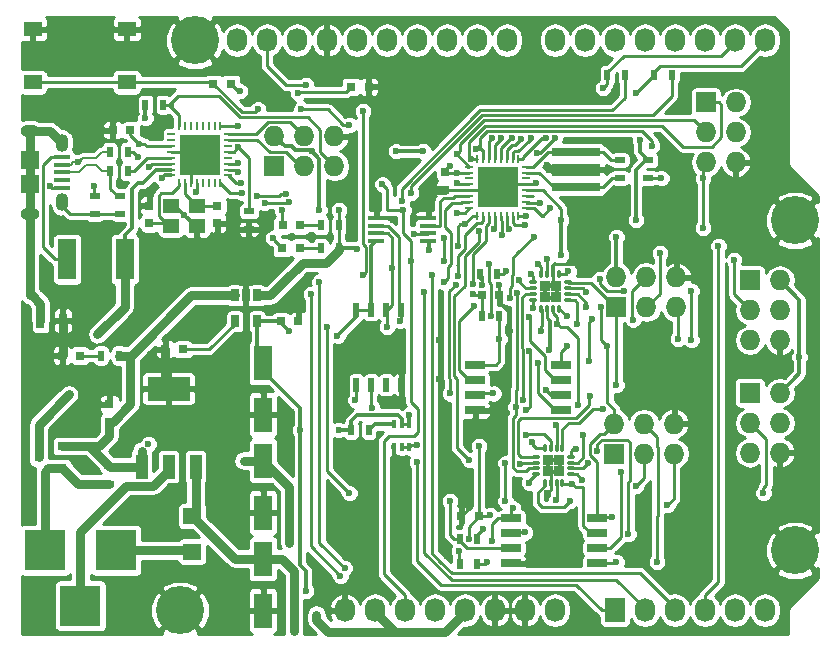
<source format=gtl>
G04 #@! TF.FileFunction,Copper,L1,Top,Signal*
%FSLAX46Y46*%
G04 Gerber Fmt 4.6, Leading zero omitted, Abs format (unit mm)*
G04 Created by KiCad (PCBNEW 4.0.2-stable) date Fri 17 Jun 2016 03:11:16 PM EDT*
%MOMM*%
G01*
G04 APERTURE LIST*
%ADD10C,0.100000*%
%ADD11R,0.700000X0.250000*%
%ADD12R,0.250000X0.700000*%
%ADD13R,1.725000X1.725000*%
%ADD14C,4.064000*%
%ADD15C,0.600000*%
%ADD16R,0.750000X0.800000*%
%ADD17R,0.500000X0.900000*%
%ADD18R,1.727200X1.727200*%
%ADD19O,1.727200X1.727200*%
%ADD20O,0.750000X0.300000*%
%ADD21O,0.300000X0.750000*%
%ADD22R,0.900000X0.900000*%
%ADD23R,1.727200X2.032000*%
%ADD24O,1.727200X2.032000*%
%ADD25R,1.400000X1.200000*%
%ADD26R,0.797560X0.797560*%
%ADD27R,4.100000X0.700000*%
%ADD28R,4.100000X1.000000*%
%ADD29R,0.900000X0.500000*%
%ADD30R,0.800000X0.750000*%
%ADD31R,1.600200X2.999740*%
%ADD32R,3.500120X3.500120*%
%ADD33R,1.600000X1.400000*%
%ADD34R,1.600000X3.500000*%
%ADD35R,0.700000X1.300000*%
%ADD36O,1.600000X1.000000*%
%ADD37R,1.350000X0.400000*%
%ADD38O,1.100000X1.500000*%
%ADD39R,1.500000X1.550000*%
%ADD40R,0.800100X0.800100*%
%ADD41R,1.550000X1.300000*%
%ADD42R,0.508000X1.143000*%
%ADD43R,1.700000X0.650000*%
%ADD44R,1.450000X0.450000*%
%ADD45R,3.657600X2.032000*%
%ADD46R,1.016000X2.032000*%
%ADD47R,0.650000X1.060000*%
%ADD48R,0.398780X0.749300*%
%ADD49C,0.800000*%
%ADD50C,0.250000*%
%ADD51C,0.300000*%
%ADD52C,0.600000*%
%ADD53C,0.200000*%
%ADD54C,0.254000*%
G04 APERTURE END LIST*
D10*
D11*
X154276000Y-89760000D03*
X154276000Y-89260000D03*
X154276000Y-88760000D03*
X154276000Y-88260000D03*
X154276000Y-87760000D03*
X154276000Y-87260000D03*
X154276000Y-86760000D03*
X154276000Y-86260000D03*
D12*
X153626000Y-85610000D03*
X153126000Y-85610000D03*
X152626000Y-85610000D03*
X152126000Y-85610000D03*
X151626000Y-85610000D03*
X151126000Y-85610000D03*
X150626000Y-85610000D03*
X150126000Y-85610000D03*
D11*
X149476000Y-86260000D03*
X149476000Y-86760000D03*
X149476000Y-87260000D03*
X149476000Y-87760000D03*
X149476000Y-88260000D03*
X149476000Y-88760000D03*
X149476000Y-89260000D03*
X149476000Y-89760000D03*
D12*
X150126000Y-90410000D03*
X150626000Y-90410000D03*
X151126000Y-90410000D03*
X151626000Y-90410000D03*
X152126000Y-90410000D03*
X152626000Y-90410000D03*
X153126000Y-90410000D03*
X153626000Y-90410000D03*
D13*
X151013500Y-87147500D03*
X151013500Y-88872500D03*
X152738500Y-87147500D03*
X152738500Y-88872500D03*
D14*
X177038000Y-118745000D03*
D15*
X125890500Y-86232500D03*
X127762000Y-86233000D03*
X127762000Y-84395000D03*
X125778000Y-84395000D03*
D16*
X147447000Y-86753000D03*
X147447000Y-88253000D03*
D17*
X139448000Y-108565000D03*
X140948000Y-108565000D03*
D18*
X161918000Y-98165000D03*
D19*
X161918000Y-95625000D03*
X164458000Y-98165000D03*
X164458000Y-95625000D03*
X166998000Y-98165000D03*
X166998000Y-95625000D03*
D20*
X157798000Y-97565000D03*
X157798000Y-97065000D03*
X157798000Y-96565000D03*
X157798000Y-96065000D03*
D21*
X157073000Y-95340000D03*
X156573000Y-95340000D03*
X156073000Y-95340000D03*
X155573000Y-95340000D03*
D20*
X154848000Y-96065000D03*
X154848000Y-96565000D03*
X154848000Y-97065000D03*
X154848000Y-97565000D03*
D21*
X155573000Y-98290000D03*
X156073000Y-98290000D03*
X156573000Y-98290000D03*
X157073000Y-98290000D03*
D22*
X155873000Y-96365000D03*
X155873000Y-97265000D03*
X156773000Y-96365000D03*
X156773000Y-97265000D03*
D23*
X161798000Y-123825000D03*
D24*
X164338000Y-123825000D03*
X166878000Y-123825000D03*
X169418000Y-123825000D03*
X171958000Y-123825000D03*
X174498000Y-123825000D03*
D18*
X169498000Y-80825000D03*
D19*
X172038000Y-80825000D03*
X169498000Y-83365000D03*
X172038000Y-83365000D03*
X169498000Y-85905000D03*
X172038000Y-85905000D03*
D18*
X161718000Y-110565000D03*
D19*
X161718000Y-108025000D03*
X164258000Y-110565000D03*
X164258000Y-108025000D03*
X166798000Y-110565000D03*
X166798000Y-108025000D03*
D18*
X132969000Y-86233000D03*
D19*
X132969000Y-83693000D03*
X135509000Y-86233000D03*
X135509000Y-83693000D03*
X138049000Y-86233000D03*
X138049000Y-83693000D03*
D25*
X124208000Y-89578000D03*
X124208000Y-91278000D03*
X126408000Y-89578000D03*
X126408000Y-91278000D03*
D26*
X135160000Y-91239000D03*
X133661400Y-91239000D03*
D20*
X155123000Y-110815000D03*
X155123000Y-111315000D03*
X155123000Y-111815000D03*
X155123000Y-112315000D03*
D21*
X155848000Y-113040000D03*
X156348000Y-113040000D03*
X156848000Y-113040000D03*
X157348000Y-113040000D03*
D20*
X158073000Y-112315000D03*
X158073000Y-111815000D03*
X158073000Y-111315000D03*
X158073000Y-110815000D03*
D21*
X157348000Y-110090000D03*
X156848000Y-110090000D03*
X156348000Y-110090000D03*
X155848000Y-110090000D03*
D22*
X157048000Y-112015000D03*
X157048000Y-111115000D03*
X156148000Y-112015000D03*
X156148000Y-111115000D03*
D17*
X120548000Y-86665000D03*
X119048000Y-86665000D03*
D27*
X158498000Y-88015000D03*
X158498000Y-85015000D03*
D28*
X158498000Y-86515000D03*
D29*
X162198000Y-87215000D03*
X162198000Y-85715000D03*
D14*
X177038000Y-90805000D03*
D24*
X138938000Y-123825000D03*
X141478000Y-123825000D03*
X144018000Y-123825000D03*
X146558000Y-123825000D03*
X149098000Y-123825000D03*
X151638000Y-123825000D03*
X154178000Y-123825000D03*
X156718000Y-123825000D03*
X174498000Y-75565000D03*
X171958000Y-75565000D03*
X169418000Y-75565000D03*
X166878000Y-75565000D03*
X164338000Y-75565000D03*
X161798000Y-75565000D03*
X159258000Y-75565000D03*
X156718000Y-75565000D03*
D30*
X125210000Y-101727000D03*
X123710000Y-101727000D03*
D16*
X122386000Y-91061000D03*
X122386000Y-89561000D03*
X118998000Y-107865000D03*
X118998000Y-106365000D03*
D30*
X120765000Y-83185000D03*
X119265000Y-83185000D03*
D16*
X128136000Y-89561000D03*
X128136000Y-91061000D03*
D31*
X131998000Y-111165360D03*
X131998000Y-115564640D03*
D30*
X133498000Y-99365000D03*
X134998000Y-99365000D03*
X139458000Y-79502000D03*
X140958000Y-79502000D03*
X127774000Y-79248000D03*
X129274000Y-79248000D03*
D31*
X131998000Y-119465720D03*
X131998000Y-123865000D03*
X131998000Y-102870000D03*
X131998000Y-107269280D03*
D30*
X150298000Y-115846000D03*
X148798000Y-115846000D03*
X150498000Y-97115000D03*
X151998000Y-97115000D03*
D32*
X119537480Y-118745000D03*
X113538000Y-118745000D03*
X116537740Y-123444000D03*
D33*
X125998000Y-115848000D03*
X125998000Y-118848000D03*
D26*
X116487000Y-102254000D03*
X114988400Y-102254000D03*
X135109300Y-93139000D03*
X133610700Y-93139000D03*
D34*
X115417600Y-94107000D03*
X120294400Y-94107000D03*
D35*
X113157000Y-99314000D03*
X115057000Y-99314000D03*
D36*
X112268000Y-90241000D03*
D37*
X114974500Y-85441000D03*
X114974500Y-86091000D03*
X114974500Y-86740100D03*
X114974500Y-87391000D03*
X114974500Y-88041000D03*
D38*
X114968000Y-84241000D03*
X114968000Y-89241000D03*
D36*
X112268000Y-83241000D03*
D39*
X112268000Y-85741000D03*
X112268000Y-87741000D03*
D40*
X114998760Y-111815000D03*
X114998760Y-109915000D03*
X112999780Y-110865000D03*
D29*
X118998000Y-111615000D03*
X118998000Y-113115000D03*
D17*
X119048000Y-85015000D03*
X120548000Y-85015000D03*
X122047000Y-81026000D03*
X123547000Y-81026000D03*
X162663000Y-78486000D03*
X161163000Y-78486000D03*
X165112000Y-78486000D03*
X166612000Y-78486000D03*
D29*
X130810000Y-90055000D03*
X130810000Y-91555000D03*
D17*
X150348000Y-95365000D03*
X151848000Y-95365000D03*
X118302000Y-102254000D03*
X119802000Y-102254000D03*
X138410000Y-93139000D03*
X136910000Y-93139000D03*
X138410000Y-91239000D03*
X136910000Y-91239000D03*
X150507000Y-98933000D03*
X152007000Y-98933000D03*
X150148000Y-117765000D03*
X148648000Y-117765000D03*
X148648000Y-119865000D03*
X150148000Y-119865000D03*
D29*
X164592000Y-85737000D03*
X164592000Y-87237000D03*
D41*
X120473000Y-74615000D03*
X120473000Y-79115000D03*
X112523000Y-79115000D03*
X112523000Y-74615000D03*
D42*
X139893000Y-98390000D03*
X141163000Y-98390000D03*
X142433000Y-98390000D03*
X143703000Y-98390000D03*
X143703000Y-104740000D03*
X142433000Y-104740000D03*
X141163000Y-104740000D03*
X139893000Y-104740000D03*
D43*
X149948000Y-103060000D03*
X149948000Y-104330000D03*
X149948000Y-105600000D03*
X149948000Y-106870000D03*
X157248000Y-106870000D03*
X157248000Y-105600000D03*
X157248000Y-104330000D03*
X157248000Y-103060000D03*
D44*
X145998000Y-92565000D03*
X145998000Y-91915000D03*
X145998000Y-91265000D03*
X145998000Y-90615000D03*
X141598000Y-90615000D03*
X141598000Y-91265000D03*
X141598000Y-91915000D03*
X141598000Y-92565000D03*
D43*
X152998000Y-116025000D03*
X152998000Y-117295000D03*
X152998000Y-118565000D03*
X152998000Y-119835000D03*
X160298000Y-119835000D03*
X160298000Y-118565000D03*
X160298000Y-117295000D03*
X160298000Y-116025000D03*
D29*
X117748000Y-88765000D03*
X117748000Y-90265000D03*
X119898000Y-88765000D03*
X119898000Y-90265000D03*
D24*
X152654000Y-75565000D03*
X150114000Y-75565000D03*
X147574000Y-75565000D03*
X145034000Y-75565000D03*
X142494000Y-75565000D03*
X139954000Y-75565000D03*
X137414000Y-75565000D03*
X134874000Y-75565000D03*
X132334000Y-75565000D03*
X129794000Y-75565000D03*
D18*
X173228000Y-105410000D03*
D19*
X175768000Y-105410000D03*
X173228000Y-107950000D03*
X175768000Y-107950000D03*
X173228000Y-110490000D03*
X175768000Y-110490000D03*
D18*
X173228000Y-95885000D03*
D19*
X175768000Y-95885000D03*
X173228000Y-98425000D03*
X175768000Y-98425000D03*
X173228000Y-100965000D03*
X175768000Y-100965000D03*
D14*
X126238000Y-75565000D03*
X124968000Y-123825000D03*
D45*
X123998000Y-105063000D03*
D46*
X123998000Y-111667000D03*
X126284000Y-111667000D03*
X121712000Y-111667000D03*
D47*
X131498000Y-97165000D03*
X130548000Y-97165000D03*
X129598000Y-97165000D03*
X129598000Y-99365000D03*
X131498000Y-99365000D03*
D48*
X143097520Y-109965000D03*
X143747760Y-109965000D03*
X144398000Y-109965000D03*
X144398000Y-108065080D03*
X143747760Y-108065080D03*
X143097520Y-108065080D03*
D12*
X124890500Y-87657500D03*
X125390500Y-87657500D03*
X125890500Y-87657500D03*
X126390500Y-87657500D03*
X126890500Y-87657500D03*
X127390500Y-87657500D03*
X127890500Y-87657500D03*
X128390500Y-87657500D03*
D11*
X129040500Y-87007500D03*
X129040500Y-86507500D03*
X129040500Y-86007500D03*
X129040500Y-85507500D03*
X129040500Y-85007500D03*
X129040500Y-84507500D03*
X129040500Y-84007500D03*
X129040500Y-83507500D03*
D12*
X128390500Y-82857500D03*
X127890500Y-82857500D03*
X127390500Y-82857500D03*
X126890500Y-82857500D03*
X126390500Y-82857500D03*
X125890500Y-82857500D03*
X125390500Y-82857500D03*
X124890500Y-82857500D03*
D11*
X124240500Y-83507500D03*
X124240500Y-84007500D03*
X124240500Y-84507500D03*
X124240500Y-85007500D03*
X124240500Y-85507500D03*
X124240500Y-86007500D03*
X124240500Y-86507500D03*
X124240500Y-87007500D03*
D13*
X127503000Y-84395000D03*
X125778000Y-84395000D03*
X127503000Y-86120000D03*
X125778000Y-86120000D03*
D15*
X143002000Y-81661000D03*
X138557000Y-78105000D03*
X118110000Y-75057000D03*
X115062000Y-75057000D03*
X115062000Y-78105000D03*
X118110000Y-78105000D03*
X115062000Y-81153000D03*
X118110000Y-81153000D03*
X117602000Y-84328000D03*
X117983000Y-92075000D03*
X117094000Y-97790000D03*
X112903000Y-101600000D03*
X112903000Y-104775000D03*
X117348000Y-106680000D03*
X115443000Y-108585000D03*
X122174000Y-107061000D03*
X123190000Y-107061000D03*
X124206000Y-107061000D03*
X125222000Y-107061000D03*
X126238000Y-107061000D03*
X122174000Y-108077000D03*
X123190000Y-108077000D03*
X124206000Y-108077000D03*
X125222000Y-108077000D03*
X126238000Y-108077000D03*
X124206000Y-109093000D03*
X125222000Y-109093000D03*
X126238000Y-109093000D03*
X120650000Y-115697000D03*
X123698000Y-115697000D03*
X112014000Y-113157000D03*
X129413000Y-115570000D03*
X129413000Y-107950000D03*
X140843000Y-110617000D03*
X138938000Y-110617000D03*
X140970000Y-112649000D03*
X140970000Y-115189000D03*
X138430000Y-115189000D03*
X143510000Y-115189000D03*
X143510000Y-111633000D03*
X143510000Y-117729000D03*
X138430000Y-117729000D03*
X147828000Y-112395000D03*
X147193000Y-108585000D03*
X151638000Y-108585000D03*
X152273000Y-104140000D03*
X146939000Y-104267000D03*
X143383000Y-101600000D03*
X140208000Y-101600000D03*
X131318000Y-94615000D03*
X128143000Y-94615000D03*
X123698000Y-95885000D03*
X123698000Y-93726000D03*
X121793000Y-99060000D03*
X124968000Y-100330000D03*
X129413000Y-102235000D03*
X128143000Y-99060000D03*
X129286000Y-90297000D03*
X112903000Y-121920000D03*
X112903000Y-125095000D03*
X120523000Y-125095000D03*
X120523000Y-121920000D03*
X129413000Y-121285000D03*
X129413000Y-125095000D03*
X136398000Y-120015000D03*
X146050000Y-121920000D03*
X156718000Y-118745000D03*
X168402000Y-119253000D03*
X168402000Y-115697000D03*
X168910000Y-109601000D03*
X178562000Y-111125000D03*
X172974000Y-115697000D03*
X139446000Y-84201000D03*
X141986000Y-84201000D03*
X152146000Y-80137000D03*
X155194000Y-78105000D03*
X154686000Y-74041000D03*
X170942000Y-78613000D03*
X175514000Y-78613000D03*
X160782000Y-89535000D03*
X166878000Y-85725000D03*
X166878000Y-89789000D03*
X172466000Y-89281000D03*
X169418000Y-95377000D03*
X169418000Y-98425000D03*
X178562000Y-97409000D03*
X178562000Y-104521000D03*
X174498000Y-104013000D03*
X168402000Y-104013000D03*
X163322000Y-104013000D03*
X146939000Y-100965000D03*
X172974000Y-119253000D03*
X158750000Y-123825000D03*
X159766000Y-125349000D03*
X119126000Y-104521000D03*
X123698000Y-82169000D03*
X163322000Y-85725000D03*
X145550509Y-84954491D03*
X143256000Y-84963000D03*
X136144000Y-84963000D03*
X147828000Y-86233000D03*
X163576000Y-90805000D03*
X157226000Y-90805000D03*
X157226000Y-93726000D03*
X126365000Y-97165000D03*
X122047000Y-82169000D03*
X133731000Y-96057000D03*
X127508000Y-97165000D03*
X136779000Y-89916000D03*
X138430000Y-89916000D03*
X146050000Y-93345000D03*
X139987980Y-93218000D03*
X136525000Y-124206000D03*
X134239000Y-118110000D03*
X126365000Y-88392000D03*
X148463000Y-86760000D03*
X123444000Y-87249000D03*
X121712000Y-110317000D03*
X122301000Y-109728000D03*
X122301000Y-109728000D03*
X163905436Y-84022436D03*
X130348000Y-111165000D03*
X125279838Y-90346164D03*
X122428000Y-88392000D03*
X153416000Y-113411000D03*
X156083000Y-113919000D03*
X113938020Y-87884000D03*
X152019000Y-96275002D03*
X150555674Y-96279998D03*
X159639000Y-94869000D03*
X156083000Y-86106000D03*
X155120202Y-87674990D03*
X141478000Y-89857646D03*
X139446000Y-89857646D03*
X143002000Y-90805000D03*
X152908000Y-100203000D03*
X139791389Y-86741000D03*
X143510000Y-86741000D03*
X146050000Y-88265000D03*
X149479000Y-115189000D03*
X150622000Y-116967000D03*
X134957464Y-80053536D03*
X148463000Y-87630000D03*
X154286931Y-106894991D03*
X144399000Y-107255020D03*
X177419000Y-102362000D03*
X135128000Y-108585000D03*
X154559000Y-101854000D03*
X156242594Y-101821406D03*
X135636000Y-122174000D03*
X138430000Y-108585000D03*
X138303000Y-100584000D03*
X134239000Y-100203000D03*
X156845000Y-108145011D03*
X121539000Y-84328000D03*
X152199310Y-92020512D03*
X147320000Y-92329000D03*
X142113000Y-87757000D03*
X169231010Y-91440000D03*
X143891000Y-89916000D03*
X147320000Y-94212989D03*
X144526000Y-94212989D03*
X165735000Y-87249000D03*
X169231010Y-87249000D03*
X131572000Y-81407000D03*
X130048000Y-79883000D03*
X129921000Y-84632510D03*
X134620000Y-125603000D03*
X160594398Y-98171000D03*
X161925000Y-92202000D03*
X154940000Y-92202009D03*
X152908000Y-97409000D03*
X161163000Y-101473000D03*
X157734000Y-101473000D03*
X149800020Y-97028000D03*
X145034000Y-109855000D03*
X150298000Y-109925000D03*
X161544000Y-115951000D03*
X148581051Y-118781949D03*
X149398000Y-117765000D03*
X151198000Y-115765000D03*
X132842000Y-92329000D03*
X129921000Y-86741000D03*
X133604000Y-89916000D03*
X129852042Y-85943064D03*
X115570000Y-105537000D03*
X117983000Y-100457000D03*
X129921000Y-82804000D03*
X158623000Y-99627990D03*
X157861000Y-95112991D03*
X171890999Y-94174001D03*
X155575000Y-100203000D03*
X168271332Y-96777668D03*
X162563613Y-96780467D03*
X160528000Y-95758000D03*
X168275000Y-100965000D03*
X154686000Y-95377000D03*
X161918000Y-104768000D03*
X155956000Y-105156000D03*
X155321000Y-94488000D03*
X154548798Y-98955691D03*
X151296998Y-98871999D03*
X165608000Y-93588991D03*
X151130000Y-94488000D03*
X157734000Y-98933000D03*
X163322000Y-99217980D03*
X159868012Y-99187000D03*
X159639000Y-102743000D03*
X155321000Y-102870000D03*
X152007000Y-100838000D03*
X167132000Y-100838000D03*
X159644167Y-105658833D03*
X162306000Y-112141000D03*
X154559000Y-113030000D03*
X149606000Y-85610000D03*
X153116135Y-83799019D03*
X152144171Y-83818171D03*
X151384172Y-83820366D03*
X164924399Y-84503601D03*
X150031290Y-84753290D03*
X148393501Y-85224829D03*
X146304000Y-95426990D03*
X135636000Y-79367107D03*
X140462000Y-95426981D03*
X140462000Y-81569379D03*
X148466050Y-95504359D03*
X148490011Y-92961002D03*
X149126685Y-91144194D03*
X135241915Y-81410988D03*
X139319000Y-82729399D03*
X170561000Y-93001998D03*
X151560990Y-91567000D03*
X150255505Y-91708505D03*
X149479000Y-111125000D03*
X145034000Y-111252000D03*
X145669000Y-96901000D03*
X149800001Y-96198999D03*
X148463000Y-90170000D03*
X144780000Y-91948000D03*
X138557000Y-120904000D03*
X136058011Y-97069011D03*
X147320000Y-96011991D03*
X138896883Y-120224234D03*
X136779000Y-96012000D03*
X152841031Y-91552359D03*
X163576000Y-80010000D03*
X156704335Y-83806335D03*
X160782000Y-79629000D03*
X154178000Y-91186000D03*
X155194000Y-85090000D03*
X154305000Y-90424000D03*
X156337000Y-89789000D03*
X155478880Y-89308032D03*
X155923060Y-83805772D03*
X154686000Y-83799020D03*
X153870270Y-83893270D03*
X134239000Y-89281000D03*
X132174336Y-89313664D03*
X143764000Y-89141197D03*
X130184991Y-88464022D03*
X144521438Y-88495338D03*
X133957194Y-88556187D03*
X131511052Y-88706948D03*
X130172433Y-87664119D03*
X152576990Y-95123000D03*
X159385000Y-98171000D03*
X153698831Y-95825485D03*
X148313482Y-96248890D03*
X151511000Y-105459990D03*
X147837969Y-105459990D03*
X159512551Y-111365283D03*
X147828000Y-114554000D03*
X152527000Y-114554000D03*
X152527000Y-111379000D03*
X153775550Y-111435797D03*
X166243000Y-114935000D03*
X153162000Y-115189000D03*
X151398000Y-117939990D03*
X150998000Y-119765000D03*
X142926991Y-94841971D03*
X156083000Y-94107000D03*
X142494000Y-99822000D03*
X137414000Y-99822000D03*
X139319000Y-113919000D03*
X156845000Y-114494010D03*
X156902070Y-99562304D03*
X143637000Y-99314000D03*
X154232313Y-108999313D03*
X158695170Y-106462167D03*
X153513775Y-96950046D03*
X159374991Y-96901000D03*
X153386919Y-106630010D03*
X141224000Y-106670010D03*
X153971929Y-106045000D03*
X159131000Y-108966000D03*
X139827000Y-106045000D03*
X149860000Y-98044000D03*
X154827919Y-98248801D03*
X158496000Y-110140010D03*
X162941000Y-117348000D03*
X154176724Y-117236720D03*
X160274000Y-110363000D03*
X161925000Y-119750991D03*
X165354000Y-119750991D03*
X154798000Y-109565000D03*
X163576000Y-113284000D03*
X158198000Y-113115000D03*
X157988000Y-114554000D03*
X174371000Y-113919000D03*
X159004000Y-112776000D03*
X160786399Y-106811399D03*
X117729000Y-87884000D03*
X116371237Y-85853642D03*
X122329864Y-86267034D03*
X121422990Y-85406112D03*
D49*
X131498000Y-97165000D02*
X132623000Y-97165000D01*
X128473000Y-97165000D02*
X129598000Y-97165000D01*
D50*
X155445052Y-88260000D02*
X155673802Y-88260000D01*
X155673802Y-88260000D02*
X157226000Y-89812198D01*
X157226000Y-89812198D02*
X157226000Y-90380736D01*
X157226000Y-90380736D02*
X157226000Y-90805000D01*
D51*
X143256000Y-84963000D02*
X145542000Y-84963000D01*
X145542000Y-84963000D02*
X145550509Y-84954491D01*
X136144000Y-84963000D02*
X136779000Y-85598000D01*
X136779000Y-85598000D02*
X136779000Y-85780870D01*
X134733655Y-84856601D02*
X134743655Y-84866601D01*
X134743655Y-84866601D02*
X136047601Y-84866601D01*
X136047601Y-84866601D02*
X136144000Y-84963000D01*
X147447000Y-86753000D02*
X147447000Y-86614000D01*
X147447000Y-86614000D02*
X147828000Y-86233000D01*
X136779000Y-89916000D02*
X136779000Y-85780870D01*
X134733655Y-84856601D02*
X134433653Y-84556599D01*
X134433653Y-84556599D02*
X133832599Y-84556599D01*
X133832599Y-84556599D02*
X132969000Y-83693000D01*
X164084000Y-85229000D02*
X164592000Y-85737000D01*
X163905436Y-85050436D02*
X164084000Y-85229000D01*
X163896000Y-86233000D02*
X164084000Y-86045000D01*
X164084000Y-86045000D02*
X164392000Y-85737000D01*
X163905436Y-84022436D02*
X163905436Y-85050436D01*
X163796552Y-83913552D02*
X163905436Y-84022436D01*
X163576000Y-86553000D02*
X163896000Y-86233000D01*
X163905436Y-86223564D02*
X163896000Y-86233000D01*
X163576000Y-90805000D02*
X163576000Y-86553000D01*
X164392000Y-85737000D02*
X164592000Y-85737000D01*
X157226000Y-93726000D02*
X157226000Y-90805000D01*
D49*
X120777000Y-106351002D02*
X120777000Y-102329000D01*
X120777000Y-102329000D02*
X120852000Y-102254000D01*
X118998000Y-107865000D02*
X119263002Y-107865000D01*
X119263002Y-107865000D02*
X120777000Y-106351002D01*
X125941000Y-97165000D02*
X126365000Y-97165000D01*
X126365000Y-97165000D02*
X127508000Y-97165000D01*
D51*
X122047000Y-82169000D02*
X122047000Y-81026000D01*
D49*
X132623000Y-97165000D02*
X133731000Y-96057000D01*
X133731000Y-96057000D02*
X135399000Y-94389000D01*
X127508000Y-97165000D02*
X128473000Y-97165000D01*
D50*
X138430000Y-89916000D02*
X138430000Y-91219000D01*
X138430000Y-91219000D02*
X138410000Y-91239000D01*
D51*
X146050000Y-93345000D02*
X146050000Y-92617000D01*
X146050000Y-92617000D02*
X145998000Y-92565000D01*
X138410000Y-93139000D02*
X139908980Y-93139000D01*
X139908980Y-93139000D02*
X139987980Y-93218000D01*
D49*
X136525000Y-124206000D02*
X136525000Y-124630264D01*
X136525000Y-124630264D02*
X137535736Y-125641000D01*
X137535736Y-125641000D02*
X143141600Y-125641000D01*
X131998000Y-111165360D02*
X134239000Y-113406360D01*
X134239000Y-113406360D02*
X134239000Y-118110000D01*
D50*
X126390500Y-87657500D02*
X126390500Y-88366500D01*
X126390500Y-88366500D02*
X126365000Y-88392000D01*
X148336000Y-86760000D02*
X147454000Y-86760000D01*
X149476000Y-86760000D02*
X148336000Y-86760000D01*
X148336000Y-86760000D02*
X148463000Y-86760000D01*
D51*
X124240500Y-87007500D02*
X123685500Y-87007500D01*
X123685500Y-87007500D02*
X123444000Y-87249000D01*
D49*
X137360000Y-94389000D02*
X138410000Y-93339000D01*
X135399000Y-94389000D02*
X137360000Y-94389000D01*
X138410000Y-93339000D02*
X138410000Y-93139000D01*
X119802000Y-102254000D02*
X120852000Y-102254000D01*
X120852000Y-102254000D02*
X125941000Y-97165000D01*
X121712000Y-111667000D02*
X121712000Y-110317000D01*
X121712000Y-111667000D02*
X119050000Y-111667000D01*
X119050000Y-111667000D02*
X118998000Y-111615000D01*
D50*
X154276000Y-88260000D02*
X155445052Y-88260000D01*
D49*
X118998000Y-107865000D02*
X118998000Y-109065000D01*
X118148000Y-109915000D02*
X117298000Y-109915000D01*
X118998000Y-109065000D02*
X118148000Y-109915000D01*
D50*
X138410000Y-91239000D02*
X138410000Y-93139000D01*
D49*
X130348000Y-111165000D02*
X131997640Y-111165000D01*
X131997640Y-111165000D02*
X131998000Y-111165360D01*
D50*
X147454000Y-86760000D02*
X147447000Y-86753000D01*
D49*
X149098000Y-123825000D02*
X149098000Y-123977400D01*
X149098000Y-123977400D02*
X147434400Y-125641000D01*
X147434400Y-125641000D02*
X143141600Y-125641000D01*
X143141600Y-125641000D02*
X141478000Y-123977400D01*
X141478000Y-123977400D02*
X141478000Y-123825000D01*
X141478000Y-123444540D02*
X141478000Y-123825000D01*
X114998760Y-109915000D02*
X117298000Y-109915000D01*
X117298000Y-109915000D02*
X118998000Y-111615000D01*
D51*
X125279838Y-90346164D02*
X126308000Y-91278000D01*
D50*
X124208000Y-89578000D02*
X124511674Y-89578000D01*
X124511674Y-89578000D02*
X125279838Y-90346164D01*
X122386000Y-89561000D02*
X122386000Y-88434000D01*
X122386000Y-88434000D02*
X122428000Y-88392000D01*
X143097520Y-109965000D02*
X143097520Y-111220520D01*
X143097520Y-111220520D02*
X143510000Y-111633000D01*
X156348000Y-113040000D02*
X156348000Y-113654000D01*
X156348000Y-113654000D02*
X156083000Y-113919000D01*
X156148000Y-111115000D02*
X156148000Y-112015000D01*
X114974500Y-88041000D02*
X114095020Y-88041000D01*
X114095020Y-88041000D02*
X113938020Y-87884000D01*
X152908000Y-123668600D02*
X152908000Y-122936000D01*
X154178000Y-123825000D02*
X153064400Y-123825000D01*
X153064400Y-123825000D02*
X152908000Y-123668600D01*
X152908000Y-123825000D02*
X152908000Y-124587000D01*
X151638000Y-123825000D02*
X152908000Y-123825000D01*
X152019000Y-96275002D02*
X152019000Y-97094000D01*
X152019000Y-97094000D02*
X151998000Y-97115000D01*
X150348000Y-95365000D02*
X150555674Y-95572674D01*
X150555674Y-95572674D02*
X150555674Y-96279998D01*
X150348000Y-95365000D02*
X150348000Y-95749011D01*
X156715001Y-94522999D02*
X159292999Y-94522999D01*
X159292999Y-94522999D02*
X159639000Y-94869000D01*
D52*
X158498000Y-86515000D02*
X156492000Y-86515000D01*
X156492000Y-86515000D02*
X156083000Y-86106000D01*
D50*
X154884389Y-87760000D02*
X155035192Y-87760000D01*
X155035192Y-87760000D02*
X155120202Y-87674990D01*
X141478000Y-89857646D02*
X141478000Y-90495000D01*
X141478000Y-90495000D02*
X141598000Y-90615000D01*
X141598000Y-90615000D02*
X142812000Y-90615000D01*
X142812000Y-90615000D02*
X143002000Y-90805000D01*
X146050000Y-88265000D02*
X146050000Y-90563000D01*
X146050000Y-90563000D02*
X145998000Y-90615000D01*
X151998000Y-97115000D02*
X151998000Y-97740000D01*
X151998000Y-97740000D02*
X152908000Y-98650000D01*
X152908000Y-98650000D02*
X152908000Y-100203000D01*
X150348000Y-95365000D02*
X150348000Y-95739011D01*
D51*
X126308000Y-91278000D02*
X126408000Y-91278000D01*
D49*
X147447000Y-88253000D02*
X146062000Y-88253000D01*
X146062000Y-88253000D02*
X146050000Y-88265000D01*
D50*
X125778000Y-86120000D02*
X125778000Y-84395000D01*
X127503000Y-86120000D02*
X125778000Y-86120000D01*
X127503000Y-84395000D02*
X127503000Y-86120000D01*
D51*
X156573000Y-95340000D02*
X156573000Y-94665000D01*
X156573000Y-94665000D02*
X156715001Y-94522999D01*
D50*
X147447000Y-88253000D02*
X149469000Y-88253000D01*
X149469000Y-88253000D02*
X149476000Y-88260000D01*
D49*
X123710000Y-101727000D02*
X123710000Y-104775000D01*
X123710000Y-104775000D02*
X123998000Y-105063000D01*
X115057000Y-99314000D02*
X115057000Y-102185400D01*
X115057000Y-102185400D02*
X114988400Y-102254000D01*
D50*
X156148000Y-111115000D02*
X157048000Y-111115000D01*
X157048000Y-112015000D02*
X157048000Y-111115000D01*
X156148000Y-112015000D02*
X157048000Y-112015000D01*
X156348000Y-113040000D02*
X156348000Y-112215000D01*
X156348000Y-112215000D02*
X156148000Y-112015000D01*
X151638000Y-123825000D02*
X151892000Y-123825000D01*
X154276000Y-87760000D02*
X154884389Y-87760000D01*
D49*
X158470000Y-86487000D02*
X158498000Y-86515000D01*
D50*
X156773000Y-96365000D02*
X156773000Y-97265000D01*
X155873000Y-96365000D02*
X156773000Y-96365000D01*
X156773000Y-97265000D02*
X155873000Y-97265000D01*
X155873000Y-96365000D02*
X155873000Y-97265000D01*
X156573000Y-95340000D02*
X156573000Y-96165000D01*
X156573000Y-96165000D02*
X156773000Y-96365000D01*
X148798000Y-115846000D02*
X148822000Y-115846000D01*
X148822000Y-115846000D02*
X149479000Y-115189000D01*
X150148000Y-117765000D02*
X150148000Y-117441000D01*
X150148000Y-117441000D02*
X150622000Y-116967000D01*
X124240500Y-85007500D02*
X125165500Y-85007500D01*
X125890500Y-87657500D02*
X125890500Y-86232500D01*
X125890500Y-86232500D02*
X125778000Y-86120000D01*
X125778000Y-84395000D02*
X127503000Y-84395000D01*
X125165500Y-85007500D02*
X125778000Y-84395000D01*
X114499500Y-88041000D02*
X114974500Y-88041000D01*
X151013500Y-87147500D02*
X152738500Y-87147500D01*
X152738500Y-88872500D02*
X152738500Y-87147500D01*
X151013500Y-88872500D02*
X152738500Y-88872500D01*
X151013500Y-88872500D02*
X151013500Y-87147500D01*
X149476000Y-88260000D02*
X150401000Y-88260000D01*
X150401000Y-88260000D02*
X151013500Y-88872500D01*
X152738500Y-87147500D02*
X153351000Y-87760000D01*
X153351000Y-87760000D02*
X154276000Y-87760000D01*
X134957464Y-80053536D02*
X135058892Y-79952108D01*
X135058892Y-79952108D02*
X139007892Y-79952108D01*
X139007892Y-79952108D02*
X139458000Y-79502000D01*
X149476000Y-87760000D02*
X148593000Y-87760000D01*
X148593000Y-87760000D02*
X148463000Y-87630000D01*
D51*
X139448000Y-108565000D02*
X139448000Y-107815000D01*
X139448000Y-107815000D02*
X139982990Y-107280011D01*
X143426493Y-107280011D02*
X143764000Y-107617518D01*
X139982990Y-107280011D02*
X143426493Y-107280011D01*
X143764000Y-107617518D02*
X143764000Y-108048840D01*
X143764000Y-108048840D02*
X143747760Y-108065080D01*
X144398000Y-108065080D02*
X144398000Y-107256020D01*
X144398000Y-107256020D02*
X144399000Y-107255020D01*
X177419000Y-102235000D02*
X177419000Y-103759000D01*
X177419000Y-97536000D02*
X177419000Y-102235000D01*
X177419000Y-102235000D02*
X177419000Y-102362000D01*
X175768000Y-95885000D02*
X177419000Y-97536000D01*
X177419000Y-103759000D02*
X176931601Y-104246399D01*
X176931601Y-104246399D02*
X175768000Y-105410000D01*
X135128000Y-108585000D02*
X135128000Y-106699770D01*
X135128000Y-106699770D02*
X131998000Y-103569770D01*
X131998000Y-103569770D02*
X131998000Y-102870000D01*
X135636000Y-122174000D02*
X135636000Y-120499515D01*
X135636000Y-120499515D02*
X135128000Y-119991515D01*
X135128000Y-119991515D02*
X135128000Y-108585000D01*
D50*
X143747760Y-108065080D02*
X144398000Y-108065080D01*
X154286931Y-106894991D02*
X154586930Y-106594992D01*
X154586930Y-106594992D02*
X154586930Y-101881930D01*
X154586930Y-101881930D02*
X154559000Y-101854000D01*
D51*
X156292060Y-99289722D02*
X156292060Y-101771940D01*
X156292060Y-101771940D02*
X156242594Y-101821406D01*
X138430000Y-108585000D02*
X139428000Y-108585000D01*
X139428000Y-108585000D02*
X139448000Y-108565000D01*
X141163000Y-93000000D02*
X141598000Y-92565000D01*
X141163000Y-98390000D02*
X141163000Y-93000000D01*
X138303000Y-100584000D02*
X139893000Y-98994000D01*
X139893000Y-98994000D02*
X139893000Y-98390000D01*
X133498000Y-99365000D02*
X133498000Y-99462000D01*
X133498000Y-99462000D02*
X134239000Y-100203000D01*
X131498000Y-99365000D02*
X133498000Y-99365000D01*
X131498000Y-99365000D02*
X131498000Y-102370000D01*
X131498000Y-102370000D02*
X131998000Y-102870000D01*
D50*
X139893000Y-98390000D02*
X141163000Y-98390000D01*
X156292060Y-99289722D02*
X156073000Y-99070662D01*
X156073000Y-99070662D02*
X156073000Y-98933000D01*
X156073000Y-98933000D02*
X156073000Y-98290000D01*
X156848000Y-110090000D02*
X156848000Y-108148011D01*
X156848000Y-108148011D02*
X156845000Y-108145011D01*
D49*
X146558000Y-123825000D02*
X146558000Y-123672600D01*
D50*
X133523000Y-99365000D02*
X133498000Y-99365000D01*
X125210000Y-101727000D02*
X127441000Y-101727000D01*
X127441000Y-101727000D02*
X129598000Y-99570000D01*
X129598000Y-99570000D02*
X129598000Y-99365000D01*
X124208000Y-91278000D02*
X124022998Y-91278000D01*
X124022998Y-91278000D02*
X123182999Y-90438001D01*
X123182999Y-90438001D02*
X123182999Y-88717999D01*
X123182999Y-88717999D02*
X123381998Y-88519000D01*
X122386000Y-91061000D02*
X123991000Y-91061000D01*
X123991000Y-91061000D02*
X124208000Y-91278000D01*
X124890500Y-87882500D02*
X124890500Y-87657500D01*
X124254000Y-88519000D02*
X124890500Y-87882500D01*
X123381998Y-88519000D02*
X124254000Y-88519000D01*
X121539000Y-84328000D02*
X121963264Y-84328000D01*
X121963264Y-84328000D02*
X122142764Y-84507500D01*
X122142764Y-84507500D02*
X123640500Y-84507500D01*
X123640500Y-84507500D02*
X124240500Y-84507500D01*
X120765000Y-83185000D02*
X120765000Y-83554000D01*
X120765000Y-83554000D02*
X121539000Y-84328000D01*
X126408000Y-89578000D02*
X125390500Y-88560500D01*
X126408000Y-89578000D02*
X128119000Y-89578000D01*
X128119000Y-89578000D02*
X128136000Y-89561000D01*
X125390500Y-88560500D02*
X125390500Y-87657500D01*
X152126000Y-90805000D02*
X152199310Y-90878310D01*
X152199310Y-90878310D02*
X152199310Y-92020512D01*
X147320000Y-94212989D02*
X147320000Y-92329000D01*
X144526000Y-94212989D02*
X144518989Y-94220000D01*
X142623129Y-121164129D02*
X144018000Y-122559000D01*
X144518989Y-94220000D02*
X144518989Y-95496989D01*
X145161000Y-106807000D02*
X145161000Y-108712000D01*
X144518989Y-95496989D02*
X144508989Y-95506989D01*
X144508989Y-95506989D02*
X144508989Y-106154989D01*
X144508989Y-106154989D02*
X145161000Y-106807000D01*
X145161000Y-108712000D02*
X144777871Y-109095129D01*
X144777871Y-109095129D02*
X142623129Y-109095129D01*
X142623129Y-109095129D02*
X142240000Y-109478258D01*
X142240000Y-109478258D02*
X142240000Y-120777000D01*
X142240000Y-120777000D02*
X142623129Y-121160129D01*
X142623129Y-121160129D02*
X142623129Y-121164129D01*
X144018000Y-122559000D02*
X144018000Y-123825000D01*
X143891000Y-89916000D02*
X142517198Y-89916000D01*
X142517198Y-89916000D02*
X142517198Y-88161198D01*
X142517198Y-88161198D02*
X142113000Y-87757000D01*
X169231010Y-91440000D02*
X169231010Y-87249000D01*
X143891000Y-89916000D02*
X143891000Y-91910002D01*
X143891000Y-91910002D02*
X144526000Y-92545002D01*
X144526000Y-92545002D02*
X144526000Y-93788725D01*
X144526000Y-93788725D02*
X144526000Y-94212989D01*
X147320000Y-94234000D02*
X147320000Y-94212989D01*
X152126000Y-90410000D02*
X152126000Y-90805000D01*
X164592000Y-87237000D02*
X165723000Y-87237000D01*
X165723000Y-87237000D02*
X165735000Y-87249000D01*
X169231010Y-87249000D02*
X169231010Y-86171990D01*
X169231010Y-86171990D02*
X169498000Y-85905000D01*
X130212000Y-81661000D02*
X131318000Y-81661000D01*
X131318000Y-81661000D02*
X131572000Y-81407000D01*
X127774000Y-79248000D02*
X127799000Y-79248000D01*
X127799000Y-79248000D02*
X130212000Y-81661000D01*
X120473000Y-79115000D02*
X127641000Y-79115000D01*
X127641000Y-79115000D02*
X127774000Y-79248000D01*
X112523000Y-79115000D02*
X113548000Y-79115000D01*
X113548000Y-79115000D02*
X120473000Y-79115000D01*
X130048000Y-79883000D02*
X129909000Y-79883000D01*
X129909000Y-79883000D02*
X129274000Y-79248000D01*
X130810000Y-89408000D02*
X130810000Y-90055000D01*
X130810000Y-89408000D02*
X130810000Y-85521510D01*
X130810000Y-85521510D02*
X129921000Y-84632510D01*
X129546010Y-85007500D02*
X129921000Y-84632510D01*
X129040500Y-85007500D02*
X129546010Y-85007500D01*
D49*
X134620000Y-125603000D02*
X134620000Y-120487620D01*
X134620000Y-120487620D02*
X133598100Y-119465720D01*
X133598100Y-119465720D02*
X131998000Y-119465720D01*
X131998000Y-119465720D02*
X129615720Y-119465720D01*
X129615720Y-119465720D02*
X125998000Y-115848000D01*
X126284000Y-111667000D02*
X126284000Y-115562000D01*
X126284000Y-115562000D02*
X125998000Y-115848000D01*
D50*
X152908000Y-97409000D02*
X152928774Y-97388226D01*
X152928774Y-97388226D02*
X152928774Y-96561011D01*
X153113830Y-95451962D02*
X153162000Y-95403792D01*
X152928774Y-96561011D02*
X153113830Y-96375955D01*
X153113830Y-96375955D02*
X153113830Y-95451962D01*
X153162000Y-95403792D02*
X153162000Y-93980009D01*
X160594398Y-98171000D02*
X160594398Y-100904398D01*
X160594398Y-100904398D02*
X161163000Y-101473000D01*
X153162000Y-93980009D02*
X153543009Y-93599000D01*
X153543009Y-93599000D02*
X154940000Y-92202009D01*
D51*
X154939991Y-92202009D02*
X154940000Y-92202009D01*
D50*
X161718000Y-108025000D02*
X160854401Y-108888599D01*
X160854401Y-108888599D02*
X160516501Y-108888599D01*
X160516501Y-108888599D02*
X159688999Y-109716101D01*
X159688999Y-109716101D02*
X159688999Y-110675929D01*
X159688999Y-110675929D02*
X160298000Y-111284930D01*
X160298000Y-111284930D02*
X160298000Y-115450000D01*
X160298000Y-115450000D02*
X160298000Y-116025000D01*
D51*
X161925000Y-92202000D02*
X161925000Y-95618000D01*
X161925000Y-95618000D02*
X161918000Y-95625000D01*
D50*
X161718000Y-106803686D02*
X161163000Y-106248686D01*
X161163000Y-106248686D02*
X161163000Y-101473000D01*
X161718000Y-106803686D02*
X161718000Y-108025000D01*
X157248000Y-103060000D02*
X157248000Y-101959000D01*
X157248000Y-101959000D02*
X157734000Y-101473000D01*
X149848000Y-97115000D02*
X149800020Y-97067020D01*
X149800020Y-97067020D02*
X149800020Y-97028000D01*
X150498000Y-97115000D02*
X149848000Y-97115000D01*
X161918000Y-94227000D02*
X161918000Y-95625000D01*
X150298000Y-109925000D02*
X150298000Y-110349264D01*
X150298000Y-110349264D02*
X150298000Y-115846000D01*
X145034000Y-109855000D02*
X144508000Y-109855000D01*
X144508000Y-109855000D02*
X144398000Y-109965000D01*
X161544000Y-115951000D02*
X160372000Y-115951000D01*
X160372000Y-115951000D02*
X160298000Y-116025000D01*
X150498000Y-97115000D02*
X150498000Y-98924000D01*
X150498000Y-98924000D02*
X150507000Y-98933000D01*
X150523000Y-97115000D02*
X150498000Y-97115000D01*
X148581051Y-118781949D02*
X148581051Y-119798051D01*
X148581051Y-119798051D02*
X148648000Y-119865000D01*
X150298000Y-115846000D02*
X149398000Y-116746000D01*
X149398000Y-116746000D02*
X149398000Y-117765000D01*
X150298000Y-115846000D02*
X151117000Y-115846000D01*
X151117000Y-115846000D02*
X151198000Y-115765000D01*
X144398000Y-109965000D02*
X144398000Y-110140260D01*
X150103740Y-115846000D02*
X150298000Y-115846000D01*
X144398000Y-109965000D02*
X143747760Y-109965000D01*
D49*
X119537480Y-118745000D02*
X125895000Y-118745000D01*
X125895000Y-118745000D02*
X125998000Y-118848000D01*
X114998760Y-111815000D02*
X116298760Y-113115000D01*
X116298760Y-113115000D02*
X118998000Y-113115000D01*
X113538000Y-118745000D02*
X113538000Y-112075710D01*
X113538000Y-112075710D02*
X113798710Y-111815000D01*
X113798710Y-111815000D02*
X114998760Y-111815000D01*
X116537740Y-123444000D02*
X116537740Y-117164618D01*
X116537740Y-117164618D02*
X120419357Y-113283001D01*
X120419357Y-113283001D02*
X122700001Y-113283001D01*
X122700001Y-113283001D02*
X123998000Y-111985002D01*
X123998000Y-111985002D02*
X123998000Y-111667000D01*
D50*
X116487000Y-102254000D02*
X118302000Y-102254000D01*
X135109300Y-93139000D02*
X136910000Y-93139000D01*
X132969000Y-92497300D02*
X132969000Y-92456000D01*
X132969000Y-92456000D02*
X132842000Y-92329000D01*
X132969000Y-92497300D02*
X133610700Y-93139000D01*
X129090499Y-86557499D02*
X129737499Y-86557499D01*
X129737499Y-86557499D02*
X129921000Y-86741000D01*
X129040500Y-86507500D02*
X129090499Y-86557499D01*
X135160000Y-91239000D02*
X136910000Y-91239000D01*
X133604000Y-89916000D02*
X133604000Y-91181600D01*
X133604000Y-91181600D02*
X133661400Y-91239000D01*
X129040500Y-86007500D02*
X129787606Y-86007500D01*
X129787606Y-86007500D02*
X129852042Y-85943064D01*
X114974500Y-85441000D02*
X114049500Y-85441000D01*
X114049500Y-85441000D02*
X113353010Y-86137490D01*
X113353010Y-86137490D02*
X113353010Y-93092410D01*
X113353010Y-93092410D02*
X114367600Y-94107000D01*
X114367600Y-94107000D02*
X115417600Y-94107000D01*
D51*
X120294400Y-94107000D02*
X120294400Y-92057000D01*
X120294400Y-92057000D02*
X120904000Y-91447400D01*
X120904000Y-91447400D02*
X120904000Y-88138000D01*
D49*
X115570000Y-105537000D02*
X112999780Y-108107220D01*
X112999780Y-108107220D02*
X112999780Y-110865000D01*
X120294400Y-94107000D02*
X120294400Y-98145600D01*
X120294400Y-98145600D02*
X117983000Y-100457000D01*
D51*
X121412000Y-87630000D02*
X120904000Y-88138000D01*
X121854900Y-87630000D02*
X121412000Y-87630000D01*
X124240500Y-86507500D02*
X122977400Y-86507500D01*
X122977400Y-86507500D02*
X121854900Y-87630000D01*
D49*
X112268000Y-97155000D02*
X112448000Y-97155000D01*
X112448000Y-97155000D02*
X113157000Y-97864000D01*
X112268000Y-90421000D02*
X112268000Y-97155000D01*
X112268000Y-87741000D02*
X112268000Y-90241000D01*
X113157000Y-97864000D02*
X113157000Y-99314000D01*
D50*
X117748000Y-90265000D02*
X119898000Y-90265000D01*
X114968000Y-89585000D02*
X115648000Y-90265000D01*
X115648000Y-90265000D02*
X117748000Y-90265000D01*
X114968000Y-89241000D02*
X114968000Y-89585000D01*
D49*
X112268000Y-85741000D02*
X112268000Y-87741000D01*
X112268000Y-83241000D02*
X113968000Y-83241000D01*
X113968000Y-83241000D02*
X114968000Y-84241000D01*
X112268000Y-83241000D02*
X112268000Y-85741000D01*
D50*
X128390500Y-82857500D02*
X129867500Y-82857500D01*
X129867500Y-82857500D02*
X129921000Y-82804000D01*
X129040500Y-84007500D02*
X131524370Y-84007500D01*
X131524370Y-84007500D02*
X132561269Y-85044399D01*
X132561269Y-85044399D02*
X133939399Y-85044399D01*
X133939399Y-85044399D02*
X135128000Y-86233000D01*
X135128000Y-86233000D02*
X135509000Y-86233000D01*
X135509000Y-83693000D02*
X134320399Y-82504399D01*
X134320399Y-82504399D02*
X132398471Y-82504399D01*
X132398471Y-82504399D02*
X131395370Y-83507500D01*
X131395370Y-83507500D02*
X129040500Y-83507500D01*
X124301000Y-80772000D02*
X124808000Y-80265000D01*
X124808000Y-80265000D02*
X128236160Y-80265000D01*
X128236160Y-80265000D02*
X130042169Y-82071010D01*
X130042169Y-82071010D02*
X135792010Y-82071010D01*
X135792010Y-82071010D02*
X136860399Y-83139399D01*
X136860399Y-83139399D02*
X136860399Y-85044399D01*
X136860399Y-85044399D02*
X138049000Y-86233000D01*
X124301000Y-80772000D02*
X124047000Y-81026000D01*
X124047000Y-81026000D02*
X124333000Y-81312000D01*
X124333000Y-81312000D02*
X124890500Y-81869500D01*
X124301000Y-80772000D02*
X124301000Y-81280000D01*
X124301000Y-81280000D02*
X124333000Y-81312000D01*
X123547000Y-81026000D02*
X124047000Y-81026000D01*
X124890500Y-81869500D02*
X124890500Y-82257500D01*
X124890500Y-82257500D02*
X124890500Y-82857500D01*
X124890500Y-82007500D02*
X124890500Y-82857500D01*
X158623000Y-98425000D02*
X158623000Y-99627990D01*
X158398000Y-97565000D02*
X158623000Y-97790000D01*
X158623000Y-97790000D02*
X158623000Y-98425000D01*
X158283828Y-97565000D02*
X158398000Y-97565000D01*
X157798000Y-97565000D02*
X158283828Y-97565000D01*
X157073000Y-95340000D02*
X157633991Y-95340000D01*
X157633991Y-95340000D02*
X157861000Y-95112991D01*
X171890999Y-94174001D02*
X171890999Y-97087999D01*
X171890999Y-97087999D02*
X172089399Y-97286399D01*
X173228000Y-98425000D02*
X172089399Y-97286399D01*
X155575000Y-99778736D02*
X155575000Y-100203000D01*
X155573000Y-98290000D02*
X155594011Y-98311011D01*
X155594011Y-99759725D02*
X155575000Y-99778736D01*
X155594011Y-98311011D02*
X155594011Y-99759725D01*
X160528000Y-95758000D02*
X160528000Y-96182264D01*
X160528000Y-96182264D02*
X161126203Y-96780467D01*
X161126203Y-96780467D02*
X162563613Y-96780467D01*
X168275000Y-96774000D02*
X168275000Y-100965000D01*
X154848000Y-96065000D02*
X154848000Y-95539000D01*
X154848000Y-95539000D02*
X154686000Y-95377000D01*
X161918000Y-98165000D02*
X161918000Y-104768000D01*
X157798000Y-96065000D02*
X157822990Y-96089990D01*
X161824325Y-98165000D02*
X161918000Y-98165000D01*
X157822990Y-96089990D02*
X159749315Y-96089990D01*
X159749315Y-96089990D02*
X161824325Y-98165000D01*
X157248000Y-105600000D02*
X156400000Y-105600000D01*
X156400000Y-105600000D02*
X155956000Y-105156000D01*
X151130000Y-94488000D02*
X151130000Y-95988522D01*
X151130000Y-95988522D02*
X151312999Y-96171521D01*
X151312999Y-96171521D02*
X151312999Y-97700001D01*
X151312999Y-97700001D02*
X151322999Y-97710001D01*
X151322999Y-97710001D02*
X151322999Y-98708043D01*
X151306998Y-98871999D02*
X151296998Y-98871999D01*
X151322999Y-98708043D02*
X151306998Y-98871999D01*
X155575000Y-94742000D02*
X155573000Y-94744000D01*
X155573000Y-94744000D02*
X155573000Y-95340000D01*
X155321000Y-94488000D02*
X155575000Y-94742000D01*
X151322999Y-98871999D02*
X151296998Y-98871999D01*
X154610275Y-98966529D02*
X154610275Y-101039473D01*
X154610275Y-101039473D02*
X155906001Y-102335199D01*
X155906001Y-102335199D02*
X155906001Y-103513001D01*
X155906001Y-103513001D02*
X156723000Y-104330000D01*
X156723000Y-104330000D02*
X157248000Y-104330000D01*
X165608000Y-93588991D02*
X165608000Y-97015000D01*
X165608000Y-97015000D02*
X165596601Y-97026399D01*
X165596601Y-93600390D02*
X165608000Y-93588991D01*
X164458000Y-98165000D02*
X165596601Y-97026399D01*
X164458000Y-98165000D02*
X164665010Y-98165000D01*
X155573000Y-95340000D02*
X155573000Y-95115000D01*
X157734000Y-98933000D02*
X157716000Y-98933000D01*
X157716000Y-98933000D02*
X157073000Y-98290000D01*
X163269399Y-99125803D02*
X163269399Y-99165379D01*
X163269399Y-99165379D02*
X163322000Y-99217980D01*
X159639000Y-102743000D02*
X159639000Y-99416012D01*
X159639000Y-99416012D02*
X159868012Y-99187000D01*
X157248000Y-106870000D02*
X156723000Y-106870000D01*
X156723000Y-106870000D02*
X155321000Y-105468000D01*
X155321000Y-105468000D02*
X155321000Y-102870000D01*
X157073000Y-98290000D02*
X157073000Y-98373578D01*
X157073000Y-98290000D02*
X157073000Y-98515000D01*
X163269399Y-96813601D02*
X163594401Y-96488599D01*
X163269399Y-99125803D02*
X163269399Y-96813601D01*
X163594401Y-96488599D02*
X164458000Y-95625000D01*
X152007000Y-102755000D02*
X152007000Y-100838000D01*
X152007000Y-100838000D02*
X152007000Y-98933000D01*
X167132000Y-100838000D02*
X167132000Y-98299000D01*
X167132000Y-98299000D02*
X166998000Y-98165000D01*
X149948000Y-103060000D02*
X151702000Y-103060000D01*
X151702000Y-103060000D02*
X152007000Y-102755000D01*
X159639000Y-105791000D02*
X159639000Y-105664000D01*
X159639000Y-105664000D02*
X159644167Y-105658833D01*
X159639000Y-106402235D02*
X159639000Y-105791000D01*
X158521234Y-107520001D02*
X159639000Y-106402235D01*
X155123000Y-110815000D02*
X153848000Y-110815000D01*
X153598000Y-107765000D02*
X153842999Y-107520001D01*
X153848000Y-110815000D02*
X153598000Y-110565000D01*
X153598000Y-110565000D02*
X153598000Y-107765000D01*
X153842999Y-107520001D02*
X158521234Y-107520001D01*
X155123000Y-110815000D02*
X154898000Y-110815000D01*
X162306000Y-112141000D02*
X162306000Y-117657000D01*
X162306000Y-117657000D02*
X161398000Y-118565000D01*
X161398000Y-118565000D02*
X160298000Y-118565000D01*
X154559000Y-113030000D02*
X154559000Y-112879000D01*
X154559000Y-112879000D02*
X155123000Y-112315000D01*
X166320096Y-83312000D02*
X167573096Y-84565000D01*
X167573096Y-84565000D02*
X169997930Y-84565000D01*
X169997930Y-84565000D02*
X170815000Y-83747930D01*
X170815000Y-83747930D02*
X170815000Y-81028400D01*
X170815000Y-81028400D02*
X170611600Y-80825000D01*
X170611600Y-80825000D02*
X169498000Y-80825000D01*
X166320096Y-83312000D02*
X165812096Y-82804000D01*
X149446289Y-84171301D02*
X149446289Y-85450289D01*
X165812096Y-82804000D02*
X150813590Y-82804000D01*
X150813590Y-82804000D02*
X149446289Y-84171301D01*
X149446289Y-85450289D02*
X149606000Y-85610000D01*
X149606000Y-85610000D02*
X150126000Y-85610000D01*
X166320096Y-83312000D02*
X166193096Y-83185000D01*
X152969971Y-83819700D02*
X153035300Y-83819700D01*
X153035300Y-83819700D02*
X153055981Y-83799019D01*
X153055981Y-83799019D02*
X153116135Y-83799019D01*
X152126000Y-85610000D02*
X152126000Y-84663671D01*
X152126000Y-84663671D02*
X152969971Y-83819700D01*
X151626000Y-84651661D02*
X151626000Y-84467000D01*
X151626000Y-84467000D02*
X152273000Y-83820000D01*
X151626000Y-85204464D02*
X151626000Y-84651661D01*
X151626000Y-85610000D02*
X151626000Y-85204464D01*
X151126000Y-84853462D02*
X151126000Y-84078538D01*
X151126000Y-84078538D02*
X151384172Y-83820366D01*
X151126000Y-84978594D02*
X151126000Y-84853462D01*
X151126000Y-85610000D02*
X151126000Y-84978594D01*
X150363197Y-84205803D02*
X150363197Y-83834234D01*
X150983421Y-83214010D02*
X164059072Y-83214010D01*
X150363197Y-83834234D02*
X150983421Y-83214010D01*
X164924399Y-84079337D02*
X164924399Y-84503601D01*
X164059072Y-83214010D02*
X164924399Y-84079337D01*
X150331289Y-84453291D02*
X150331289Y-84205803D01*
X150368000Y-84201000D02*
X150368000Y-84169092D01*
X150331289Y-84205803D02*
X150363197Y-84205803D01*
X150363197Y-84205803D02*
X150368000Y-84201000D01*
X150331289Y-84453291D02*
X150331289Y-84629025D01*
X150331289Y-84629025D02*
X150626000Y-84923736D01*
X150031290Y-84753290D02*
X150331289Y-84453291D01*
X150626000Y-85610000D02*
X150626000Y-84923736D01*
X150626000Y-84923736D02*
X150455554Y-84753290D01*
X150455554Y-84753290D02*
X150031290Y-84753290D01*
X150031290Y-84753290D02*
X150114000Y-84670580D01*
X148693500Y-84344250D02*
X148693500Y-84924830D01*
X148693500Y-84924830D02*
X148393501Y-85224829D01*
X149476000Y-86260000D02*
X149428672Y-86260000D01*
X149428672Y-86260000D02*
X148393501Y-85224829D01*
X152273000Y-82314990D02*
X151257000Y-82314990D01*
X151257000Y-82314990D02*
X151062421Y-82314990D01*
X150722760Y-82314990D02*
X151257000Y-82314990D01*
X148693500Y-84344250D02*
X150722760Y-82314990D01*
X148335000Y-85070696D02*
X148393501Y-85224829D01*
X149476000Y-86260000D02*
X149251000Y-86260000D01*
X152088186Y-82314990D02*
X152273000Y-82314990D01*
X152273000Y-82314990D02*
X168447990Y-82314990D01*
X168447990Y-82314990D02*
X168634401Y-82501401D01*
X168634401Y-82501401D02*
X169498000Y-83365000D01*
X148466050Y-94590685D02*
X148466050Y-93850765D01*
X148466050Y-93850765D02*
X149075012Y-93241803D01*
X149075012Y-93241803D02*
X149075012Y-92061669D01*
X149075012Y-92061669D02*
X150091680Y-91045001D01*
X150091680Y-91045001D02*
X150479001Y-91045001D01*
X150479001Y-91045001D02*
X150626000Y-90898002D01*
X150626000Y-90898002D02*
X150626000Y-90410000D01*
X146996700Y-119703300D02*
X146292400Y-118999000D01*
X146304000Y-95426990D02*
X146304000Y-118987400D01*
X146304000Y-118987400D02*
X146292400Y-118999000D01*
X147965369Y-120671969D02*
X146996700Y-119703300D01*
X166878000Y-123672600D02*
X166878000Y-123825000D01*
X147965369Y-120671969D02*
X163877369Y-120671969D01*
X163877369Y-120671969D02*
X166878000Y-123672600D01*
X133985000Y-79375000D02*
X135628107Y-79375000D01*
X135628107Y-79375000D02*
X135636000Y-79367107D01*
X140716000Y-94615000D02*
X140716000Y-95172981D01*
X140716000Y-95172981D02*
X140462000Y-95426981D01*
X140716000Y-93080218D02*
X140716000Y-94615000D01*
X140462000Y-81569379D02*
X140462000Y-92826218D01*
X140462000Y-92826218D02*
X140716000Y-93080218D01*
X132334000Y-75565000D02*
X132334000Y-77724000D01*
X132334000Y-77724000D02*
X133985000Y-79375000D01*
X148466050Y-95504359D02*
X148466050Y-94590685D01*
X148466050Y-94590685D02*
X148463485Y-94588120D01*
X148490011Y-92961002D02*
X148490011Y-91356604D01*
X148490011Y-91356604D02*
X148702421Y-91144194D01*
X148702421Y-91144194D02*
X149126685Y-91144194D01*
X149126685Y-91034315D02*
X149126685Y-91144194D01*
X138785329Y-82729399D02*
X137466918Y-81410988D01*
X139319000Y-82729399D02*
X138785329Y-82729399D01*
X137466918Y-81410988D02*
X135241915Y-81410988D01*
X170561000Y-121416000D02*
X170561000Y-93001998D01*
X150126000Y-90410000D02*
X149751000Y-90410000D01*
X149751000Y-90410000D02*
X149126685Y-91034315D01*
X169418000Y-123825000D02*
X169418000Y-122559000D01*
X169418000Y-122559000D02*
X170561000Y-121416000D01*
X169418000Y-123825000D02*
X169418000Y-123384010D01*
X149479000Y-111125000D02*
X148422979Y-110068979D01*
X148422979Y-110068979D02*
X148422979Y-104226979D01*
X148422979Y-104226979D02*
X148179990Y-103983990D01*
X149098000Y-93798655D02*
X150255505Y-92641150D01*
X148179990Y-103983990D02*
X148179990Y-97248184D01*
X148179990Y-97248184D02*
X149098000Y-96330174D01*
X149098000Y-96330174D02*
X149098000Y-93798655D01*
X150255505Y-92641150D02*
X150255505Y-92132769D01*
X150255505Y-92132769D02*
X150255505Y-91708505D01*
X151626000Y-90410000D02*
X151626000Y-91501990D01*
X151626000Y-91501990D02*
X151560990Y-91567000D01*
X150241000Y-91821000D02*
X150241000Y-91567000D01*
X161798000Y-123825000D02*
X160684400Y-123825000D01*
X160684400Y-123825000D02*
X158525400Y-121666000D01*
X158525400Y-121666000D02*
X147042802Y-121666000D01*
X147042802Y-121666000D02*
X145034000Y-119657198D01*
X145034000Y-118872000D02*
X145034000Y-111252000D01*
X145034000Y-119657198D02*
X145034000Y-118872000D01*
X149800001Y-96198999D02*
X149800001Y-93676494D01*
X149800001Y-93676494D02*
X150876000Y-92600495D01*
X150876000Y-92600495D02*
X150876000Y-91325698D01*
X150876000Y-91325698D02*
X151126000Y-91075698D01*
X151126000Y-91075698D02*
X151126000Y-90410000D01*
X145669000Y-96901000D02*
X145669000Y-97282000D01*
X145669000Y-97282000D02*
X145668991Y-97282009D01*
X145668991Y-97282009D02*
X145668991Y-98043991D01*
X145668991Y-98043991D02*
X145669000Y-98044000D01*
X145669000Y-98044000D02*
X145669000Y-118955440D01*
X145669000Y-118955440D02*
X147969550Y-121255990D01*
X147969550Y-121255990D02*
X161921390Y-121255990D01*
X164338000Y-123672600D02*
X164338000Y-123825000D01*
X161921390Y-121255990D02*
X164338000Y-123672600D01*
X148463000Y-90170000D02*
X149066000Y-90170000D01*
X149066000Y-90170000D02*
X149476000Y-89760000D01*
X138557000Y-120904000D02*
X136058011Y-118405011D01*
X136058011Y-118405011D02*
X136058011Y-112218003D01*
X136058011Y-112218003D02*
X136058011Y-97069011D01*
X171958000Y-123672600D02*
X171958000Y-123825000D01*
X144780000Y-91948000D02*
X145965000Y-91948000D01*
X145965000Y-91948000D02*
X145998000Y-91915000D01*
X171958000Y-123825000D02*
X171831000Y-123825000D01*
X149251000Y-89760000D02*
X149476000Y-89760000D01*
X149381000Y-89760000D02*
X149476000Y-89760000D01*
X149472000Y-89764000D02*
X149476000Y-89760000D01*
X147320000Y-96011991D02*
X147619999Y-95711992D01*
X147619999Y-95711992D02*
X147619999Y-94778792D01*
X147905001Y-94493790D02*
X147905001Y-91898001D01*
X147619999Y-94778792D02*
X147905001Y-94493790D01*
X149476000Y-89260000D02*
X148876000Y-89260000D01*
X148876000Y-89260000D02*
X148786001Y-89349999D01*
X148013001Y-89349999D02*
X148786001Y-89349999D01*
X147905001Y-91898001D02*
X147418011Y-91411011D01*
X147418011Y-91411011D02*
X147418011Y-89944989D01*
X147418011Y-89944989D02*
X148013001Y-89349999D01*
X136779000Y-117998002D02*
X136779000Y-118106351D01*
X136779000Y-118106351D02*
X138896883Y-120224234D01*
X136779000Y-96012000D02*
X136779000Y-111887000D01*
X136779000Y-111887000D02*
X136779000Y-112268000D01*
X136779000Y-117998002D02*
X136779000Y-111887000D01*
X174498000Y-123672600D02*
X174498000Y-123825000D01*
X174498000Y-75565000D02*
X174498000Y-75717400D01*
X165112000Y-78286000D02*
X165112000Y-78486000D01*
X174498000Y-75717400D02*
X172464401Y-77750999D01*
X172464401Y-77750999D02*
X165647001Y-77750999D01*
X165647001Y-77750999D02*
X165112000Y-78286000D01*
X152841031Y-91552359D02*
X152626000Y-91279734D01*
X152626000Y-91279734D02*
X152626000Y-91010000D01*
X152626000Y-91010000D02*
X152626000Y-90410000D01*
X165112000Y-78486000D02*
X165100000Y-78486000D01*
X165100000Y-78486000D02*
X163576000Y-80010000D01*
X155466160Y-85090000D02*
X156704335Y-83851825D01*
X156704335Y-83851825D02*
X156704335Y-83806335D01*
X155194000Y-85090000D02*
X155466160Y-85090000D01*
X161163000Y-78486000D02*
X161163000Y-78286000D01*
X161163000Y-78286000D02*
X162582990Y-76866010D01*
X162582990Y-76866010D02*
X170809390Y-76866010D01*
X170809390Y-76866010D02*
X171958000Y-75717400D01*
X171958000Y-75717400D02*
X171958000Y-75565000D01*
X155194000Y-85090000D02*
X155194000Y-85079991D01*
X160782000Y-79629000D02*
X161163000Y-79248000D01*
X161163000Y-79248000D02*
X161163000Y-78486000D01*
X153338999Y-91222999D02*
X154141001Y-91222999D01*
X154141001Y-91222999D02*
X154178000Y-91186000D01*
X161163000Y-78486000D02*
X161163000Y-78686000D01*
X153126000Y-90410000D02*
X153126000Y-91010000D01*
X153126000Y-91010000D02*
X153338999Y-91222999D01*
X154305000Y-90424000D02*
X153640000Y-90424000D01*
X153640000Y-90424000D02*
X153626000Y-90410000D01*
X155600907Y-90422677D02*
X155703323Y-90422677D01*
X155703323Y-90422677D02*
X156337000Y-89789000D01*
X154276000Y-89760000D02*
X154938230Y-89760000D01*
X154938230Y-89760000D02*
X155600907Y-90422677D01*
X155257442Y-89322712D02*
X155464200Y-89322712D01*
X155464200Y-89322712D02*
X155478880Y-89308032D01*
X154276000Y-89260000D02*
X154338712Y-89322712D01*
X154338712Y-89322712D02*
X155257442Y-89322712D01*
X154001000Y-85610000D02*
X154001000Y-85417198D01*
X154001000Y-85417198D02*
X155612426Y-83805772D01*
X155612426Y-83805772D02*
X155923060Y-83805772D01*
X153626000Y-85610000D02*
X154001000Y-85610000D01*
X154791934Y-83798934D02*
X154753460Y-83837408D01*
X154753460Y-83837408D02*
X154724388Y-83837408D01*
X154724388Y-83837408D02*
X154686000Y-83799020D01*
X153126000Y-85121998D02*
X153272999Y-84974999D01*
X153272999Y-84974999D02*
X153615869Y-84974999D01*
X153615869Y-84974999D02*
X154491935Y-84098933D01*
X154491935Y-84098933D02*
X154791934Y-83798934D01*
X153126000Y-85610000D02*
X153126000Y-85121998D01*
X152626000Y-85610000D02*
X152626000Y-84864000D01*
X152626000Y-84864000D02*
X153085299Y-84404701D01*
X153085299Y-84404701D02*
X153358839Y-84404701D01*
X153358839Y-84404701D02*
X153570271Y-84193269D01*
X153570271Y-84193269D02*
X153870270Y-83893270D01*
X153723730Y-83893270D02*
X153870270Y-83893270D01*
X143764000Y-89141197D02*
X143764000Y-88114069D01*
X143764000Y-88114069D02*
X150383098Y-81494970D01*
X150383098Y-81494970D02*
X161583030Y-81494970D01*
X161583030Y-81494970D02*
X162663000Y-80415000D01*
X162663000Y-80415000D02*
X162663000Y-78486000D01*
X132174336Y-89313664D02*
X134206336Y-89313664D01*
X134206336Y-89313664D02*
X134239000Y-89281000D01*
X128390500Y-87657500D02*
X129197022Y-88464022D01*
X129197022Y-88464022D02*
X130184991Y-88464022D01*
X144521438Y-88495338D02*
X144521438Y-87936471D01*
X166612000Y-80276000D02*
X166612000Y-78486000D01*
X144521438Y-87936471D02*
X150552929Y-81904980D01*
X164983020Y-81904980D02*
X166612000Y-80276000D01*
X150552929Y-81904980D02*
X164983020Y-81904980D01*
X133957194Y-88556187D02*
X133532930Y-88556187D01*
X133532930Y-88556187D02*
X133382169Y-88706948D01*
X133382169Y-88706948D02*
X131935316Y-88706948D01*
X131935316Y-88706948D02*
X131511052Y-88706948D01*
X144521438Y-88269562D02*
X144521438Y-88495338D01*
X133867381Y-88646000D02*
X133957194Y-88556187D01*
X129040500Y-87007500D02*
X129697119Y-87664119D01*
X129697119Y-87664119D02*
X130172433Y-87664119D01*
X151848000Y-95365000D02*
X151913497Y-95365000D01*
X159385000Y-97815170D02*
X159385000Y-98171000D01*
X153698831Y-95825485D02*
X153737010Y-95863664D01*
X153737010Y-95863664D02*
X153737010Y-96079010D01*
X152576990Y-95123000D02*
X152334990Y-95365000D01*
X152334990Y-95365000D02*
X152249104Y-95365000D01*
X147847978Y-96706605D02*
X148313482Y-96248890D01*
X148315489Y-96239094D02*
X148315489Y-96246883D01*
X148315489Y-96246883D02*
X148313482Y-96248890D01*
X151511000Y-105459990D02*
X150088010Y-105459990D01*
X150088010Y-105459990D02*
X149948000Y-105600000D01*
X147837969Y-105459990D02*
X147837969Y-104221810D01*
X147837969Y-104221810D02*
X147769980Y-104153821D01*
X147769980Y-104153821D02*
X147769980Y-96784603D01*
X147769980Y-96784603D02*
X147847978Y-96706605D01*
X157798000Y-97065000D02*
X158634830Y-97065000D01*
X158634830Y-97065000D02*
X159385000Y-97815170D01*
X154223000Y-96565000D02*
X153737010Y-96079010D01*
X154197990Y-96539990D02*
X154223000Y-96565000D01*
X154223000Y-96565000D02*
X154848000Y-96565000D01*
X151848000Y-95365000D02*
X152249104Y-95365000D01*
X159512551Y-111365283D02*
X159062834Y-111815000D01*
X159062834Y-111815000D02*
X158698000Y-111815000D01*
X147828000Y-114554000D02*
X147828000Y-117445000D01*
X147828000Y-117445000D02*
X148148000Y-117765000D01*
X148148000Y-117765000D02*
X148648000Y-117765000D01*
X152527000Y-111379000D02*
X152527000Y-114554000D01*
X158073000Y-111815000D02*
X158698000Y-111815000D01*
X155123000Y-111315000D02*
X153896347Y-111315000D01*
X153896347Y-111315000D02*
X153775550Y-111435797D01*
X148648000Y-117765000D02*
X148648000Y-117965000D01*
X149248000Y-118565000D02*
X151898000Y-118565000D01*
X148648000Y-117965000D02*
X149248000Y-118565000D01*
X151898000Y-118565000D02*
X152998000Y-118565000D01*
X166243000Y-114935000D02*
X166798000Y-114380000D01*
X166798000Y-114380000D02*
X166798000Y-110565000D01*
X152998000Y-116025000D02*
X152998000Y-115353000D01*
X152998000Y-115353000D02*
X153162000Y-115189000D01*
X151398000Y-117939990D02*
X151398000Y-116490002D01*
X151398000Y-116490002D02*
X151863002Y-116025000D01*
X151863002Y-116025000D02*
X151898000Y-116025000D01*
X151898000Y-116025000D02*
X152998000Y-116025000D01*
X150148000Y-119865000D02*
X150898000Y-119865000D01*
X150898000Y-119865000D02*
X150998000Y-119765000D01*
X166798000Y-110565000D02*
X166798000Y-111165000D01*
X158498000Y-88015000D02*
X160748000Y-88015000D01*
X154276000Y-86760000D02*
X155340000Y-86760000D01*
X155340000Y-86760000D02*
X156595000Y-88015000D01*
X156595000Y-88015000D02*
X158498000Y-88015000D01*
X161548000Y-87215000D02*
X160748000Y-88015000D01*
X162198000Y-87215000D02*
X161548000Y-87215000D01*
X154276000Y-86260000D02*
X154876000Y-86260000D01*
X154876000Y-86260000D02*
X156121000Y-85015000D01*
X156121000Y-85015000D02*
X158498000Y-85015000D01*
X162198000Y-85715000D02*
X161498000Y-85715000D01*
X161498000Y-85715000D02*
X160798000Y-85015000D01*
X160798000Y-85015000D02*
X158498000Y-85015000D01*
X160198000Y-85015000D02*
X158498000Y-85015000D01*
X142926991Y-94841971D02*
X142926991Y-97992009D01*
X142926991Y-97992009D02*
X142529000Y-98390000D01*
X142529000Y-98390000D02*
X142433000Y-98390000D01*
X142937000Y-92279000D02*
X142937000Y-94831962D01*
X142937000Y-94831962D02*
X142926991Y-94841971D01*
X156073000Y-95340000D02*
X156073000Y-94488000D01*
X156073000Y-94488000D02*
X156073000Y-94317957D01*
X156083000Y-94107000D02*
X156073000Y-94117000D01*
X156073000Y-94117000D02*
X156073000Y-94488000D01*
X142494000Y-99822000D02*
X142494000Y-98451000D01*
X142494000Y-98451000D02*
X142433000Y-98390000D01*
X139319000Y-113919000D02*
X137414000Y-112014000D01*
X137414000Y-112014000D02*
X137414000Y-99822000D01*
X156848000Y-113040000D02*
X156848000Y-114491010D01*
X156848000Y-114491010D02*
X156845000Y-114494010D01*
X141598000Y-91915000D02*
X142573000Y-91915000D01*
X142573000Y-91915000D02*
X142937000Y-92279000D01*
X142433000Y-98072500D02*
X142433000Y-98390000D01*
X156902070Y-99562304D02*
X157202069Y-99862303D01*
X157202069Y-99862303D02*
X157748538Y-99862303D01*
X157748538Y-99862303D02*
X158695170Y-100808935D01*
X156573000Y-98686765D02*
X156902070Y-99015835D01*
X156902070Y-99015835D02*
X156902070Y-99562304D01*
X143703000Y-98390000D02*
X143703000Y-99248000D01*
X143703000Y-99248000D02*
X143637000Y-99314000D01*
X143703000Y-98390000D02*
X143512001Y-98199001D01*
X143512001Y-98199001D02*
X143512001Y-92204001D01*
X142573000Y-91265000D02*
X141598000Y-91265000D01*
X143512001Y-92204001D02*
X142573000Y-91265000D01*
X141519000Y-91186000D02*
X141598000Y-91265000D01*
X156348000Y-109465000D02*
X155782358Y-108899358D01*
X155782358Y-108899358D02*
X154332268Y-108899358D01*
X154332268Y-108899358D02*
X154232313Y-108999313D01*
X156348000Y-110090000D02*
X156348000Y-109465000D01*
X158695170Y-106462167D02*
X158695170Y-100808935D01*
X156573000Y-98686765D02*
X156573000Y-98290000D01*
X159374991Y-96901000D02*
X159049000Y-96575009D01*
X159049000Y-96575009D02*
X159049000Y-96565000D01*
X153386919Y-106613992D02*
X153386919Y-106630010D01*
X153442937Y-106670010D02*
X153426919Y-106670010D01*
X153426919Y-106670010D02*
X153386919Y-106630010D01*
X153518012Y-96960591D02*
X153518012Y-105131012D01*
X153518012Y-105131012D02*
X153386919Y-105262105D01*
X153386919Y-105262105D02*
X153386919Y-106613992D01*
X157798000Y-96565000D02*
X159049000Y-96565000D01*
X157798000Y-96565000D02*
X158124054Y-96565000D01*
X153147990Y-110617000D02*
X153150549Y-110619559D01*
X153150549Y-110619559D02*
X153150549Y-111735798D01*
X153150549Y-111735798D02*
X153475549Y-112060798D01*
X153475549Y-112060798D02*
X154252202Y-112060798D01*
X154252202Y-112060798D02*
X154498000Y-111815000D01*
X154498000Y-111815000D02*
X155123000Y-111815000D01*
X153147990Y-107578600D02*
X153147990Y-110617000D01*
X153442937Y-106670010D02*
X153442937Y-107283653D01*
X153442937Y-107283653D02*
X153147990Y-107578600D01*
X141163000Y-104740000D02*
X141163000Y-106609010D01*
X141163000Y-106609010D02*
X141224000Y-106670010D01*
X153961920Y-97326080D02*
X153971929Y-106045000D01*
X153961920Y-106045000D02*
X153971929Y-106045000D01*
X159131000Y-108966000D02*
X159131000Y-110882000D01*
X159131000Y-110882000D02*
X158698000Y-111315000D01*
X158698000Y-111315000D02*
X158073000Y-111315000D01*
X139893000Y-104740000D02*
X139893000Y-105979000D01*
X139893000Y-105979000D02*
X139827000Y-106045000D01*
X139954000Y-104801000D02*
X139893000Y-104740000D01*
X154848000Y-97065000D02*
X154223000Y-97065000D01*
X154223000Y-97065000D02*
X153961920Y-97326080D01*
X149860000Y-98044000D02*
X148830070Y-99088072D01*
X148830070Y-99088072D02*
X148822999Y-99081001D01*
X149948000Y-104330000D02*
X149423000Y-104330000D01*
X149423000Y-104330000D02*
X148590000Y-103497000D01*
X148590000Y-103497000D02*
X148590000Y-99328142D01*
X148590000Y-99328142D02*
X149267830Y-98650312D01*
X149267830Y-98650312D02*
X148830070Y-99088072D01*
X154848000Y-97565000D02*
X154848000Y-98228720D01*
X154848000Y-98228720D02*
X154827919Y-98248801D01*
X154276000Y-88760000D02*
X154876000Y-88760000D01*
X145998000Y-91265000D02*
X146973000Y-91265000D01*
X148043999Y-88938001D02*
X148222000Y-88760000D01*
X146973000Y-91265000D02*
X147008001Y-91229999D01*
X147008001Y-91229999D02*
X147008001Y-89211999D01*
X147008001Y-89211999D02*
X147281999Y-88938001D01*
X147281999Y-88938001D02*
X148043999Y-88938001D01*
X148222000Y-88760000D02*
X149476000Y-88760000D01*
X160274000Y-110363000D02*
X160274000Y-109768798D01*
X160274000Y-109768798D02*
X160666399Y-109376399D01*
X160666399Y-109376399D02*
X162841601Y-109376399D01*
X158242000Y-110140010D02*
X158496000Y-110140010D01*
X158073000Y-110815000D02*
X158073000Y-110309010D01*
X158073000Y-110309010D02*
X158242000Y-110140010D01*
X162941000Y-112993998D02*
X162941000Y-117348000D01*
X163068000Y-111887000D02*
X163068000Y-112866998D01*
X163068000Y-112866998D02*
X162941000Y-112993998D01*
X163069399Y-111885601D02*
X163068000Y-111887000D01*
X163069399Y-111532869D02*
X163069399Y-111885601D01*
X154176724Y-117236720D02*
X153056280Y-117236720D01*
X153056280Y-117236720D02*
X152998000Y-117295000D01*
X162841601Y-109376399D02*
X163069399Y-109604197D01*
X163069399Y-109604197D02*
X163069399Y-111532869D01*
X163069399Y-111532869D02*
X163070396Y-111533866D01*
X158073000Y-110815000D02*
X158171000Y-110815000D01*
X164258000Y-108025000D02*
X165396601Y-109163601D01*
X165396601Y-109163601D02*
X165396601Y-110003671D01*
X165396601Y-110003671D02*
X165406601Y-110013671D01*
X165406601Y-110013671D02*
X165406601Y-115826399D01*
X165406601Y-115826399D02*
X165396601Y-115836399D01*
X165396601Y-115836399D02*
X165396601Y-119708390D01*
X165396601Y-119708390D02*
X165354000Y-119750991D01*
X161925000Y-119750991D02*
X161808009Y-119750991D01*
X161808009Y-119750991D02*
X161724000Y-119835000D01*
X161398000Y-119835000D02*
X161724000Y-119835000D01*
X160298000Y-119835000D02*
X161398000Y-119835000D01*
X155123000Y-110090000D02*
X154798000Y-109765000D01*
X154798000Y-109765000D02*
X154798000Y-109565000D01*
X155848000Y-110090000D02*
X155123000Y-110090000D01*
X159131000Y-113411000D02*
X159127001Y-113414999D01*
X159127001Y-113414999D02*
X158497999Y-113414999D01*
X158497999Y-113414999D02*
X158198000Y-113115000D01*
X159131000Y-116653000D02*
X159131000Y-113411000D01*
X160298000Y-117295000D02*
X159773000Y-117295000D01*
X159773000Y-117295000D02*
X159131000Y-116653000D01*
X160298000Y-117295000D02*
X159756731Y-117295000D01*
X163576000Y-113284000D02*
X164258000Y-112602000D01*
X164258000Y-112602000D02*
X164258000Y-110565000D01*
X164084000Y-110739000D02*
X164258000Y-110565000D01*
X158198000Y-113115000D02*
X157423000Y-113115000D01*
X157423000Y-113115000D02*
X157348000Y-113040000D01*
X157988000Y-114554000D02*
X157462989Y-115079011D01*
X157462989Y-115079011D02*
X155592011Y-115079011D01*
X155592011Y-115079011D02*
X155262990Y-114749990D01*
X155262990Y-113850010D02*
X155848000Y-113265000D01*
X155262990Y-114749990D02*
X155262990Y-113850010D01*
X155848000Y-113265000D02*
X155848000Y-113040000D01*
X174371000Y-113792000D02*
X174371000Y-113919000D01*
X174371000Y-113494736D02*
X174371000Y-113792000D01*
X173228000Y-107950000D02*
X174619399Y-109341399D01*
X174619399Y-109341399D02*
X174619399Y-113246337D01*
X174619399Y-113246337D02*
X174371000Y-113494736D01*
X158073000Y-112315000D02*
X158543000Y-112315000D01*
X158543000Y-112315000D02*
X159004000Y-112776000D01*
X157348000Y-110090000D02*
X157348000Y-108493013D01*
X157891013Y-107950000D02*
X158760540Y-107950000D01*
X157348000Y-108493013D02*
X157891013Y-107950000D01*
X158760540Y-107950000D02*
X159899141Y-106811399D01*
X159899141Y-106811399D02*
X160786399Y-106811399D01*
X117729000Y-87884000D02*
X117729000Y-88746000D01*
X117729000Y-88746000D02*
X117748000Y-88765000D01*
D53*
X114974500Y-86091000D02*
X115709615Y-86091000D01*
X115946973Y-85853642D02*
X116371237Y-85853642D01*
X115709615Y-86091000D02*
X115946973Y-85853642D01*
D50*
X116526054Y-85715000D02*
X116387412Y-85853642D01*
X116387412Y-85853642D02*
X116371237Y-85853642D01*
D53*
X116726054Y-85515000D02*
X116526054Y-85715000D01*
X119048000Y-85015000D02*
X118373000Y-85015000D01*
X118373000Y-85015000D02*
X117873000Y-85515000D01*
X117873000Y-85515000D02*
X116726054Y-85515000D01*
X115850400Y-86741000D02*
X116419290Y-86741000D01*
X116419290Y-86741000D02*
X116995290Y-86165000D01*
X114974500Y-86740100D02*
X115849500Y-86740100D01*
X115849500Y-86740100D02*
X115850400Y-86741000D01*
D50*
X119048000Y-86665000D02*
X119048000Y-88115000D01*
X119048000Y-88115000D02*
X119698000Y-88765000D01*
X119698000Y-88765000D02*
X119898000Y-88765000D01*
D53*
X119048000Y-86665000D02*
X118373000Y-86665000D01*
X118373000Y-86665000D02*
X117873000Y-86165000D01*
X117873000Y-86165000D02*
X116995290Y-86165000D01*
D50*
X123640500Y-85507500D02*
X124240500Y-85507500D01*
X120548000Y-86665000D02*
X121048000Y-86665000D01*
X121048000Y-86665000D02*
X122205500Y-85507500D01*
X122205500Y-85507500D02*
X123640500Y-85507500D01*
X122329864Y-86267034D02*
X122589398Y-86007500D01*
X122589398Y-86007500D02*
X124240500Y-86007500D01*
X120548000Y-85015000D02*
X121031878Y-85015000D01*
X121031878Y-85015000D02*
X121422990Y-85406112D01*
D51*
X140948000Y-108565000D02*
X141447920Y-108065080D01*
X141447920Y-108065080D02*
X143097520Y-108065080D01*
D54*
G36*
X128995585Y-120085850D02*
X128995587Y-120085853D01*
X129255579Y-120259573D01*
X129280107Y-120275962D01*
X129615720Y-120342721D01*
X129615725Y-120342720D01*
X130711556Y-120342720D01*
X130711556Y-120965590D01*
X130744817Y-121142355D01*
X130849285Y-121304703D01*
X131008685Y-121413617D01*
X131197900Y-121451934D01*
X132798100Y-121451934D01*
X132974865Y-121418673D01*
X133137213Y-121314205D01*
X133246127Y-121154805D01*
X133284444Y-120965590D01*
X133284444Y-120392330D01*
X133743000Y-120850886D01*
X133743000Y-125603000D01*
X133784772Y-125813000D01*
X132962679Y-125813000D01*
X133068299Y-125769251D01*
X133202481Y-125635069D01*
X133275100Y-125459751D01*
X133275100Y-124111250D01*
X133155850Y-123992000D01*
X132125000Y-123992000D01*
X132125000Y-124012000D01*
X131871000Y-124012000D01*
X131871000Y-123992000D01*
X130840150Y-123992000D01*
X130720900Y-124111250D01*
X130720900Y-125459751D01*
X130793519Y-125635069D01*
X130927701Y-125769251D01*
X131033321Y-125813000D01*
X126475847Y-125813000D01*
X126600423Y-125637028D01*
X124968000Y-124004605D01*
X123335577Y-125637028D01*
X123460153Y-125813000D01*
X111550000Y-125813000D01*
X111550000Y-120909794D01*
X111598725Y-120943087D01*
X111787940Y-120981404D01*
X115288060Y-120981404D01*
X115464825Y-120948143D01*
X115627173Y-120843675D01*
X115660740Y-120794548D01*
X115660740Y-121207596D01*
X114787680Y-121207596D01*
X114610915Y-121240857D01*
X114448567Y-121345325D01*
X114339653Y-121504725D01*
X114301336Y-121693940D01*
X114301336Y-125194060D01*
X114334597Y-125370825D01*
X114439065Y-125533173D01*
X114598465Y-125642087D01*
X114787680Y-125680404D01*
X118287800Y-125680404D01*
X118464565Y-125647143D01*
X118626913Y-125542675D01*
X118735827Y-125383275D01*
X118774144Y-125194060D01*
X118774144Y-123352037D01*
X122453947Y-123352037D01*
X122464323Y-124350126D01*
X122826313Y-125224047D01*
X123155972Y-125457423D01*
X124788395Y-123825000D01*
X125147605Y-123825000D01*
X126780028Y-125457423D01*
X127109687Y-125224047D01*
X127482053Y-124297963D01*
X127471677Y-123299874D01*
X127109687Y-122425953D01*
X126889745Y-122270249D01*
X130720900Y-122270249D01*
X130720900Y-123618750D01*
X130840150Y-123738000D01*
X131871000Y-123738000D01*
X131871000Y-122007380D01*
X132125000Y-122007380D01*
X132125000Y-123738000D01*
X133155850Y-123738000D01*
X133275100Y-123618750D01*
X133275100Y-122270249D01*
X133202481Y-122094931D01*
X133068299Y-121960749D01*
X132892981Y-121888130D01*
X132244250Y-121888130D01*
X132125000Y-122007380D01*
X131871000Y-122007380D01*
X131751750Y-121888130D01*
X131103019Y-121888130D01*
X130927701Y-121960749D01*
X130793519Y-122094931D01*
X130720900Y-122270249D01*
X126889745Y-122270249D01*
X126780028Y-122192577D01*
X125147605Y-123825000D01*
X124788395Y-123825000D01*
X123155972Y-122192577D01*
X122826313Y-122425953D01*
X122453947Y-123352037D01*
X118774144Y-123352037D01*
X118774144Y-122012972D01*
X123335577Y-122012972D01*
X124968000Y-123645395D01*
X126600423Y-122012972D01*
X126367047Y-121683313D01*
X125440963Y-121310947D01*
X124442874Y-121321323D01*
X123568953Y-121683313D01*
X123335577Y-122012972D01*
X118774144Y-122012972D01*
X118774144Y-121693940D01*
X118740883Y-121517175D01*
X118636415Y-121354827D01*
X118477015Y-121245913D01*
X118287800Y-121207596D01*
X117414740Y-121207596D01*
X117414740Y-120796775D01*
X117438805Y-120834173D01*
X117598205Y-120943087D01*
X117787420Y-120981404D01*
X121287540Y-120981404D01*
X121464305Y-120948143D01*
X121626653Y-120843675D01*
X121735567Y-120684275D01*
X121773884Y-120495060D01*
X121773884Y-119622000D01*
X124725580Y-119622000D01*
X124744917Y-119724765D01*
X124849385Y-119887113D01*
X125008785Y-119996027D01*
X125198000Y-120034344D01*
X126798000Y-120034344D01*
X126974765Y-120001083D01*
X127137113Y-119896615D01*
X127246027Y-119737215D01*
X127284344Y-119548000D01*
X127284344Y-118374609D01*
X128995585Y-120085850D01*
X128995585Y-120085850D01*
G37*
X128995585Y-120085850D02*
X128995587Y-120085853D01*
X129255579Y-120259573D01*
X129280107Y-120275962D01*
X129615720Y-120342721D01*
X129615725Y-120342720D01*
X130711556Y-120342720D01*
X130711556Y-120965590D01*
X130744817Y-121142355D01*
X130849285Y-121304703D01*
X131008685Y-121413617D01*
X131197900Y-121451934D01*
X132798100Y-121451934D01*
X132974865Y-121418673D01*
X133137213Y-121314205D01*
X133246127Y-121154805D01*
X133284444Y-120965590D01*
X133284444Y-120392330D01*
X133743000Y-120850886D01*
X133743000Y-125603000D01*
X133784772Y-125813000D01*
X132962679Y-125813000D01*
X133068299Y-125769251D01*
X133202481Y-125635069D01*
X133275100Y-125459751D01*
X133275100Y-124111250D01*
X133155850Y-123992000D01*
X132125000Y-123992000D01*
X132125000Y-124012000D01*
X131871000Y-124012000D01*
X131871000Y-123992000D01*
X130840150Y-123992000D01*
X130720900Y-124111250D01*
X130720900Y-125459751D01*
X130793519Y-125635069D01*
X130927701Y-125769251D01*
X131033321Y-125813000D01*
X126475847Y-125813000D01*
X126600423Y-125637028D01*
X124968000Y-124004605D01*
X123335577Y-125637028D01*
X123460153Y-125813000D01*
X111550000Y-125813000D01*
X111550000Y-120909794D01*
X111598725Y-120943087D01*
X111787940Y-120981404D01*
X115288060Y-120981404D01*
X115464825Y-120948143D01*
X115627173Y-120843675D01*
X115660740Y-120794548D01*
X115660740Y-121207596D01*
X114787680Y-121207596D01*
X114610915Y-121240857D01*
X114448567Y-121345325D01*
X114339653Y-121504725D01*
X114301336Y-121693940D01*
X114301336Y-125194060D01*
X114334597Y-125370825D01*
X114439065Y-125533173D01*
X114598465Y-125642087D01*
X114787680Y-125680404D01*
X118287800Y-125680404D01*
X118464565Y-125647143D01*
X118626913Y-125542675D01*
X118735827Y-125383275D01*
X118774144Y-125194060D01*
X118774144Y-123352037D01*
X122453947Y-123352037D01*
X122464323Y-124350126D01*
X122826313Y-125224047D01*
X123155972Y-125457423D01*
X124788395Y-123825000D01*
X125147605Y-123825000D01*
X126780028Y-125457423D01*
X127109687Y-125224047D01*
X127482053Y-124297963D01*
X127471677Y-123299874D01*
X127109687Y-122425953D01*
X126889745Y-122270249D01*
X130720900Y-122270249D01*
X130720900Y-123618750D01*
X130840150Y-123738000D01*
X131871000Y-123738000D01*
X131871000Y-122007380D01*
X132125000Y-122007380D01*
X132125000Y-123738000D01*
X133155850Y-123738000D01*
X133275100Y-123618750D01*
X133275100Y-122270249D01*
X133202481Y-122094931D01*
X133068299Y-121960749D01*
X132892981Y-121888130D01*
X132244250Y-121888130D01*
X132125000Y-122007380D01*
X131871000Y-122007380D01*
X131751750Y-121888130D01*
X131103019Y-121888130D01*
X130927701Y-121960749D01*
X130793519Y-122094931D01*
X130720900Y-122270249D01*
X126889745Y-122270249D01*
X126780028Y-122192577D01*
X125147605Y-123825000D01*
X124788395Y-123825000D01*
X123155972Y-122192577D01*
X122826313Y-122425953D01*
X122453947Y-123352037D01*
X118774144Y-123352037D01*
X118774144Y-122012972D01*
X123335577Y-122012972D01*
X124968000Y-123645395D01*
X126600423Y-122012972D01*
X126367047Y-121683313D01*
X125440963Y-121310947D01*
X124442874Y-121321323D01*
X123568953Y-121683313D01*
X123335577Y-122012972D01*
X118774144Y-122012972D01*
X118774144Y-121693940D01*
X118740883Y-121517175D01*
X118636415Y-121354827D01*
X118477015Y-121245913D01*
X118287800Y-121207596D01*
X117414740Y-121207596D01*
X117414740Y-120796775D01*
X117438805Y-120834173D01*
X117598205Y-120943087D01*
X117787420Y-120981404D01*
X121287540Y-120981404D01*
X121464305Y-120948143D01*
X121626653Y-120843675D01*
X121735567Y-120684275D01*
X121773884Y-120495060D01*
X121773884Y-119622000D01*
X124725580Y-119622000D01*
X124744917Y-119724765D01*
X124849385Y-119887113D01*
X125008785Y-119996027D01*
X125198000Y-120034344D01*
X126798000Y-120034344D01*
X126974765Y-120001083D01*
X127137113Y-119896615D01*
X127246027Y-119737215D01*
X127284344Y-119548000D01*
X127284344Y-118374609D01*
X128995585Y-120085850D01*
G36*
X119293619Y-73694801D02*
X119221000Y-73870119D01*
X119221000Y-74368750D01*
X119340250Y-74488000D01*
X120346000Y-74488000D01*
X120346000Y-74468000D01*
X120600000Y-74468000D01*
X120600000Y-74488000D01*
X121605750Y-74488000D01*
X121725000Y-74368750D01*
X121725000Y-73870119D01*
X121652381Y-73694801D01*
X121534580Y-73577000D01*
X124730153Y-73577000D01*
X124605577Y-73752972D01*
X126238000Y-75385395D01*
X127870423Y-73752972D01*
X127745847Y-73577000D01*
X175285354Y-73577000D01*
X176486000Y-74777646D01*
X176486000Y-85979000D01*
X176528018Y-86190242D01*
X176647677Y-86369323D01*
X179026000Y-88747646D01*
X179026000Y-89297153D01*
X178850028Y-89172577D01*
X177217605Y-90805000D01*
X178850028Y-92437423D01*
X179026000Y-92312847D01*
X179026000Y-117237153D01*
X178850028Y-117112577D01*
X177217605Y-118745000D01*
X178850028Y-120377423D01*
X179026000Y-120252847D01*
X179026000Y-121056354D01*
X176647677Y-123434677D01*
X176528018Y-123613758D01*
X176503305Y-123738000D01*
X176486000Y-123825000D01*
X176486000Y-125813000D01*
X148502666Y-125813000D01*
X148989915Y-125325751D01*
X149098000Y-125347250D01*
X149611025Y-125245203D01*
X150045947Y-124954597D01*
X150336553Y-124519675D01*
X150371653Y-124343213D01*
X150480655Y-124656831D01*
X150828760Y-125048009D01*
X151303791Y-125275673D01*
X151511000Y-125192129D01*
X151511000Y-123952000D01*
X151765000Y-123952000D01*
X151765000Y-125192129D01*
X151972209Y-125275673D01*
X152447240Y-125048009D01*
X152795345Y-124656831D01*
X152908000Y-124332701D01*
X153020655Y-124656831D01*
X153368760Y-125048009D01*
X153843791Y-125275673D01*
X154051000Y-125192129D01*
X154051000Y-123952000D01*
X152955450Y-123952000D01*
X152908000Y-124045481D01*
X152860550Y-123952000D01*
X151765000Y-123952000D01*
X151511000Y-123952000D01*
X151491000Y-123952000D01*
X151491000Y-123698000D01*
X151511000Y-123698000D01*
X151511000Y-122457871D01*
X151765000Y-122457871D01*
X151765000Y-123698000D01*
X152860550Y-123698000D01*
X152908000Y-123604519D01*
X152955450Y-123698000D01*
X154051000Y-123698000D01*
X154051000Y-122457871D01*
X154305000Y-122457871D01*
X154305000Y-123698000D01*
X154325000Y-123698000D01*
X154325000Y-123952000D01*
X154305000Y-123952000D01*
X154305000Y-125192129D01*
X154512209Y-125275673D01*
X154987240Y-125048009D01*
X155335345Y-124656831D01*
X155444347Y-124343213D01*
X155479447Y-124519675D01*
X155770053Y-124954597D01*
X156204975Y-125245203D01*
X156718000Y-125347250D01*
X157231025Y-125245203D01*
X157665947Y-124954597D01*
X157956553Y-124519675D01*
X158058600Y-124006650D01*
X158058600Y-123643350D01*
X157956553Y-123130325D01*
X157665947Y-122695403D01*
X157231025Y-122404797D01*
X156718000Y-122302750D01*
X156204975Y-122404797D01*
X155770053Y-122695403D01*
X155479447Y-123130325D01*
X155444347Y-123306787D01*
X155335345Y-122993169D01*
X154987240Y-122601991D01*
X154512209Y-122374327D01*
X154305000Y-122457871D01*
X154051000Y-122457871D01*
X153843791Y-122374327D01*
X153368760Y-122601991D01*
X153020655Y-122993169D01*
X152908000Y-123317299D01*
X152795345Y-122993169D01*
X152447240Y-122601991D01*
X151972209Y-122374327D01*
X151765000Y-122457871D01*
X151511000Y-122457871D01*
X151303791Y-122374327D01*
X150828760Y-122601991D01*
X150480655Y-122993169D01*
X150371653Y-123306787D01*
X150336553Y-123130325D01*
X150045947Y-122695403D01*
X149611025Y-122404797D01*
X149098000Y-122302750D01*
X148584975Y-122404797D01*
X148150053Y-122695403D01*
X147859447Y-123130325D01*
X147828000Y-123288420D01*
X147796553Y-123130325D01*
X147505947Y-122695403D01*
X147071025Y-122404797D01*
X146558000Y-122302750D01*
X146044975Y-122404797D01*
X145610053Y-122695403D01*
X145319447Y-123130325D01*
X145288000Y-123288420D01*
X145256553Y-123130325D01*
X144965947Y-122695403D01*
X144598263Y-122449724D01*
X144574175Y-122328625D01*
X144483271Y-122192577D01*
X144443678Y-122133321D01*
X143056862Y-120746506D01*
X143048807Y-120734451D01*
X142842000Y-120527644D01*
X142842000Y-110816650D01*
X142878575Y-110816650D01*
X142997825Y-110697400D01*
X142997825Y-110092000D01*
X142950520Y-110092000D01*
X142950520Y-109838000D01*
X142997825Y-109838000D01*
X142997825Y-109818000D01*
X143062026Y-109818000D01*
X143062026Y-110339650D01*
X143095287Y-110516415D01*
X143197215Y-110674816D01*
X143197215Y-110697400D01*
X143316465Y-110816650D01*
X143391791Y-110816650D01*
X143428054Y-110801629D01*
X143548370Y-110825994D01*
X143947150Y-110825994D01*
X144077495Y-110801468D01*
X144198610Y-110825994D01*
X144369570Y-110825994D01*
X144257135Y-111096767D01*
X144256866Y-111405877D01*
X144374908Y-111691560D01*
X144432000Y-111748752D01*
X144432000Y-119657198D01*
X144477825Y-119887573D01*
X144608322Y-120082876D01*
X146617124Y-122091678D01*
X146812427Y-122222175D01*
X147042802Y-122268000D01*
X158276044Y-122268000D01*
X160258722Y-124250678D01*
X160448056Y-124377187D01*
X160448056Y-124841000D01*
X160481317Y-125017765D01*
X160585785Y-125180113D01*
X160745185Y-125289027D01*
X160934400Y-125327344D01*
X162661600Y-125327344D01*
X162838365Y-125294083D01*
X163000713Y-125189615D01*
X163109627Y-125030215D01*
X163147944Y-124841000D01*
X163147944Y-124592256D01*
X163390053Y-124954597D01*
X163824975Y-125245203D01*
X164338000Y-125347250D01*
X164851025Y-125245203D01*
X165285947Y-124954597D01*
X165576553Y-124519675D01*
X165608000Y-124361580D01*
X165639447Y-124519675D01*
X165930053Y-124954597D01*
X166364975Y-125245203D01*
X166878000Y-125347250D01*
X167391025Y-125245203D01*
X167825947Y-124954597D01*
X168116553Y-124519675D01*
X168148000Y-124361580D01*
X168179447Y-124519675D01*
X168470053Y-124954597D01*
X168904975Y-125245203D01*
X169418000Y-125347250D01*
X169931025Y-125245203D01*
X170365947Y-124954597D01*
X170656553Y-124519675D01*
X170688000Y-124361580D01*
X170719447Y-124519675D01*
X171010053Y-124954597D01*
X171444975Y-125245203D01*
X171958000Y-125347250D01*
X172471025Y-125245203D01*
X172905947Y-124954597D01*
X173196553Y-124519675D01*
X173228000Y-124361580D01*
X173259447Y-124519675D01*
X173550053Y-124954597D01*
X173984975Y-125245203D01*
X174498000Y-125347250D01*
X175011025Y-125245203D01*
X175445947Y-124954597D01*
X175736553Y-124519675D01*
X175838600Y-124006650D01*
X175838600Y-123643350D01*
X175736553Y-123130325D01*
X175445947Y-122695403D01*
X175011025Y-122404797D01*
X174498000Y-122302750D01*
X173984975Y-122404797D01*
X173550053Y-122695403D01*
X173259447Y-123130325D01*
X173228000Y-123288420D01*
X173196553Y-123130325D01*
X172905947Y-122695403D01*
X172471025Y-122404797D01*
X171958000Y-122302750D01*
X171444975Y-122404797D01*
X171010053Y-122695403D01*
X170719447Y-123130325D01*
X170688000Y-123288420D01*
X170656553Y-123130325D01*
X170365947Y-122695403D01*
X170226277Y-122602079D01*
X170986678Y-121841678D01*
X171117175Y-121646375D01*
X171163000Y-121416000D01*
X171163000Y-120557028D01*
X175405577Y-120557028D01*
X175638953Y-120886687D01*
X176565037Y-121259053D01*
X177563126Y-121248677D01*
X178437047Y-120886687D01*
X178670423Y-120557028D01*
X177038000Y-118924605D01*
X175405577Y-120557028D01*
X171163000Y-120557028D01*
X171163000Y-118272037D01*
X174523947Y-118272037D01*
X174534323Y-119270126D01*
X174896313Y-120144047D01*
X175225972Y-120377423D01*
X176858395Y-118745000D01*
X175225972Y-117112577D01*
X174896313Y-117345953D01*
X174523947Y-118272037D01*
X171163000Y-118272037D01*
X171163000Y-116932972D01*
X175405577Y-116932972D01*
X177038000Y-118565395D01*
X178670423Y-116932972D01*
X178437047Y-116603313D01*
X177510963Y-116230947D01*
X176512874Y-116241323D01*
X175638953Y-116603313D01*
X175405577Y-116932972D01*
X171163000Y-116932972D01*
X171163000Y-94446794D01*
X171231907Y-94613561D01*
X171288999Y-94670753D01*
X171288999Y-97087999D01*
X171334824Y-97318374D01*
X171465321Y-97513677D01*
X171946664Y-97995020D01*
X171861136Y-98425000D01*
X171963183Y-98938025D01*
X172253789Y-99372947D01*
X172688711Y-99663553D01*
X172846806Y-99695000D01*
X172688711Y-99726447D01*
X172253789Y-100017053D01*
X171963183Y-100451975D01*
X171861136Y-100965000D01*
X171963183Y-101478025D01*
X172253789Y-101912947D01*
X172688711Y-102203553D01*
X173201736Y-102305600D01*
X173254264Y-102305600D01*
X173767289Y-102203553D01*
X174202211Y-101912947D01*
X174492817Y-101478025D01*
X174509354Y-101394886D01*
X174613652Y-101646703D01*
X174962398Y-102036561D01*
X175433789Y-102263284D01*
X175641000Y-102180332D01*
X175641000Y-101092000D01*
X175621000Y-101092000D01*
X175621000Y-100838000D01*
X175641000Y-100838000D01*
X175641000Y-100818000D01*
X175895000Y-100818000D01*
X175895000Y-100838000D01*
X175915000Y-100838000D01*
X175915000Y-101092000D01*
X175895000Y-101092000D01*
X175895000Y-102180332D01*
X176102211Y-102263284D01*
X176573602Y-102036561D01*
X176792000Y-101792417D01*
X176792000Y-101890021D01*
X176760676Y-101921290D01*
X176642135Y-102206767D01*
X176641866Y-102515877D01*
X176759908Y-102801560D01*
X176792000Y-102833708D01*
X176792000Y-103499288D01*
X176150941Y-104140347D01*
X175794264Y-104069400D01*
X175741736Y-104069400D01*
X175228711Y-104171447D01*
X174793789Y-104462053D01*
X174577944Y-104785087D01*
X174577944Y-104546400D01*
X174544683Y-104369635D01*
X174440215Y-104207287D01*
X174280815Y-104098373D01*
X174091600Y-104060056D01*
X172364400Y-104060056D01*
X172187635Y-104093317D01*
X172025287Y-104197785D01*
X171916373Y-104357185D01*
X171878056Y-104546400D01*
X171878056Y-106273600D01*
X171911317Y-106450365D01*
X172015785Y-106612713D01*
X172175185Y-106721627D01*
X172364400Y-106759944D01*
X172616130Y-106759944D01*
X172253789Y-107002053D01*
X171963183Y-107436975D01*
X171861136Y-107950000D01*
X171963183Y-108463025D01*
X172253789Y-108897947D01*
X172688711Y-109188553D01*
X172846806Y-109220000D01*
X172688711Y-109251447D01*
X172253789Y-109542053D01*
X171963183Y-109976975D01*
X171861136Y-110490000D01*
X171963183Y-111003025D01*
X172253789Y-111437947D01*
X172688711Y-111728553D01*
X173201736Y-111830600D01*
X173254264Y-111830600D01*
X173767289Y-111728553D01*
X174017399Y-111561435D01*
X174017399Y-112996981D01*
X173945322Y-113069058D01*
X173814825Y-113264361D01*
X173787037Y-113404059D01*
X173712676Y-113478290D01*
X173594135Y-113763767D01*
X173593866Y-114072877D01*
X173711908Y-114358560D01*
X173930290Y-114577324D01*
X174215767Y-114695865D01*
X174524877Y-114696134D01*
X174810560Y-114578092D01*
X175029324Y-114359710D01*
X175147865Y-114074233D01*
X175148134Y-113765123D01*
X175084984Y-113612290D01*
X175175574Y-113476713D01*
X175197795Y-113365000D01*
X175221399Y-113246337D01*
X175221399Y-111686132D01*
X175433789Y-111788284D01*
X175641000Y-111705332D01*
X175641000Y-110617000D01*
X175895000Y-110617000D01*
X175895000Y-111705332D01*
X176102211Y-111788284D01*
X176573602Y-111561561D01*
X176922348Y-111171703D01*
X177066273Y-110824209D01*
X176982729Y-110617000D01*
X175895000Y-110617000D01*
X175641000Y-110617000D01*
X175621000Y-110617000D01*
X175621000Y-110363000D01*
X175641000Y-110363000D01*
X175641000Y-110343000D01*
X175895000Y-110343000D01*
X175895000Y-110363000D01*
X176982729Y-110363000D01*
X177066273Y-110155791D01*
X176922348Y-109808297D01*
X176573602Y-109418439D01*
X176157558Y-109218336D01*
X176307289Y-109188553D01*
X176742211Y-108897947D01*
X177032817Y-108463025D01*
X177134864Y-107950000D01*
X177032817Y-107436975D01*
X176742211Y-107002053D01*
X176307289Y-106711447D01*
X176149194Y-106680000D01*
X176307289Y-106648553D01*
X176742211Y-106357947D01*
X177032817Y-105923025D01*
X177134864Y-105410000D01*
X177055202Y-105009510D01*
X177862356Y-104202356D01*
X177905357Y-104138000D01*
X177998272Y-103998943D01*
X178046000Y-103759000D01*
X178046000Y-102833979D01*
X178077324Y-102802710D01*
X178195865Y-102517233D01*
X178196134Y-102208123D01*
X178078092Y-101922440D01*
X178046000Y-101890292D01*
X178046000Y-97536000D01*
X178041361Y-97512676D01*
X177998273Y-97296058D01*
X177862356Y-97092644D01*
X177055202Y-96285490D01*
X177134864Y-95885000D01*
X177032817Y-95371975D01*
X176742211Y-94937053D01*
X176307289Y-94646447D01*
X175794264Y-94544400D01*
X175741736Y-94544400D01*
X175228711Y-94646447D01*
X174793789Y-94937053D01*
X174577944Y-95260087D01*
X174577944Y-95021400D01*
X174544683Y-94844635D01*
X174440215Y-94682287D01*
X174280815Y-94573373D01*
X174091600Y-94535056D01*
X172582399Y-94535056D01*
X172667864Y-94329234D01*
X172668133Y-94020124D01*
X172550091Y-93734441D01*
X172331709Y-93515677D01*
X172046232Y-93397136D01*
X171737122Y-93396867D01*
X171451439Y-93514909D01*
X171232675Y-93733291D01*
X171163000Y-93901086D01*
X171163000Y-93498934D01*
X171219324Y-93442708D01*
X171337865Y-93157231D01*
X171338134Y-92848121D01*
X171242649Y-92617028D01*
X175405577Y-92617028D01*
X175638953Y-92946687D01*
X176565037Y-93319053D01*
X177563126Y-93308677D01*
X178437047Y-92946687D01*
X178670423Y-92617028D01*
X177038000Y-90984605D01*
X175405577Y-92617028D01*
X171242649Y-92617028D01*
X171220092Y-92562438D01*
X171001710Y-92343674D01*
X170716233Y-92225133D01*
X170407123Y-92224864D01*
X170121440Y-92342906D01*
X169902676Y-92561288D01*
X169784135Y-92846765D01*
X169783866Y-93155875D01*
X169901908Y-93441558D01*
X169959000Y-93498750D01*
X169959000Y-121166644D01*
X168992322Y-122133322D01*
X168861825Y-122328625D01*
X168837737Y-122449724D01*
X168470053Y-122695403D01*
X168179447Y-123130325D01*
X168148000Y-123288420D01*
X168116553Y-123130325D01*
X167825947Y-122695403D01*
X167391025Y-122404797D01*
X166878000Y-122302750D01*
X166445530Y-122388774D01*
X164303047Y-120246291D01*
X164107744Y-120115794D01*
X163877369Y-120069969D01*
X162633872Y-120069969D01*
X162701865Y-119906224D01*
X162702134Y-119597114D01*
X162584092Y-119311431D01*
X162365710Y-119092667D01*
X162080233Y-118974126D01*
X161840439Y-118973917D01*
X162717739Y-118096617D01*
X162785767Y-118124865D01*
X163094877Y-118125134D01*
X163380560Y-118007092D01*
X163599324Y-117788710D01*
X163717865Y-117503233D01*
X163718134Y-117194123D01*
X163600092Y-116908440D01*
X163543000Y-116851248D01*
X163543000Y-114060971D01*
X163729877Y-114061134D01*
X164015560Y-113943092D01*
X164234324Y-113724710D01*
X164352865Y-113439233D01*
X164352935Y-113358421D01*
X164683679Y-113027678D01*
X164804601Y-112846704D01*
X164804601Y-115786126D01*
X164794601Y-115836399D01*
X164794601Y-119211529D01*
X164695676Y-119310281D01*
X164577135Y-119595758D01*
X164576866Y-119904868D01*
X164694908Y-120190551D01*
X164913290Y-120409315D01*
X165198767Y-120527856D01*
X165507877Y-120528125D01*
X165793560Y-120410083D01*
X166012324Y-120191701D01*
X166130865Y-119906224D01*
X166131134Y-119597114D01*
X166013092Y-119311431D01*
X165998601Y-119296915D01*
X165998601Y-115876672D01*
X166008601Y-115826399D01*
X166008601Y-115678992D01*
X166087767Y-115711865D01*
X166396877Y-115712134D01*
X166682560Y-115594092D01*
X166901324Y-115375710D01*
X167019865Y-115090233D01*
X167019935Y-115009421D01*
X167223679Y-114805678D01*
X167354175Y-114610375D01*
X167400000Y-114380000D01*
X167400000Y-111770366D01*
X167745947Y-111539211D01*
X168036553Y-111104289D01*
X168138600Y-110591264D01*
X168138600Y-110538736D01*
X168036553Y-110025711D01*
X167745947Y-109590789D01*
X167311025Y-109300183D01*
X167227886Y-109283646D01*
X167479703Y-109179348D01*
X167869561Y-108830602D01*
X168096284Y-108359211D01*
X168013332Y-108152000D01*
X166925000Y-108152000D01*
X166925000Y-108172000D01*
X166671000Y-108172000D01*
X166671000Y-108152000D01*
X166651000Y-108152000D01*
X166651000Y-107898000D01*
X166671000Y-107898000D01*
X166671000Y-106810271D01*
X166925000Y-106810271D01*
X166925000Y-107898000D01*
X168013332Y-107898000D01*
X168096284Y-107690789D01*
X167869561Y-107219398D01*
X167479703Y-106870652D01*
X167132209Y-106726727D01*
X166925000Y-106810271D01*
X166671000Y-106810271D01*
X166463791Y-106726727D01*
X166116297Y-106870652D01*
X165726439Y-107219398D01*
X165526336Y-107635442D01*
X165496553Y-107485711D01*
X165205947Y-107050789D01*
X164771025Y-106760183D01*
X164258000Y-106658136D01*
X163744975Y-106760183D01*
X163310053Y-107050789D01*
X163019447Y-107485711D01*
X162988000Y-107643806D01*
X162956553Y-107485711D01*
X162665947Y-107050789D01*
X162320000Y-106819634D01*
X162320000Y-106803686D01*
X162274175Y-106573311D01*
X162255258Y-106545000D01*
X162143679Y-106378008D01*
X161765000Y-105999330D01*
X161765000Y-105544867D01*
X162071877Y-105545134D01*
X162357560Y-105427092D01*
X162576324Y-105208710D01*
X162694865Y-104923233D01*
X162695134Y-104614123D01*
X162577092Y-104328440D01*
X162520000Y-104271248D01*
X162520000Y-99514944D01*
X162603988Y-99514944D01*
X162662908Y-99657540D01*
X162881290Y-99876304D01*
X163166767Y-99994845D01*
X163475877Y-99995114D01*
X163761560Y-99877072D01*
X163980324Y-99658690D01*
X164065413Y-99453774D01*
X164458000Y-99531864D01*
X164971025Y-99429817D01*
X165405947Y-99139211D01*
X165696553Y-98704289D01*
X165728000Y-98546194D01*
X165759447Y-98704289D01*
X166050053Y-99139211D01*
X166484975Y-99429817D01*
X166530000Y-99438773D01*
X166530000Y-100341064D01*
X166473676Y-100397290D01*
X166355135Y-100682767D01*
X166354866Y-100991877D01*
X166472908Y-101277560D01*
X166691290Y-101496324D01*
X166976767Y-101614865D01*
X167285877Y-101615134D01*
X167571560Y-101497092D01*
X167640039Y-101428733D01*
X167834290Y-101623324D01*
X168119767Y-101741865D01*
X168428877Y-101742134D01*
X168714560Y-101624092D01*
X168933324Y-101405710D01*
X169051865Y-101120233D01*
X169052134Y-100811123D01*
X168934092Y-100525440D01*
X168877000Y-100468248D01*
X168877000Y-97270942D01*
X168929656Y-97218378D01*
X169048197Y-96932901D01*
X169048466Y-96623791D01*
X168930424Y-96338108D01*
X168712042Y-96119344D01*
X168426565Y-96000803D01*
X168276343Y-96000672D01*
X168296284Y-95959211D01*
X168213332Y-95752000D01*
X167125000Y-95752000D01*
X167125000Y-95772000D01*
X166871000Y-95772000D01*
X166871000Y-95752000D01*
X166851000Y-95752000D01*
X166851000Y-95498000D01*
X166871000Y-95498000D01*
X166871000Y-94410271D01*
X167125000Y-94410271D01*
X167125000Y-95498000D01*
X168213332Y-95498000D01*
X168296284Y-95290789D01*
X168069561Y-94819398D01*
X167679703Y-94470652D01*
X167332209Y-94326727D01*
X167125000Y-94410271D01*
X166871000Y-94410271D01*
X166663791Y-94326727D01*
X166316297Y-94470652D01*
X166210000Y-94565740D01*
X166210000Y-94085927D01*
X166266324Y-94029701D01*
X166384865Y-93744224D01*
X166385134Y-93435114D01*
X166267092Y-93149431D01*
X166048710Y-92930667D01*
X165763233Y-92812126D01*
X165454123Y-92811857D01*
X165168440Y-92929899D01*
X164949676Y-93148281D01*
X164831135Y-93433758D01*
X164830866Y-93742868D01*
X164948908Y-94028551D01*
X165006000Y-94085743D01*
X165006000Y-94383553D01*
X164971025Y-94360183D01*
X164458000Y-94258136D01*
X163944975Y-94360183D01*
X163510053Y-94650789D01*
X163219447Y-95085711D01*
X163188000Y-95243806D01*
X163156553Y-95085711D01*
X162865947Y-94650789D01*
X162552000Y-94441016D01*
X162552000Y-92673979D01*
X162583324Y-92642710D01*
X162701865Y-92357233D01*
X162702134Y-92048123D01*
X162584092Y-91762440D01*
X162365710Y-91543676D01*
X162080233Y-91425135D01*
X161771123Y-91424866D01*
X161485440Y-91542908D01*
X161266676Y-91761290D01*
X161148135Y-92046767D01*
X161147866Y-92355877D01*
X161265908Y-92641560D01*
X161298000Y-92673708D01*
X161298000Y-94431662D01*
X160970053Y-94650789D01*
X160734968Y-95002618D01*
X160683233Y-94981135D01*
X160374123Y-94980866D01*
X160088440Y-95098908D01*
X159869676Y-95317290D01*
X159795020Y-95497081D01*
X159749315Y-95487990D01*
X158546610Y-95487990D01*
X158637865Y-95268224D01*
X158638134Y-94959114D01*
X158520092Y-94673431D01*
X158301710Y-94454667D01*
X158016233Y-94336126D01*
X157714874Y-94335864D01*
X157884324Y-94166710D01*
X158002865Y-93881233D01*
X158003134Y-93572123D01*
X157885092Y-93286440D01*
X157853000Y-93254292D01*
X157853000Y-91276979D01*
X157884324Y-91245710D01*
X158002865Y-90960233D01*
X158003134Y-90651123D01*
X157885092Y-90365440D01*
X157828000Y-90308248D01*
X157828000Y-89812198D01*
X157782175Y-89581823D01*
X157782175Y-89581822D01*
X157651678Y-89386519D01*
X157116503Y-88851344D01*
X160548000Y-88851344D01*
X160724765Y-88818083D01*
X160887113Y-88713615D01*
X160989533Y-88563720D01*
X161173678Y-88440678D01*
X161677324Y-87937032D01*
X161748000Y-87951344D01*
X162648000Y-87951344D01*
X162824765Y-87918083D01*
X162949000Y-87838140D01*
X162949000Y-90333021D01*
X162917676Y-90364290D01*
X162799135Y-90649767D01*
X162798866Y-90958877D01*
X162916908Y-91244560D01*
X163135290Y-91463324D01*
X163420767Y-91581865D01*
X163729877Y-91582134D01*
X164015560Y-91464092D01*
X164234324Y-91245710D01*
X164352865Y-90960233D01*
X164353134Y-90651123D01*
X164235092Y-90365440D01*
X164203000Y-90333292D01*
X164203000Y-87973344D01*
X165042000Y-87973344D01*
X165218765Y-87940083D01*
X165284662Y-87897679D01*
X165294290Y-87907324D01*
X165579767Y-88025865D01*
X165888877Y-88026134D01*
X166174560Y-87908092D01*
X166393324Y-87689710D01*
X166511865Y-87404233D01*
X166512134Y-87095123D01*
X166394092Y-86809440D01*
X166175710Y-86590676D01*
X165890233Y-86472135D01*
X165581123Y-86471866D01*
X165301871Y-86587251D01*
X165231215Y-86538973D01*
X165042000Y-86500656D01*
X164515056Y-86500656D01*
X164542368Y-86473344D01*
X165042000Y-86473344D01*
X165218765Y-86440083D01*
X165381113Y-86335615D01*
X165490027Y-86176215D01*
X165528344Y-85987000D01*
X165528344Y-85487000D01*
X165495083Y-85310235D01*
X165390615Y-85147887D01*
X165383596Y-85143091D01*
X165582723Y-84944311D01*
X165701264Y-84658834D01*
X165701533Y-84349724D01*
X165583491Y-84064041D01*
X165508392Y-83988811D01*
X165484396Y-83868174D01*
X165480574Y-83848961D01*
X165350077Y-83653659D01*
X165102418Y-83406000D01*
X165562740Y-83406000D01*
X165894417Y-83737678D01*
X165894420Y-83737680D01*
X167147418Y-84990679D01*
X167342721Y-85121175D01*
X167573096Y-85167000D01*
X168383507Y-85167000D01*
X168233183Y-85391975D01*
X168131136Y-85905000D01*
X168233183Y-86418025D01*
X168523789Y-86852947D01*
X168547550Y-86868824D01*
X168454145Y-87093767D01*
X168453876Y-87402877D01*
X168571918Y-87688560D01*
X168629010Y-87745752D01*
X168629010Y-90943064D01*
X168572686Y-90999290D01*
X168454145Y-91284767D01*
X168453876Y-91593877D01*
X168571918Y-91879560D01*
X168790300Y-92098324D01*
X169075777Y-92216865D01*
X169384887Y-92217134D01*
X169670570Y-92099092D01*
X169889334Y-91880710D01*
X170007875Y-91595233D01*
X170008144Y-91286123D01*
X169890102Y-91000440D01*
X169833010Y-90943248D01*
X169833010Y-90332037D01*
X174523947Y-90332037D01*
X174534323Y-91330126D01*
X174896313Y-92204047D01*
X175225972Y-92437423D01*
X176858395Y-90805000D01*
X175225972Y-89172577D01*
X174896313Y-89405953D01*
X174523947Y-90332037D01*
X169833010Y-90332037D01*
X169833010Y-88992972D01*
X175405577Y-88992972D01*
X177038000Y-90625395D01*
X178670423Y-88992972D01*
X178437047Y-88663313D01*
X177510963Y-88290947D01*
X176512874Y-88301323D01*
X175638953Y-88663313D01*
X175405577Y-88992972D01*
X169833010Y-88992972D01*
X169833010Y-87745936D01*
X169889334Y-87689710D01*
X170007875Y-87404233D01*
X170008097Y-87149360D01*
X170037289Y-87143553D01*
X170472211Y-86852947D01*
X170762817Y-86418025D01*
X170779354Y-86334886D01*
X170883652Y-86586703D01*
X171232398Y-86976561D01*
X171703789Y-87203284D01*
X171911000Y-87120332D01*
X171911000Y-86032000D01*
X172165000Y-86032000D01*
X172165000Y-87120332D01*
X172372211Y-87203284D01*
X172843602Y-86976561D01*
X173192348Y-86586703D01*
X173336273Y-86239209D01*
X173252729Y-86032000D01*
X172165000Y-86032000D01*
X171911000Y-86032000D01*
X171891000Y-86032000D01*
X171891000Y-85778000D01*
X171911000Y-85778000D01*
X171911000Y-85758000D01*
X172165000Y-85758000D01*
X172165000Y-85778000D01*
X173252729Y-85778000D01*
X173336273Y-85570791D01*
X173192348Y-85223297D01*
X172843602Y-84833439D01*
X172427558Y-84633336D01*
X172577289Y-84603553D01*
X173012211Y-84312947D01*
X173302817Y-83878025D01*
X173404864Y-83365000D01*
X173302817Y-82851975D01*
X173012211Y-82417053D01*
X172577289Y-82126447D01*
X172419194Y-82095000D01*
X172577289Y-82063553D01*
X173012211Y-81772947D01*
X173302817Y-81338025D01*
X173404864Y-80825000D01*
X173302817Y-80311975D01*
X173012211Y-79877053D01*
X172577289Y-79586447D01*
X172064264Y-79484400D01*
X172011736Y-79484400D01*
X171498711Y-79586447D01*
X171063789Y-79877053D01*
X170847944Y-80200087D01*
X170847944Y-79961400D01*
X170814683Y-79784635D01*
X170710215Y-79622287D01*
X170550815Y-79513373D01*
X170361600Y-79475056D01*
X168634400Y-79475056D01*
X168457635Y-79508317D01*
X168295287Y-79612785D01*
X168186373Y-79772185D01*
X168148056Y-79961400D01*
X168148056Y-81688600D01*
X168152645Y-81712990D01*
X166026366Y-81712990D01*
X167037679Y-80701678D01*
X167168175Y-80506375D01*
X167214000Y-80276000D01*
X167214000Y-79265754D01*
X167310027Y-79125215D01*
X167348344Y-78936000D01*
X167348344Y-78352999D01*
X172464401Y-78352999D01*
X172694776Y-78307174D01*
X172890079Y-78176677D01*
X174065530Y-77001226D01*
X174498000Y-77087250D01*
X175011025Y-76985203D01*
X175445947Y-76694597D01*
X175736553Y-76259675D01*
X175838600Y-75746650D01*
X175838600Y-75383350D01*
X175736553Y-74870325D01*
X175445947Y-74435403D01*
X175011025Y-74144797D01*
X174498000Y-74042750D01*
X173984975Y-74144797D01*
X173550053Y-74435403D01*
X173259447Y-74870325D01*
X173228000Y-75028420D01*
X173196553Y-74870325D01*
X172905947Y-74435403D01*
X172471025Y-74144797D01*
X171958000Y-74042750D01*
X171444975Y-74144797D01*
X171010053Y-74435403D01*
X170719447Y-74870325D01*
X170688000Y-75028420D01*
X170656553Y-74870325D01*
X170365947Y-74435403D01*
X169931025Y-74144797D01*
X169418000Y-74042750D01*
X168904975Y-74144797D01*
X168470053Y-74435403D01*
X168179447Y-74870325D01*
X168148000Y-75028420D01*
X168116553Y-74870325D01*
X167825947Y-74435403D01*
X167391025Y-74144797D01*
X166878000Y-74042750D01*
X166364975Y-74144797D01*
X165930053Y-74435403D01*
X165639447Y-74870325D01*
X165608000Y-75028420D01*
X165576553Y-74870325D01*
X165285947Y-74435403D01*
X164851025Y-74144797D01*
X164338000Y-74042750D01*
X163824975Y-74144797D01*
X163390053Y-74435403D01*
X163099447Y-74870325D01*
X163068000Y-75028420D01*
X163036553Y-74870325D01*
X162745947Y-74435403D01*
X162311025Y-74144797D01*
X161798000Y-74042750D01*
X161284975Y-74144797D01*
X160850053Y-74435403D01*
X160559447Y-74870325D01*
X160528000Y-75028420D01*
X160496553Y-74870325D01*
X160205947Y-74435403D01*
X159771025Y-74144797D01*
X159258000Y-74042750D01*
X158744975Y-74144797D01*
X158310053Y-74435403D01*
X158019447Y-74870325D01*
X157988000Y-75028420D01*
X157956553Y-74870325D01*
X157665947Y-74435403D01*
X157231025Y-74144797D01*
X156718000Y-74042750D01*
X156204975Y-74144797D01*
X155770053Y-74435403D01*
X155479447Y-74870325D01*
X155377400Y-75383350D01*
X155377400Y-75746650D01*
X155479447Y-76259675D01*
X155770053Y-76694597D01*
X156204975Y-76985203D01*
X156718000Y-77087250D01*
X157231025Y-76985203D01*
X157665947Y-76694597D01*
X157956553Y-76259675D01*
X157988000Y-76101580D01*
X158019447Y-76259675D01*
X158310053Y-76694597D01*
X158744975Y-76985203D01*
X159258000Y-77087250D01*
X159771025Y-76985203D01*
X160205947Y-76694597D01*
X160496553Y-76259675D01*
X160528000Y-76101580D01*
X160559447Y-76259675D01*
X160850053Y-76694597D01*
X161284975Y-76985203D01*
X161558111Y-77039533D01*
X161047988Y-77549656D01*
X160913000Y-77549656D01*
X160736235Y-77582917D01*
X160573887Y-77687385D01*
X160464973Y-77846785D01*
X160426656Y-78036000D01*
X160426656Y-78935111D01*
X160342440Y-78969908D01*
X160123676Y-79188290D01*
X160005135Y-79473767D01*
X160004866Y-79782877D01*
X160122908Y-80068560D01*
X160341290Y-80287324D01*
X160626767Y-80405865D01*
X160935877Y-80406134D01*
X161221560Y-80288092D01*
X161440324Y-80069710D01*
X161558865Y-79784233D01*
X161558935Y-79703422D01*
X161588678Y-79673679D01*
X161719175Y-79478376D01*
X161735870Y-79394444D01*
X161760018Y-79273046D01*
X161861027Y-79125215D01*
X161899344Y-78936000D01*
X161899344Y-78401012D01*
X161926656Y-78373700D01*
X161926656Y-78936000D01*
X161959917Y-79112765D01*
X162061000Y-79269853D01*
X162061000Y-80165644D01*
X161333674Y-80892970D01*
X150383098Y-80892970D01*
X150152723Y-80938795D01*
X149957420Y-81069292D01*
X146297953Y-84728759D01*
X146209601Y-84514931D01*
X145991219Y-84296167D01*
X145705742Y-84177626D01*
X145396632Y-84177357D01*
X145110949Y-84295399D01*
X145070277Y-84336000D01*
X143727979Y-84336000D01*
X143696710Y-84304676D01*
X143411233Y-84186135D01*
X143102123Y-84185866D01*
X142816440Y-84303908D01*
X142597676Y-84522290D01*
X142479135Y-84807767D01*
X142478866Y-85116877D01*
X142596908Y-85402560D01*
X142815290Y-85621324D01*
X143100767Y-85739865D01*
X143409877Y-85740134D01*
X143695560Y-85622092D01*
X143727708Y-85590000D01*
X145087024Y-85590000D01*
X145109799Y-85612815D01*
X145324674Y-85702039D01*
X143338322Y-87688391D01*
X143207825Y-87883694D01*
X143162000Y-88114069D01*
X143162000Y-88644261D01*
X143119198Y-88686989D01*
X143119198Y-88161198D01*
X143078021Y-87954188D01*
X143073373Y-87930822D01*
X142942876Y-87735520D01*
X142890065Y-87682709D01*
X142890134Y-87603123D01*
X142772092Y-87317440D01*
X142553710Y-87098676D01*
X142268233Y-86980135D01*
X141959123Y-86979866D01*
X141673440Y-87097908D01*
X141454676Y-87316290D01*
X141336135Y-87601767D01*
X141335866Y-87910877D01*
X141453908Y-88196560D01*
X141672290Y-88415324D01*
X141915198Y-88516189D01*
X141915198Y-89913000D01*
X141844250Y-89913000D01*
X141725000Y-90032250D01*
X141725000Y-90502500D01*
X142439275Y-90502500D01*
X142517198Y-90518000D01*
X143289000Y-90518000D01*
X143289000Y-91129644D01*
X142998678Y-90839322D01*
X142803375Y-90708825D01*
X142633893Y-90675113D01*
X142512215Y-90591973D01*
X142323000Y-90553656D01*
X141451000Y-90553656D01*
X141451000Y-90502500D01*
X141471000Y-90502500D01*
X141471000Y-90032250D01*
X141351750Y-89913000D01*
X141064000Y-89913000D01*
X141064000Y-82066315D01*
X141120324Y-82010089D01*
X141238865Y-81724612D01*
X141239134Y-81415502D01*
X141121092Y-81129819D01*
X140902710Y-80911055D01*
X140617233Y-80792514D01*
X140308123Y-80792245D01*
X140022440Y-80910287D01*
X139803676Y-81128669D01*
X139685135Y-81414146D01*
X139684866Y-81723256D01*
X139802908Y-82008939D01*
X139860000Y-82066131D01*
X139860000Y-82171540D01*
X139759710Y-82071075D01*
X139474233Y-81952534D01*
X139165123Y-81952265D01*
X138948895Y-82041609D01*
X137892596Y-80985310D01*
X137697293Y-80854813D01*
X137466918Y-80808988D01*
X135738851Y-80808988D01*
X135682625Y-80752664D01*
X135452600Y-80657149D01*
X135555821Y-80554108D01*
X139007892Y-80554108D01*
X139238267Y-80508283D01*
X139433570Y-80377786D01*
X139448012Y-80363344D01*
X139858000Y-80363344D01*
X140034765Y-80330083D01*
X140197113Y-80225615D01*
X140211289Y-80204869D01*
X140287801Y-80281381D01*
X140463119Y-80354000D01*
X140711750Y-80354000D01*
X140831000Y-80234750D01*
X140831000Y-79629000D01*
X141085000Y-79629000D01*
X141085000Y-80234750D01*
X141204250Y-80354000D01*
X141452881Y-80354000D01*
X141628199Y-80281381D01*
X141762381Y-80147199D01*
X141835000Y-79971881D01*
X141835000Y-79748250D01*
X141715750Y-79629000D01*
X141085000Y-79629000D01*
X140831000Y-79629000D01*
X140811000Y-79629000D01*
X140811000Y-79375000D01*
X140831000Y-79375000D01*
X140831000Y-78769250D01*
X141085000Y-78769250D01*
X141085000Y-79375000D01*
X141715750Y-79375000D01*
X141835000Y-79255750D01*
X141835000Y-79032119D01*
X141762381Y-78856801D01*
X141628199Y-78722619D01*
X141452881Y-78650000D01*
X141204250Y-78650000D01*
X141085000Y-78769250D01*
X140831000Y-78769250D01*
X140711750Y-78650000D01*
X140463119Y-78650000D01*
X140287801Y-78722619D01*
X140212847Y-78797573D01*
X140206615Y-78787887D01*
X140047215Y-78678973D01*
X139858000Y-78640656D01*
X139058000Y-78640656D01*
X138881235Y-78673917D01*
X138718887Y-78778385D01*
X138609973Y-78937785D01*
X138571656Y-79127000D01*
X138571656Y-79350108D01*
X136413015Y-79350108D01*
X136413134Y-79213230D01*
X136295092Y-78927547D01*
X136076710Y-78708783D01*
X135791233Y-78590242D01*
X135482123Y-78589973D01*
X135196440Y-78708015D01*
X135131341Y-78773000D01*
X134234357Y-78773000D01*
X132936000Y-77474644D01*
X132936000Y-76925752D01*
X133281947Y-76694597D01*
X133572553Y-76259675D01*
X133604000Y-76101580D01*
X133635447Y-76259675D01*
X133926053Y-76694597D01*
X134360975Y-76985203D01*
X134874000Y-77087250D01*
X135387025Y-76985203D01*
X135821947Y-76694597D01*
X136112553Y-76259675D01*
X136147653Y-76083213D01*
X136256655Y-76396831D01*
X136604760Y-76788009D01*
X137079791Y-77015673D01*
X137287000Y-76932129D01*
X137287000Y-75692000D01*
X137267000Y-75692000D01*
X137267000Y-75438000D01*
X137287000Y-75438000D01*
X137287000Y-74197871D01*
X137541000Y-74197871D01*
X137541000Y-75438000D01*
X137561000Y-75438000D01*
X137561000Y-75692000D01*
X137541000Y-75692000D01*
X137541000Y-76932129D01*
X137748209Y-77015673D01*
X138223240Y-76788009D01*
X138571345Y-76396831D01*
X138680347Y-76083213D01*
X138715447Y-76259675D01*
X139006053Y-76694597D01*
X139440975Y-76985203D01*
X139954000Y-77087250D01*
X140467025Y-76985203D01*
X140901947Y-76694597D01*
X141192553Y-76259675D01*
X141224000Y-76101580D01*
X141255447Y-76259675D01*
X141546053Y-76694597D01*
X141980975Y-76985203D01*
X142494000Y-77087250D01*
X143007025Y-76985203D01*
X143441947Y-76694597D01*
X143732553Y-76259675D01*
X143764000Y-76101580D01*
X143795447Y-76259675D01*
X144086053Y-76694597D01*
X144520975Y-76985203D01*
X145034000Y-77087250D01*
X145547025Y-76985203D01*
X145981947Y-76694597D01*
X146272553Y-76259675D01*
X146304000Y-76101580D01*
X146335447Y-76259675D01*
X146626053Y-76694597D01*
X147060975Y-76985203D01*
X147574000Y-77087250D01*
X148087025Y-76985203D01*
X148521947Y-76694597D01*
X148812553Y-76259675D01*
X148844000Y-76101580D01*
X148875447Y-76259675D01*
X149166053Y-76694597D01*
X149600975Y-76985203D01*
X150114000Y-77087250D01*
X150627025Y-76985203D01*
X151061947Y-76694597D01*
X151352553Y-76259675D01*
X151384000Y-76101580D01*
X151415447Y-76259675D01*
X151706053Y-76694597D01*
X152140975Y-76985203D01*
X152654000Y-77087250D01*
X153167025Y-76985203D01*
X153601947Y-76694597D01*
X153892553Y-76259675D01*
X153994600Y-75746650D01*
X153994600Y-75383350D01*
X153892553Y-74870325D01*
X153601947Y-74435403D01*
X153167025Y-74144797D01*
X152654000Y-74042750D01*
X152140975Y-74144797D01*
X151706053Y-74435403D01*
X151415447Y-74870325D01*
X151384000Y-75028420D01*
X151352553Y-74870325D01*
X151061947Y-74435403D01*
X150627025Y-74144797D01*
X150114000Y-74042750D01*
X149600975Y-74144797D01*
X149166053Y-74435403D01*
X148875447Y-74870325D01*
X148844000Y-75028420D01*
X148812553Y-74870325D01*
X148521947Y-74435403D01*
X148087025Y-74144797D01*
X147574000Y-74042750D01*
X147060975Y-74144797D01*
X146626053Y-74435403D01*
X146335447Y-74870325D01*
X146304000Y-75028420D01*
X146272553Y-74870325D01*
X145981947Y-74435403D01*
X145547025Y-74144797D01*
X145034000Y-74042750D01*
X144520975Y-74144797D01*
X144086053Y-74435403D01*
X143795447Y-74870325D01*
X143764000Y-75028420D01*
X143732553Y-74870325D01*
X143441947Y-74435403D01*
X143007025Y-74144797D01*
X142494000Y-74042750D01*
X141980975Y-74144797D01*
X141546053Y-74435403D01*
X141255447Y-74870325D01*
X141224000Y-75028420D01*
X141192553Y-74870325D01*
X140901947Y-74435403D01*
X140467025Y-74144797D01*
X139954000Y-74042750D01*
X139440975Y-74144797D01*
X139006053Y-74435403D01*
X138715447Y-74870325D01*
X138680347Y-75046787D01*
X138571345Y-74733169D01*
X138223240Y-74341991D01*
X137748209Y-74114327D01*
X137541000Y-74197871D01*
X137287000Y-74197871D01*
X137079791Y-74114327D01*
X136604760Y-74341991D01*
X136256655Y-74733169D01*
X136147653Y-75046787D01*
X136112553Y-74870325D01*
X135821947Y-74435403D01*
X135387025Y-74144797D01*
X134874000Y-74042750D01*
X134360975Y-74144797D01*
X133926053Y-74435403D01*
X133635447Y-74870325D01*
X133604000Y-75028420D01*
X133572553Y-74870325D01*
X133281947Y-74435403D01*
X132847025Y-74144797D01*
X132334000Y-74042750D01*
X131820975Y-74144797D01*
X131386053Y-74435403D01*
X131095447Y-74870325D01*
X131064000Y-75028420D01*
X131032553Y-74870325D01*
X130741947Y-74435403D01*
X130307025Y-74144797D01*
X129794000Y-74042750D01*
X129280975Y-74144797D01*
X128846053Y-74435403D01*
X128627056Y-74763155D01*
X128379687Y-74165953D01*
X128050028Y-73932577D01*
X126417605Y-75565000D01*
X128050028Y-77197423D01*
X128379687Y-76964047D01*
X128622535Y-76360079D01*
X128846053Y-76694597D01*
X129280975Y-76985203D01*
X129794000Y-77087250D01*
X130307025Y-76985203D01*
X130741947Y-76694597D01*
X131032553Y-76259675D01*
X131064000Y-76101580D01*
X131095447Y-76259675D01*
X131386053Y-76694597D01*
X131732000Y-76925752D01*
X131732000Y-77724000D01*
X131777825Y-77954375D01*
X131908322Y-78149678D01*
X133559322Y-79800679D01*
X133754625Y-79931175D01*
X133985000Y-79977000D01*
X134180531Y-79977000D01*
X134180330Y-80207413D01*
X134298372Y-80493096D01*
X134516754Y-80711860D01*
X134746779Y-80807375D01*
X134583591Y-80970278D01*
X134465050Y-81255755D01*
X134464864Y-81469010D01*
X132348946Y-81469010D01*
X132349134Y-81253123D01*
X132231092Y-80967440D01*
X132012710Y-80748676D01*
X131727233Y-80630135D01*
X131418123Y-80629866D01*
X131132440Y-80747908D01*
X130913676Y-80966290D01*
X130875179Y-81059000D01*
X130461357Y-81059000D01*
X130062369Y-80660013D01*
X130201877Y-80660134D01*
X130487560Y-80542092D01*
X130706324Y-80323710D01*
X130824865Y-80038233D01*
X130825134Y-79729123D01*
X130707092Y-79443440D01*
X130488710Y-79224676D01*
X130203233Y-79106135D01*
X130160344Y-79106098D01*
X130160344Y-78873000D01*
X130127083Y-78696235D01*
X130022615Y-78533887D01*
X129863215Y-78424973D01*
X129674000Y-78386656D01*
X128874000Y-78386656D01*
X128697235Y-78419917D01*
X128534887Y-78524385D01*
X128525418Y-78538243D01*
X128522615Y-78533887D01*
X128363215Y-78424973D01*
X128174000Y-78386656D01*
X127374000Y-78386656D01*
X127197235Y-78419917D01*
X127052580Y-78513000D01*
X121734344Y-78513000D01*
X121734344Y-78465000D01*
X121701083Y-78288235D01*
X121596615Y-78125887D01*
X121437215Y-78016973D01*
X121248000Y-77978656D01*
X119698000Y-77978656D01*
X119521235Y-78011917D01*
X119358887Y-78116385D01*
X119249973Y-78275785D01*
X119211656Y-78465000D01*
X119211656Y-78513000D01*
X113784344Y-78513000D01*
X113784344Y-78465000D01*
X113751083Y-78288235D01*
X113646615Y-78125887D01*
X113487215Y-78016973D01*
X113298000Y-77978656D01*
X111748000Y-77978656D01*
X111571235Y-78011917D01*
X111550000Y-78025581D01*
X111550000Y-77377028D01*
X124605577Y-77377028D01*
X124838953Y-77706687D01*
X125765037Y-78079053D01*
X126763126Y-78068677D01*
X127637047Y-77706687D01*
X127870423Y-77377028D01*
X126238000Y-75744605D01*
X124605577Y-77377028D01*
X111550000Y-77377028D01*
X111550000Y-75699287D01*
X111653119Y-75742000D01*
X112276750Y-75742000D01*
X112396000Y-75622750D01*
X112396000Y-74742000D01*
X112650000Y-74742000D01*
X112650000Y-75622750D01*
X112769250Y-75742000D01*
X113392881Y-75742000D01*
X113568199Y-75669381D01*
X113702381Y-75535199D01*
X113775000Y-75359881D01*
X113775000Y-74861250D01*
X119221000Y-74861250D01*
X119221000Y-75359881D01*
X119293619Y-75535199D01*
X119427801Y-75669381D01*
X119603119Y-75742000D01*
X120226750Y-75742000D01*
X120346000Y-75622750D01*
X120346000Y-74742000D01*
X120600000Y-74742000D01*
X120600000Y-75622750D01*
X120719250Y-75742000D01*
X121342881Y-75742000D01*
X121518199Y-75669381D01*
X121652381Y-75535199D01*
X121725000Y-75359881D01*
X121725000Y-75092037D01*
X123723947Y-75092037D01*
X123734323Y-76090126D01*
X124096313Y-76964047D01*
X124425972Y-77197423D01*
X126058395Y-75565000D01*
X124425972Y-73932577D01*
X124096313Y-74165953D01*
X123723947Y-75092037D01*
X121725000Y-75092037D01*
X121725000Y-74861250D01*
X121605750Y-74742000D01*
X120600000Y-74742000D01*
X120346000Y-74742000D01*
X119340250Y-74742000D01*
X119221000Y-74861250D01*
X113775000Y-74861250D01*
X113655750Y-74742000D01*
X112650000Y-74742000D01*
X112396000Y-74742000D01*
X112376000Y-74742000D01*
X112376000Y-74488000D01*
X112396000Y-74488000D01*
X112396000Y-74468000D01*
X112650000Y-74468000D01*
X112650000Y-74488000D01*
X113655750Y-74488000D01*
X113775000Y-74368750D01*
X113775000Y-73870119D01*
X113702381Y-73694801D01*
X113584580Y-73577000D01*
X119411420Y-73577000D01*
X119293619Y-73694801D01*
X119293619Y-73694801D01*
G37*
X119293619Y-73694801D02*
X119221000Y-73870119D01*
X119221000Y-74368750D01*
X119340250Y-74488000D01*
X120346000Y-74488000D01*
X120346000Y-74468000D01*
X120600000Y-74468000D01*
X120600000Y-74488000D01*
X121605750Y-74488000D01*
X121725000Y-74368750D01*
X121725000Y-73870119D01*
X121652381Y-73694801D01*
X121534580Y-73577000D01*
X124730153Y-73577000D01*
X124605577Y-73752972D01*
X126238000Y-75385395D01*
X127870423Y-73752972D01*
X127745847Y-73577000D01*
X175285354Y-73577000D01*
X176486000Y-74777646D01*
X176486000Y-85979000D01*
X176528018Y-86190242D01*
X176647677Y-86369323D01*
X179026000Y-88747646D01*
X179026000Y-89297153D01*
X178850028Y-89172577D01*
X177217605Y-90805000D01*
X178850028Y-92437423D01*
X179026000Y-92312847D01*
X179026000Y-117237153D01*
X178850028Y-117112577D01*
X177217605Y-118745000D01*
X178850028Y-120377423D01*
X179026000Y-120252847D01*
X179026000Y-121056354D01*
X176647677Y-123434677D01*
X176528018Y-123613758D01*
X176503305Y-123738000D01*
X176486000Y-123825000D01*
X176486000Y-125813000D01*
X148502666Y-125813000D01*
X148989915Y-125325751D01*
X149098000Y-125347250D01*
X149611025Y-125245203D01*
X150045947Y-124954597D01*
X150336553Y-124519675D01*
X150371653Y-124343213D01*
X150480655Y-124656831D01*
X150828760Y-125048009D01*
X151303791Y-125275673D01*
X151511000Y-125192129D01*
X151511000Y-123952000D01*
X151765000Y-123952000D01*
X151765000Y-125192129D01*
X151972209Y-125275673D01*
X152447240Y-125048009D01*
X152795345Y-124656831D01*
X152908000Y-124332701D01*
X153020655Y-124656831D01*
X153368760Y-125048009D01*
X153843791Y-125275673D01*
X154051000Y-125192129D01*
X154051000Y-123952000D01*
X152955450Y-123952000D01*
X152908000Y-124045481D01*
X152860550Y-123952000D01*
X151765000Y-123952000D01*
X151511000Y-123952000D01*
X151491000Y-123952000D01*
X151491000Y-123698000D01*
X151511000Y-123698000D01*
X151511000Y-122457871D01*
X151765000Y-122457871D01*
X151765000Y-123698000D01*
X152860550Y-123698000D01*
X152908000Y-123604519D01*
X152955450Y-123698000D01*
X154051000Y-123698000D01*
X154051000Y-122457871D01*
X154305000Y-122457871D01*
X154305000Y-123698000D01*
X154325000Y-123698000D01*
X154325000Y-123952000D01*
X154305000Y-123952000D01*
X154305000Y-125192129D01*
X154512209Y-125275673D01*
X154987240Y-125048009D01*
X155335345Y-124656831D01*
X155444347Y-124343213D01*
X155479447Y-124519675D01*
X155770053Y-124954597D01*
X156204975Y-125245203D01*
X156718000Y-125347250D01*
X157231025Y-125245203D01*
X157665947Y-124954597D01*
X157956553Y-124519675D01*
X158058600Y-124006650D01*
X158058600Y-123643350D01*
X157956553Y-123130325D01*
X157665947Y-122695403D01*
X157231025Y-122404797D01*
X156718000Y-122302750D01*
X156204975Y-122404797D01*
X155770053Y-122695403D01*
X155479447Y-123130325D01*
X155444347Y-123306787D01*
X155335345Y-122993169D01*
X154987240Y-122601991D01*
X154512209Y-122374327D01*
X154305000Y-122457871D01*
X154051000Y-122457871D01*
X153843791Y-122374327D01*
X153368760Y-122601991D01*
X153020655Y-122993169D01*
X152908000Y-123317299D01*
X152795345Y-122993169D01*
X152447240Y-122601991D01*
X151972209Y-122374327D01*
X151765000Y-122457871D01*
X151511000Y-122457871D01*
X151303791Y-122374327D01*
X150828760Y-122601991D01*
X150480655Y-122993169D01*
X150371653Y-123306787D01*
X150336553Y-123130325D01*
X150045947Y-122695403D01*
X149611025Y-122404797D01*
X149098000Y-122302750D01*
X148584975Y-122404797D01*
X148150053Y-122695403D01*
X147859447Y-123130325D01*
X147828000Y-123288420D01*
X147796553Y-123130325D01*
X147505947Y-122695403D01*
X147071025Y-122404797D01*
X146558000Y-122302750D01*
X146044975Y-122404797D01*
X145610053Y-122695403D01*
X145319447Y-123130325D01*
X145288000Y-123288420D01*
X145256553Y-123130325D01*
X144965947Y-122695403D01*
X144598263Y-122449724D01*
X144574175Y-122328625D01*
X144483271Y-122192577D01*
X144443678Y-122133321D01*
X143056862Y-120746506D01*
X143048807Y-120734451D01*
X142842000Y-120527644D01*
X142842000Y-110816650D01*
X142878575Y-110816650D01*
X142997825Y-110697400D01*
X142997825Y-110092000D01*
X142950520Y-110092000D01*
X142950520Y-109838000D01*
X142997825Y-109838000D01*
X142997825Y-109818000D01*
X143062026Y-109818000D01*
X143062026Y-110339650D01*
X143095287Y-110516415D01*
X143197215Y-110674816D01*
X143197215Y-110697400D01*
X143316465Y-110816650D01*
X143391791Y-110816650D01*
X143428054Y-110801629D01*
X143548370Y-110825994D01*
X143947150Y-110825994D01*
X144077495Y-110801468D01*
X144198610Y-110825994D01*
X144369570Y-110825994D01*
X144257135Y-111096767D01*
X144256866Y-111405877D01*
X144374908Y-111691560D01*
X144432000Y-111748752D01*
X144432000Y-119657198D01*
X144477825Y-119887573D01*
X144608322Y-120082876D01*
X146617124Y-122091678D01*
X146812427Y-122222175D01*
X147042802Y-122268000D01*
X158276044Y-122268000D01*
X160258722Y-124250678D01*
X160448056Y-124377187D01*
X160448056Y-124841000D01*
X160481317Y-125017765D01*
X160585785Y-125180113D01*
X160745185Y-125289027D01*
X160934400Y-125327344D01*
X162661600Y-125327344D01*
X162838365Y-125294083D01*
X163000713Y-125189615D01*
X163109627Y-125030215D01*
X163147944Y-124841000D01*
X163147944Y-124592256D01*
X163390053Y-124954597D01*
X163824975Y-125245203D01*
X164338000Y-125347250D01*
X164851025Y-125245203D01*
X165285947Y-124954597D01*
X165576553Y-124519675D01*
X165608000Y-124361580D01*
X165639447Y-124519675D01*
X165930053Y-124954597D01*
X166364975Y-125245203D01*
X166878000Y-125347250D01*
X167391025Y-125245203D01*
X167825947Y-124954597D01*
X168116553Y-124519675D01*
X168148000Y-124361580D01*
X168179447Y-124519675D01*
X168470053Y-124954597D01*
X168904975Y-125245203D01*
X169418000Y-125347250D01*
X169931025Y-125245203D01*
X170365947Y-124954597D01*
X170656553Y-124519675D01*
X170688000Y-124361580D01*
X170719447Y-124519675D01*
X171010053Y-124954597D01*
X171444975Y-125245203D01*
X171958000Y-125347250D01*
X172471025Y-125245203D01*
X172905947Y-124954597D01*
X173196553Y-124519675D01*
X173228000Y-124361580D01*
X173259447Y-124519675D01*
X173550053Y-124954597D01*
X173984975Y-125245203D01*
X174498000Y-125347250D01*
X175011025Y-125245203D01*
X175445947Y-124954597D01*
X175736553Y-124519675D01*
X175838600Y-124006650D01*
X175838600Y-123643350D01*
X175736553Y-123130325D01*
X175445947Y-122695403D01*
X175011025Y-122404797D01*
X174498000Y-122302750D01*
X173984975Y-122404797D01*
X173550053Y-122695403D01*
X173259447Y-123130325D01*
X173228000Y-123288420D01*
X173196553Y-123130325D01*
X172905947Y-122695403D01*
X172471025Y-122404797D01*
X171958000Y-122302750D01*
X171444975Y-122404797D01*
X171010053Y-122695403D01*
X170719447Y-123130325D01*
X170688000Y-123288420D01*
X170656553Y-123130325D01*
X170365947Y-122695403D01*
X170226277Y-122602079D01*
X170986678Y-121841678D01*
X171117175Y-121646375D01*
X171163000Y-121416000D01*
X171163000Y-120557028D01*
X175405577Y-120557028D01*
X175638953Y-120886687D01*
X176565037Y-121259053D01*
X177563126Y-121248677D01*
X178437047Y-120886687D01*
X178670423Y-120557028D01*
X177038000Y-118924605D01*
X175405577Y-120557028D01*
X171163000Y-120557028D01*
X171163000Y-118272037D01*
X174523947Y-118272037D01*
X174534323Y-119270126D01*
X174896313Y-120144047D01*
X175225972Y-120377423D01*
X176858395Y-118745000D01*
X175225972Y-117112577D01*
X174896313Y-117345953D01*
X174523947Y-118272037D01*
X171163000Y-118272037D01*
X171163000Y-116932972D01*
X175405577Y-116932972D01*
X177038000Y-118565395D01*
X178670423Y-116932972D01*
X178437047Y-116603313D01*
X177510963Y-116230947D01*
X176512874Y-116241323D01*
X175638953Y-116603313D01*
X175405577Y-116932972D01*
X171163000Y-116932972D01*
X171163000Y-94446794D01*
X171231907Y-94613561D01*
X171288999Y-94670753D01*
X171288999Y-97087999D01*
X171334824Y-97318374D01*
X171465321Y-97513677D01*
X171946664Y-97995020D01*
X171861136Y-98425000D01*
X171963183Y-98938025D01*
X172253789Y-99372947D01*
X172688711Y-99663553D01*
X172846806Y-99695000D01*
X172688711Y-99726447D01*
X172253789Y-100017053D01*
X171963183Y-100451975D01*
X171861136Y-100965000D01*
X171963183Y-101478025D01*
X172253789Y-101912947D01*
X172688711Y-102203553D01*
X173201736Y-102305600D01*
X173254264Y-102305600D01*
X173767289Y-102203553D01*
X174202211Y-101912947D01*
X174492817Y-101478025D01*
X174509354Y-101394886D01*
X174613652Y-101646703D01*
X174962398Y-102036561D01*
X175433789Y-102263284D01*
X175641000Y-102180332D01*
X175641000Y-101092000D01*
X175621000Y-101092000D01*
X175621000Y-100838000D01*
X175641000Y-100838000D01*
X175641000Y-100818000D01*
X175895000Y-100818000D01*
X175895000Y-100838000D01*
X175915000Y-100838000D01*
X175915000Y-101092000D01*
X175895000Y-101092000D01*
X175895000Y-102180332D01*
X176102211Y-102263284D01*
X176573602Y-102036561D01*
X176792000Y-101792417D01*
X176792000Y-101890021D01*
X176760676Y-101921290D01*
X176642135Y-102206767D01*
X176641866Y-102515877D01*
X176759908Y-102801560D01*
X176792000Y-102833708D01*
X176792000Y-103499288D01*
X176150941Y-104140347D01*
X175794264Y-104069400D01*
X175741736Y-104069400D01*
X175228711Y-104171447D01*
X174793789Y-104462053D01*
X174577944Y-104785087D01*
X174577944Y-104546400D01*
X174544683Y-104369635D01*
X174440215Y-104207287D01*
X174280815Y-104098373D01*
X174091600Y-104060056D01*
X172364400Y-104060056D01*
X172187635Y-104093317D01*
X172025287Y-104197785D01*
X171916373Y-104357185D01*
X171878056Y-104546400D01*
X171878056Y-106273600D01*
X171911317Y-106450365D01*
X172015785Y-106612713D01*
X172175185Y-106721627D01*
X172364400Y-106759944D01*
X172616130Y-106759944D01*
X172253789Y-107002053D01*
X171963183Y-107436975D01*
X171861136Y-107950000D01*
X171963183Y-108463025D01*
X172253789Y-108897947D01*
X172688711Y-109188553D01*
X172846806Y-109220000D01*
X172688711Y-109251447D01*
X172253789Y-109542053D01*
X171963183Y-109976975D01*
X171861136Y-110490000D01*
X171963183Y-111003025D01*
X172253789Y-111437947D01*
X172688711Y-111728553D01*
X173201736Y-111830600D01*
X173254264Y-111830600D01*
X173767289Y-111728553D01*
X174017399Y-111561435D01*
X174017399Y-112996981D01*
X173945322Y-113069058D01*
X173814825Y-113264361D01*
X173787037Y-113404059D01*
X173712676Y-113478290D01*
X173594135Y-113763767D01*
X173593866Y-114072877D01*
X173711908Y-114358560D01*
X173930290Y-114577324D01*
X174215767Y-114695865D01*
X174524877Y-114696134D01*
X174810560Y-114578092D01*
X175029324Y-114359710D01*
X175147865Y-114074233D01*
X175148134Y-113765123D01*
X175084984Y-113612290D01*
X175175574Y-113476713D01*
X175197795Y-113365000D01*
X175221399Y-113246337D01*
X175221399Y-111686132D01*
X175433789Y-111788284D01*
X175641000Y-111705332D01*
X175641000Y-110617000D01*
X175895000Y-110617000D01*
X175895000Y-111705332D01*
X176102211Y-111788284D01*
X176573602Y-111561561D01*
X176922348Y-111171703D01*
X177066273Y-110824209D01*
X176982729Y-110617000D01*
X175895000Y-110617000D01*
X175641000Y-110617000D01*
X175621000Y-110617000D01*
X175621000Y-110363000D01*
X175641000Y-110363000D01*
X175641000Y-110343000D01*
X175895000Y-110343000D01*
X175895000Y-110363000D01*
X176982729Y-110363000D01*
X177066273Y-110155791D01*
X176922348Y-109808297D01*
X176573602Y-109418439D01*
X176157558Y-109218336D01*
X176307289Y-109188553D01*
X176742211Y-108897947D01*
X177032817Y-108463025D01*
X177134864Y-107950000D01*
X177032817Y-107436975D01*
X176742211Y-107002053D01*
X176307289Y-106711447D01*
X176149194Y-106680000D01*
X176307289Y-106648553D01*
X176742211Y-106357947D01*
X177032817Y-105923025D01*
X177134864Y-105410000D01*
X177055202Y-105009510D01*
X177862356Y-104202356D01*
X177905357Y-104138000D01*
X177998272Y-103998943D01*
X178046000Y-103759000D01*
X178046000Y-102833979D01*
X178077324Y-102802710D01*
X178195865Y-102517233D01*
X178196134Y-102208123D01*
X178078092Y-101922440D01*
X178046000Y-101890292D01*
X178046000Y-97536000D01*
X178041361Y-97512676D01*
X177998273Y-97296058D01*
X177862356Y-97092644D01*
X177055202Y-96285490D01*
X177134864Y-95885000D01*
X177032817Y-95371975D01*
X176742211Y-94937053D01*
X176307289Y-94646447D01*
X175794264Y-94544400D01*
X175741736Y-94544400D01*
X175228711Y-94646447D01*
X174793789Y-94937053D01*
X174577944Y-95260087D01*
X174577944Y-95021400D01*
X174544683Y-94844635D01*
X174440215Y-94682287D01*
X174280815Y-94573373D01*
X174091600Y-94535056D01*
X172582399Y-94535056D01*
X172667864Y-94329234D01*
X172668133Y-94020124D01*
X172550091Y-93734441D01*
X172331709Y-93515677D01*
X172046232Y-93397136D01*
X171737122Y-93396867D01*
X171451439Y-93514909D01*
X171232675Y-93733291D01*
X171163000Y-93901086D01*
X171163000Y-93498934D01*
X171219324Y-93442708D01*
X171337865Y-93157231D01*
X171338134Y-92848121D01*
X171242649Y-92617028D01*
X175405577Y-92617028D01*
X175638953Y-92946687D01*
X176565037Y-93319053D01*
X177563126Y-93308677D01*
X178437047Y-92946687D01*
X178670423Y-92617028D01*
X177038000Y-90984605D01*
X175405577Y-92617028D01*
X171242649Y-92617028D01*
X171220092Y-92562438D01*
X171001710Y-92343674D01*
X170716233Y-92225133D01*
X170407123Y-92224864D01*
X170121440Y-92342906D01*
X169902676Y-92561288D01*
X169784135Y-92846765D01*
X169783866Y-93155875D01*
X169901908Y-93441558D01*
X169959000Y-93498750D01*
X169959000Y-121166644D01*
X168992322Y-122133322D01*
X168861825Y-122328625D01*
X168837737Y-122449724D01*
X168470053Y-122695403D01*
X168179447Y-123130325D01*
X168148000Y-123288420D01*
X168116553Y-123130325D01*
X167825947Y-122695403D01*
X167391025Y-122404797D01*
X166878000Y-122302750D01*
X166445530Y-122388774D01*
X164303047Y-120246291D01*
X164107744Y-120115794D01*
X163877369Y-120069969D01*
X162633872Y-120069969D01*
X162701865Y-119906224D01*
X162702134Y-119597114D01*
X162584092Y-119311431D01*
X162365710Y-119092667D01*
X162080233Y-118974126D01*
X161840439Y-118973917D01*
X162717739Y-118096617D01*
X162785767Y-118124865D01*
X163094877Y-118125134D01*
X163380560Y-118007092D01*
X163599324Y-117788710D01*
X163717865Y-117503233D01*
X163718134Y-117194123D01*
X163600092Y-116908440D01*
X163543000Y-116851248D01*
X163543000Y-114060971D01*
X163729877Y-114061134D01*
X164015560Y-113943092D01*
X164234324Y-113724710D01*
X164352865Y-113439233D01*
X164352935Y-113358421D01*
X164683679Y-113027678D01*
X164804601Y-112846704D01*
X164804601Y-115786126D01*
X164794601Y-115836399D01*
X164794601Y-119211529D01*
X164695676Y-119310281D01*
X164577135Y-119595758D01*
X164576866Y-119904868D01*
X164694908Y-120190551D01*
X164913290Y-120409315D01*
X165198767Y-120527856D01*
X165507877Y-120528125D01*
X165793560Y-120410083D01*
X166012324Y-120191701D01*
X166130865Y-119906224D01*
X166131134Y-119597114D01*
X166013092Y-119311431D01*
X165998601Y-119296915D01*
X165998601Y-115876672D01*
X166008601Y-115826399D01*
X166008601Y-115678992D01*
X166087767Y-115711865D01*
X166396877Y-115712134D01*
X166682560Y-115594092D01*
X166901324Y-115375710D01*
X167019865Y-115090233D01*
X167019935Y-115009421D01*
X167223679Y-114805678D01*
X167354175Y-114610375D01*
X167400000Y-114380000D01*
X167400000Y-111770366D01*
X167745947Y-111539211D01*
X168036553Y-111104289D01*
X168138600Y-110591264D01*
X168138600Y-110538736D01*
X168036553Y-110025711D01*
X167745947Y-109590789D01*
X167311025Y-109300183D01*
X167227886Y-109283646D01*
X167479703Y-109179348D01*
X167869561Y-108830602D01*
X168096284Y-108359211D01*
X168013332Y-108152000D01*
X166925000Y-108152000D01*
X166925000Y-108172000D01*
X166671000Y-108172000D01*
X166671000Y-108152000D01*
X166651000Y-108152000D01*
X166651000Y-107898000D01*
X166671000Y-107898000D01*
X166671000Y-106810271D01*
X166925000Y-106810271D01*
X166925000Y-107898000D01*
X168013332Y-107898000D01*
X168096284Y-107690789D01*
X167869561Y-107219398D01*
X167479703Y-106870652D01*
X167132209Y-106726727D01*
X166925000Y-106810271D01*
X166671000Y-106810271D01*
X166463791Y-106726727D01*
X166116297Y-106870652D01*
X165726439Y-107219398D01*
X165526336Y-107635442D01*
X165496553Y-107485711D01*
X165205947Y-107050789D01*
X164771025Y-106760183D01*
X164258000Y-106658136D01*
X163744975Y-106760183D01*
X163310053Y-107050789D01*
X163019447Y-107485711D01*
X162988000Y-107643806D01*
X162956553Y-107485711D01*
X162665947Y-107050789D01*
X162320000Y-106819634D01*
X162320000Y-106803686D01*
X162274175Y-106573311D01*
X162255258Y-106545000D01*
X162143679Y-106378008D01*
X161765000Y-105999330D01*
X161765000Y-105544867D01*
X162071877Y-105545134D01*
X162357560Y-105427092D01*
X162576324Y-105208710D01*
X162694865Y-104923233D01*
X162695134Y-104614123D01*
X162577092Y-104328440D01*
X162520000Y-104271248D01*
X162520000Y-99514944D01*
X162603988Y-99514944D01*
X162662908Y-99657540D01*
X162881290Y-99876304D01*
X163166767Y-99994845D01*
X163475877Y-99995114D01*
X163761560Y-99877072D01*
X163980324Y-99658690D01*
X164065413Y-99453774D01*
X164458000Y-99531864D01*
X164971025Y-99429817D01*
X165405947Y-99139211D01*
X165696553Y-98704289D01*
X165728000Y-98546194D01*
X165759447Y-98704289D01*
X166050053Y-99139211D01*
X166484975Y-99429817D01*
X166530000Y-99438773D01*
X166530000Y-100341064D01*
X166473676Y-100397290D01*
X166355135Y-100682767D01*
X166354866Y-100991877D01*
X166472908Y-101277560D01*
X166691290Y-101496324D01*
X166976767Y-101614865D01*
X167285877Y-101615134D01*
X167571560Y-101497092D01*
X167640039Y-101428733D01*
X167834290Y-101623324D01*
X168119767Y-101741865D01*
X168428877Y-101742134D01*
X168714560Y-101624092D01*
X168933324Y-101405710D01*
X169051865Y-101120233D01*
X169052134Y-100811123D01*
X168934092Y-100525440D01*
X168877000Y-100468248D01*
X168877000Y-97270942D01*
X168929656Y-97218378D01*
X169048197Y-96932901D01*
X169048466Y-96623791D01*
X168930424Y-96338108D01*
X168712042Y-96119344D01*
X168426565Y-96000803D01*
X168276343Y-96000672D01*
X168296284Y-95959211D01*
X168213332Y-95752000D01*
X167125000Y-95752000D01*
X167125000Y-95772000D01*
X166871000Y-95772000D01*
X166871000Y-95752000D01*
X166851000Y-95752000D01*
X166851000Y-95498000D01*
X166871000Y-95498000D01*
X166871000Y-94410271D01*
X167125000Y-94410271D01*
X167125000Y-95498000D01*
X168213332Y-95498000D01*
X168296284Y-95290789D01*
X168069561Y-94819398D01*
X167679703Y-94470652D01*
X167332209Y-94326727D01*
X167125000Y-94410271D01*
X166871000Y-94410271D01*
X166663791Y-94326727D01*
X166316297Y-94470652D01*
X166210000Y-94565740D01*
X166210000Y-94085927D01*
X166266324Y-94029701D01*
X166384865Y-93744224D01*
X166385134Y-93435114D01*
X166267092Y-93149431D01*
X166048710Y-92930667D01*
X165763233Y-92812126D01*
X165454123Y-92811857D01*
X165168440Y-92929899D01*
X164949676Y-93148281D01*
X164831135Y-93433758D01*
X164830866Y-93742868D01*
X164948908Y-94028551D01*
X165006000Y-94085743D01*
X165006000Y-94383553D01*
X164971025Y-94360183D01*
X164458000Y-94258136D01*
X163944975Y-94360183D01*
X163510053Y-94650789D01*
X163219447Y-95085711D01*
X163188000Y-95243806D01*
X163156553Y-95085711D01*
X162865947Y-94650789D01*
X162552000Y-94441016D01*
X162552000Y-92673979D01*
X162583324Y-92642710D01*
X162701865Y-92357233D01*
X162702134Y-92048123D01*
X162584092Y-91762440D01*
X162365710Y-91543676D01*
X162080233Y-91425135D01*
X161771123Y-91424866D01*
X161485440Y-91542908D01*
X161266676Y-91761290D01*
X161148135Y-92046767D01*
X161147866Y-92355877D01*
X161265908Y-92641560D01*
X161298000Y-92673708D01*
X161298000Y-94431662D01*
X160970053Y-94650789D01*
X160734968Y-95002618D01*
X160683233Y-94981135D01*
X160374123Y-94980866D01*
X160088440Y-95098908D01*
X159869676Y-95317290D01*
X159795020Y-95497081D01*
X159749315Y-95487990D01*
X158546610Y-95487990D01*
X158637865Y-95268224D01*
X158638134Y-94959114D01*
X158520092Y-94673431D01*
X158301710Y-94454667D01*
X158016233Y-94336126D01*
X157714874Y-94335864D01*
X157884324Y-94166710D01*
X158002865Y-93881233D01*
X158003134Y-93572123D01*
X157885092Y-93286440D01*
X157853000Y-93254292D01*
X157853000Y-91276979D01*
X157884324Y-91245710D01*
X158002865Y-90960233D01*
X158003134Y-90651123D01*
X157885092Y-90365440D01*
X157828000Y-90308248D01*
X157828000Y-89812198D01*
X157782175Y-89581823D01*
X157782175Y-89581822D01*
X157651678Y-89386519D01*
X157116503Y-88851344D01*
X160548000Y-88851344D01*
X160724765Y-88818083D01*
X160887113Y-88713615D01*
X160989533Y-88563720D01*
X161173678Y-88440678D01*
X161677324Y-87937032D01*
X161748000Y-87951344D01*
X162648000Y-87951344D01*
X162824765Y-87918083D01*
X162949000Y-87838140D01*
X162949000Y-90333021D01*
X162917676Y-90364290D01*
X162799135Y-90649767D01*
X162798866Y-90958877D01*
X162916908Y-91244560D01*
X163135290Y-91463324D01*
X163420767Y-91581865D01*
X163729877Y-91582134D01*
X164015560Y-91464092D01*
X164234324Y-91245710D01*
X164352865Y-90960233D01*
X164353134Y-90651123D01*
X164235092Y-90365440D01*
X164203000Y-90333292D01*
X164203000Y-87973344D01*
X165042000Y-87973344D01*
X165218765Y-87940083D01*
X165284662Y-87897679D01*
X165294290Y-87907324D01*
X165579767Y-88025865D01*
X165888877Y-88026134D01*
X166174560Y-87908092D01*
X166393324Y-87689710D01*
X166511865Y-87404233D01*
X166512134Y-87095123D01*
X166394092Y-86809440D01*
X166175710Y-86590676D01*
X165890233Y-86472135D01*
X165581123Y-86471866D01*
X165301871Y-86587251D01*
X165231215Y-86538973D01*
X165042000Y-86500656D01*
X164515056Y-86500656D01*
X164542368Y-86473344D01*
X165042000Y-86473344D01*
X165218765Y-86440083D01*
X165381113Y-86335615D01*
X165490027Y-86176215D01*
X165528344Y-85987000D01*
X165528344Y-85487000D01*
X165495083Y-85310235D01*
X165390615Y-85147887D01*
X165383596Y-85143091D01*
X165582723Y-84944311D01*
X165701264Y-84658834D01*
X165701533Y-84349724D01*
X165583491Y-84064041D01*
X165508392Y-83988811D01*
X165484396Y-83868174D01*
X165480574Y-83848961D01*
X165350077Y-83653659D01*
X165102418Y-83406000D01*
X165562740Y-83406000D01*
X165894417Y-83737678D01*
X165894420Y-83737680D01*
X167147418Y-84990679D01*
X167342721Y-85121175D01*
X167573096Y-85167000D01*
X168383507Y-85167000D01*
X168233183Y-85391975D01*
X168131136Y-85905000D01*
X168233183Y-86418025D01*
X168523789Y-86852947D01*
X168547550Y-86868824D01*
X168454145Y-87093767D01*
X168453876Y-87402877D01*
X168571918Y-87688560D01*
X168629010Y-87745752D01*
X168629010Y-90943064D01*
X168572686Y-90999290D01*
X168454145Y-91284767D01*
X168453876Y-91593877D01*
X168571918Y-91879560D01*
X168790300Y-92098324D01*
X169075777Y-92216865D01*
X169384887Y-92217134D01*
X169670570Y-92099092D01*
X169889334Y-91880710D01*
X170007875Y-91595233D01*
X170008144Y-91286123D01*
X169890102Y-91000440D01*
X169833010Y-90943248D01*
X169833010Y-90332037D01*
X174523947Y-90332037D01*
X174534323Y-91330126D01*
X174896313Y-92204047D01*
X175225972Y-92437423D01*
X176858395Y-90805000D01*
X175225972Y-89172577D01*
X174896313Y-89405953D01*
X174523947Y-90332037D01*
X169833010Y-90332037D01*
X169833010Y-88992972D01*
X175405577Y-88992972D01*
X177038000Y-90625395D01*
X178670423Y-88992972D01*
X178437047Y-88663313D01*
X177510963Y-88290947D01*
X176512874Y-88301323D01*
X175638953Y-88663313D01*
X175405577Y-88992972D01*
X169833010Y-88992972D01*
X169833010Y-87745936D01*
X169889334Y-87689710D01*
X170007875Y-87404233D01*
X170008097Y-87149360D01*
X170037289Y-87143553D01*
X170472211Y-86852947D01*
X170762817Y-86418025D01*
X170779354Y-86334886D01*
X170883652Y-86586703D01*
X171232398Y-86976561D01*
X171703789Y-87203284D01*
X171911000Y-87120332D01*
X171911000Y-86032000D01*
X172165000Y-86032000D01*
X172165000Y-87120332D01*
X172372211Y-87203284D01*
X172843602Y-86976561D01*
X173192348Y-86586703D01*
X173336273Y-86239209D01*
X173252729Y-86032000D01*
X172165000Y-86032000D01*
X171911000Y-86032000D01*
X171891000Y-86032000D01*
X171891000Y-85778000D01*
X171911000Y-85778000D01*
X171911000Y-85758000D01*
X172165000Y-85758000D01*
X172165000Y-85778000D01*
X173252729Y-85778000D01*
X173336273Y-85570791D01*
X173192348Y-85223297D01*
X172843602Y-84833439D01*
X172427558Y-84633336D01*
X172577289Y-84603553D01*
X173012211Y-84312947D01*
X173302817Y-83878025D01*
X173404864Y-83365000D01*
X173302817Y-82851975D01*
X173012211Y-82417053D01*
X172577289Y-82126447D01*
X172419194Y-82095000D01*
X172577289Y-82063553D01*
X173012211Y-81772947D01*
X173302817Y-81338025D01*
X173404864Y-80825000D01*
X173302817Y-80311975D01*
X173012211Y-79877053D01*
X172577289Y-79586447D01*
X172064264Y-79484400D01*
X172011736Y-79484400D01*
X171498711Y-79586447D01*
X171063789Y-79877053D01*
X170847944Y-80200087D01*
X170847944Y-79961400D01*
X170814683Y-79784635D01*
X170710215Y-79622287D01*
X170550815Y-79513373D01*
X170361600Y-79475056D01*
X168634400Y-79475056D01*
X168457635Y-79508317D01*
X168295287Y-79612785D01*
X168186373Y-79772185D01*
X168148056Y-79961400D01*
X168148056Y-81688600D01*
X168152645Y-81712990D01*
X166026366Y-81712990D01*
X167037679Y-80701678D01*
X167168175Y-80506375D01*
X167214000Y-80276000D01*
X167214000Y-79265754D01*
X167310027Y-79125215D01*
X167348344Y-78936000D01*
X167348344Y-78352999D01*
X172464401Y-78352999D01*
X172694776Y-78307174D01*
X172890079Y-78176677D01*
X174065530Y-77001226D01*
X174498000Y-77087250D01*
X175011025Y-76985203D01*
X175445947Y-76694597D01*
X175736553Y-76259675D01*
X175838600Y-75746650D01*
X175838600Y-75383350D01*
X175736553Y-74870325D01*
X175445947Y-74435403D01*
X175011025Y-74144797D01*
X174498000Y-74042750D01*
X173984975Y-74144797D01*
X173550053Y-74435403D01*
X173259447Y-74870325D01*
X173228000Y-75028420D01*
X173196553Y-74870325D01*
X172905947Y-74435403D01*
X172471025Y-74144797D01*
X171958000Y-74042750D01*
X171444975Y-74144797D01*
X171010053Y-74435403D01*
X170719447Y-74870325D01*
X170688000Y-75028420D01*
X170656553Y-74870325D01*
X170365947Y-74435403D01*
X169931025Y-74144797D01*
X169418000Y-74042750D01*
X168904975Y-74144797D01*
X168470053Y-74435403D01*
X168179447Y-74870325D01*
X168148000Y-75028420D01*
X168116553Y-74870325D01*
X167825947Y-74435403D01*
X167391025Y-74144797D01*
X166878000Y-74042750D01*
X166364975Y-74144797D01*
X165930053Y-74435403D01*
X165639447Y-74870325D01*
X165608000Y-75028420D01*
X165576553Y-74870325D01*
X165285947Y-74435403D01*
X164851025Y-74144797D01*
X164338000Y-74042750D01*
X163824975Y-74144797D01*
X163390053Y-74435403D01*
X163099447Y-74870325D01*
X163068000Y-75028420D01*
X163036553Y-74870325D01*
X162745947Y-74435403D01*
X162311025Y-74144797D01*
X161798000Y-74042750D01*
X161284975Y-74144797D01*
X160850053Y-74435403D01*
X160559447Y-74870325D01*
X160528000Y-75028420D01*
X160496553Y-74870325D01*
X160205947Y-74435403D01*
X159771025Y-74144797D01*
X159258000Y-74042750D01*
X158744975Y-74144797D01*
X158310053Y-74435403D01*
X158019447Y-74870325D01*
X157988000Y-75028420D01*
X157956553Y-74870325D01*
X157665947Y-74435403D01*
X157231025Y-74144797D01*
X156718000Y-74042750D01*
X156204975Y-74144797D01*
X155770053Y-74435403D01*
X155479447Y-74870325D01*
X155377400Y-75383350D01*
X155377400Y-75746650D01*
X155479447Y-76259675D01*
X155770053Y-76694597D01*
X156204975Y-76985203D01*
X156718000Y-77087250D01*
X157231025Y-76985203D01*
X157665947Y-76694597D01*
X157956553Y-76259675D01*
X157988000Y-76101580D01*
X158019447Y-76259675D01*
X158310053Y-76694597D01*
X158744975Y-76985203D01*
X159258000Y-77087250D01*
X159771025Y-76985203D01*
X160205947Y-76694597D01*
X160496553Y-76259675D01*
X160528000Y-76101580D01*
X160559447Y-76259675D01*
X160850053Y-76694597D01*
X161284975Y-76985203D01*
X161558111Y-77039533D01*
X161047988Y-77549656D01*
X160913000Y-77549656D01*
X160736235Y-77582917D01*
X160573887Y-77687385D01*
X160464973Y-77846785D01*
X160426656Y-78036000D01*
X160426656Y-78935111D01*
X160342440Y-78969908D01*
X160123676Y-79188290D01*
X160005135Y-79473767D01*
X160004866Y-79782877D01*
X160122908Y-80068560D01*
X160341290Y-80287324D01*
X160626767Y-80405865D01*
X160935877Y-80406134D01*
X161221560Y-80288092D01*
X161440324Y-80069710D01*
X161558865Y-79784233D01*
X161558935Y-79703422D01*
X161588678Y-79673679D01*
X161719175Y-79478376D01*
X161735870Y-79394444D01*
X161760018Y-79273046D01*
X161861027Y-79125215D01*
X161899344Y-78936000D01*
X161899344Y-78401012D01*
X161926656Y-78373700D01*
X161926656Y-78936000D01*
X161959917Y-79112765D01*
X162061000Y-79269853D01*
X162061000Y-80165644D01*
X161333674Y-80892970D01*
X150383098Y-80892970D01*
X150152723Y-80938795D01*
X149957420Y-81069292D01*
X146297953Y-84728759D01*
X146209601Y-84514931D01*
X145991219Y-84296167D01*
X145705742Y-84177626D01*
X145396632Y-84177357D01*
X145110949Y-84295399D01*
X145070277Y-84336000D01*
X143727979Y-84336000D01*
X143696710Y-84304676D01*
X143411233Y-84186135D01*
X143102123Y-84185866D01*
X142816440Y-84303908D01*
X142597676Y-84522290D01*
X142479135Y-84807767D01*
X142478866Y-85116877D01*
X142596908Y-85402560D01*
X142815290Y-85621324D01*
X143100767Y-85739865D01*
X143409877Y-85740134D01*
X143695560Y-85622092D01*
X143727708Y-85590000D01*
X145087024Y-85590000D01*
X145109799Y-85612815D01*
X145324674Y-85702039D01*
X143338322Y-87688391D01*
X143207825Y-87883694D01*
X143162000Y-88114069D01*
X143162000Y-88644261D01*
X143119198Y-88686989D01*
X143119198Y-88161198D01*
X143078021Y-87954188D01*
X143073373Y-87930822D01*
X142942876Y-87735520D01*
X142890065Y-87682709D01*
X142890134Y-87603123D01*
X142772092Y-87317440D01*
X142553710Y-87098676D01*
X142268233Y-86980135D01*
X141959123Y-86979866D01*
X141673440Y-87097908D01*
X141454676Y-87316290D01*
X141336135Y-87601767D01*
X141335866Y-87910877D01*
X141453908Y-88196560D01*
X141672290Y-88415324D01*
X141915198Y-88516189D01*
X141915198Y-89913000D01*
X141844250Y-89913000D01*
X141725000Y-90032250D01*
X141725000Y-90502500D01*
X142439275Y-90502500D01*
X142517198Y-90518000D01*
X143289000Y-90518000D01*
X143289000Y-91129644D01*
X142998678Y-90839322D01*
X142803375Y-90708825D01*
X142633893Y-90675113D01*
X142512215Y-90591973D01*
X142323000Y-90553656D01*
X141451000Y-90553656D01*
X141451000Y-90502500D01*
X141471000Y-90502500D01*
X141471000Y-90032250D01*
X141351750Y-89913000D01*
X141064000Y-89913000D01*
X141064000Y-82066315D01*
X141120324Y-82010089D01*
X141238865Y-81724612D01*
X141239134Y-81415502D01*
X141121092Y-81129819D01*
X140902710Y-80911055D01*
X140617233Y-80792514D01*
X140308123Y-80792245D01*
X140022440Y-80910287D01*
X139803676Y-81128669D01*
X139685135Y-81414146D01*
X139684866Y-81723256D01*
X139802908Y-82008939D01*
X139860000Y-82066131D01*
X139860000Y-82171540D01*
X139759710Y-82071075D01*
X139474233Y-81952534D01*
X139165123Y-81952265D01*
X138948895Y-82041609D01*
X137892596Y-80985310D01*
X137697293Y-80854813D01*
X137466918Y-80808988D01*
X135738851Y-80808988D01*
X135682625Y-80752664D01*
X135452600Y-80657149D01*
X135555821Y-80554108D01*
X139007892Y-80554108D01*
X139238267Y-80508283D01*
X139433570Y-80377786D01*
X139448012Y-80363344D01*
X139858000Y-80363344D01*
X140034765Y-80330083D01*
X140197113Y-80225615D01*
X140211289Y-80204869D01*
X140287801Y-80281381D01*
X140463119Y-80354000D01*
X140711750Y-80354000D01*
X140831000Y-80234750D01*
X140831000Y-79629000D01*
X141085000Y-79629000D01*
X141085000Y-80234750D01*
X141204250Y-80354000D01*
X141452881Y-80354000D01*
X141628199Y-80281381D01*
X141762381Y-80147199D01*
X141835000Y-79971881D01*
X141835000Y-79748250D01*
X141715750Y-79629000D01*
X141085000Y-79629000D01*
X140831000Y-79629000D01*
X140811000Y-79629000D01*
X140811000Y-79375000D01*
X140831000Y-79375000D01*
X140831000Y-78769250D01*
X141085000Y-78769250D01*
X141085000Y-79375000D01*
X141715750Y-79375000D01*
X141835000Y-79255750D01*
X141835000Y-79032119D01*
X141762381Y-78856801D01*
X141628199Y-78722619D01*
X141452881Y-78650000D01*
X141204250Y-78650000D01*
X141085000Y-78769250D01*
X140831000Y-78769250D01*
X140711750Y-78650000D01*
X140463119Y-78650000D01*
X140287801Y-78722619D01*
X140212847Y-78797573D01*
X140206615Y-78787887D01*
X140047215Y-78678973D01*
X139858000Y-78640656D01*
X139058000Y-78640656D01*
X138881235Y-78673917D01*
X138718887Y-78778385D01*
X138609973Y-78937785D01*
X138571656Y-79127000D01*
X138571656Y-79350108D01*
X136413015Y-79350108D01*
X136413134Y-79213230D01*
X136295092Y-78927547D01*
X136076710Y-78708783D01*
X135791233Y-78590242D01*
X135482123Y-78589973D01*
X135196440Y-78708015D01*
X135131341Y-78773000D01*
X134234357Y-78773000D01*
X132936000Y-77474644D01*
X132936000Y-76925752D01*
X133281947Y-76694597D01*
X133572553Y-76259675D01*
X133604000Y-76101580D01*
X133635447Y-76259675D01*
X133926053Y-76694597D01*
X134360975Y-76985203D01*
X134874000Y-77087250D01*
X135387025Y-76985203D01*
X135821947Y-76694597D01*
X136112553Y-76259675D01*
X136147653Y-76083213D01*
X136256655Y-76396831D01*
X136604760Y-76788009D01*
X137079791Y-77015673D01*
X137287000Y-76932129D01*
X137287000Y-75692000D01*
X137267000Y-75692000D01*
X137267000Y-75438000D01*
X137287000Y-75438000D01*
X137287000Y-74197871D01*
X137541000Y-74197871D01*
X137541000Y-75438000D01*
X137561000Y-75438000D01*
X137561000Y-75692000D01*
X137541000Y-75692000D01*
X137541000Y-76932129D01*
X137748209Y-77015673D01*
X138223240Y-76788009D01*
X138571345Y-76396831D01*
X138680347Y-76083213D01*
X138715447Y-76259675D01*
X139006053Y-76694597D01*
X139440975Y-76985203D01*
X139954000Y-77087250D01*
X140467025Y-76985203D01*
X140901947Y-76694597D01*
X141192553Y-76259675D01*
X141224000Y-76101580D01*
X141255447Y-76259675D01*
X141546053Y-76694597D01*
X141980975Y-76985203D01*
X142494000Y-77087250D01*
X143007025Y-76985203D01*
X143441947Y-76694597D01*
X143732553Y-76259675D01*
X143764000Y-76101580D01*
X143795447Y-76259675D01*
X144086053Y-76694597D01*
X144520975Y-76985203D01*
X145034000Y-77087250D01*
X145547025Y-76985203D01*
X145981947Y-76694597D01*
X146272553Y-76259675D01*
X146304000Y-76101580D01*
X146335447Y-76259675D01*
X146626053Y-76694597D01*
X147060975Y-76985203D01*
X147574000Y-77087250D01*
X148087025Y-76985203D01*
X148521947Y-76694597D01*
X148812553Y-76259675D01*
X148844000Y-76101580D01*
X148875447Y-76259675D01*
X149166053Y-76694597D01*
X149600975Y-76985203D01*
X150114000Y-77087250D01*
X150627025Y-76985203D01*
X151061947Y-76694597D01*
X151352553Y-76259675D01*
X151384000Y-76101580D01*
X151415447Y-76259675D01*
X151706053Y-76694597D01*
X152140975Y-76985203D01*
X152654000Y-77087250D01*
X153167025Y-76985203D01*
X153601947Y-76694597D01*
X153892553Y-76259675D01*
X153994600Y-75746650D01*
X153994600Y-75383350D01*
X153892553Y-74870325D01*
X153601947Y-74435403D01*
X153167025Y-74144797D01*
X152654000Y-74042750D01*
X152140975Y-74144797D01*
X151706053Y-74435403D01*
X151415447Y-74870325D01*
X151384000Y-75028420D01*
X151352553Y-74870325D01*
X151061947Y-74435403D01*
X150627025Y-74144797D01*
X150114000Y-74042750D01*
X149600975Y-74144797D01*
X149166053Y-74435403D01*
X148875447Y-74870325D01*
X148844000Y-75028420D01*
X148812553Y-74870325D01*
X148521947Y-74435403D01*
X148087025Y-74144797D01*
X147574000Y-74042750D01*
X147060975Y-74144797D01*
X146626053Y-74435403D01*
X146335447Y-74870325D01*
X146304000Y-75028420D01*
X146272553Y-74870325D01*
X145981947Y-74435403D01*
X145547025Y-74144797D01*
X145034000Y-74042750D01*
X144520975Y-74144797D01*
X144086053Y-74435403D01*
X143795447Y-74870325D01*
X143764000Y-75028420D01*
X143732553Y-74870325D01*
X143441947Y-74435403D01*
X143007025Y-74144797D01*
X142494000Y-74042750D01*
X141980975Y-74144797D01*
X141546053Y-74435403D01*
X141255447Y-74870325D01*
X141224000Y-75028420D01*
X141192553Y-74870325D01*
X140901947Y-74435403D01*
X140467025Y-74144797D01*
X139954000Y-74042750D01*
X139440975Y-74144797D01*
X139006053Y-74435403D01*
X138715447Y-74870325D01*
X138680347Y-75046787D01*
X138571345Y-74733169D01*
X138223240Y-74341991D01*
X137748209Y-74114327D01*
X137541000Y-74197871D01*
X137287000Y-74197871D01*
X137079791Y-74114327D01*
X136604760Y-74341991D01*
X136256655Y-74733169D01*
X136147653Y-75046787D01*
X136112553Y-74870325D01*
X135821947Y-74435403D01*
X135387025Y-74144797D01*
X134874000Y-74042750D01*
X134360975Y-74144797D01*
X133926053Y-74435403D01*
X133635447Y-74870325D01*
X133604000Y-75028420D01*
X133572553Y-74870325D01*
X133281947Y-74435403D01*
X132847025Y-74144797D01*
X132334000Y-74042750D01*
X131820975Y-74144797D01*
X131386053Y-74435403D01*
X131095447Y-74870325D01*
X131064000Y-75028420D01*
X131032553Y-74870325D01*
X130741947Y-74435403D01*
X130307025Y-74144797D01*
X129794000Y-74042750D01*
X129280975Y-74144797D01*
X128846053Y-74435403D01*
X128627056Y-74763155D01*
X128379687Y-74165953D01*
X128050028Y-73932577D01*
X126417605Y-75565000D01*
X128050028Y-77197423D01*
X128379687Y-76964047D01*
X128622535Y-76360079D01*
X128846053Y-76694597D01*
X129280975Y-76985203D01*
X129794000Y-77087250D01*
X130307025Y-76985203D01*
X130741947Y-76694597D01*
X131032553Y-76259675D01*
X131064000Y-76101580D01*
X131095447Y-76259675D01*
X131386053Y-76694597D01*
X131732000Y-76925752D01*
X131732000Y-77724000D01*
X131777825Y-77954375D01*
X131908322Y-78149678D01*
X133559322Y-79800679D01*
X133754625Y-79931175D01*
X133985000Y-79977000D01*
X134180531Y-79977000D01*
X134180330Y-80207413D01*
X134298372Y-80493096D01*
X134516754Y-80711860D01*
X134746779Y-80807375D01*
X134583591Y-80970278D01*
X134465050Y-81255755D01*
X134464864Y-81469010D01*
X132348946Y-81469010D01*
X132349134Y-81253123D01*
X132231092Y-80967440D01*
X132012710Y-80748676D01*
X131727233Y-80630135D01*
X131418123Y-80629866D01*
X131132440Y-80747908D01*
X130913676Y-80966290D01*
X130875179Y-81059000D01*
X130461357Y-81059000D01*
X130062369Y-80660013D01*
X130201877Y-80660134D01*
X130487560Y-80542092D01*
X130706324Y-80323710D01*
X130824865Y-80038233D01*
X130825134Y-79729123D01*
X130707092Y-79443440D01*
X130488710Y-79224676D01*
X130203233Y-79106135D01*
X130160344Y-79106098D01*
X130160344Y-78873000D01*
X130127083Y-78696235D01*
X130022615Y-78533887D01*
X129863215Y-78424973D01*
X129674000Y-78386656D01*
X128874000Y-78386656D01*
X128697235Y-78419917D01*
X128534887Y-78524385D01*
X128525418Y-78538243D01*
X128522615Y-78533887D01*
X128363215Y-78424973D01*
X128174000Y-78386656D01*
X127374000Y-78386656D01*
X127197235Y-78419917D01*
X127052580Y-78513000D01*
X121734344Y-78513000D01*
X121734344Y-78465000D01*
X121701083Y-78288235D01*
X121596615Y-78125887D01*
X121437215Y-78016973D01*
X121248000Y-77978656D01*
X119698000Y-77978656D01*
X119521235Y-78011917D01*
X119358887Y-78116385D01*
X119249973Y-78275785D01*
X119211656Y-78465000D01*
X119211656Y-78513000D01*
X113784344Y-78513000D01*
X113784344Y-78465000D01*
X113751083Y-78288235D01*
X113646615Y-78125887D01*
X113487215Y-78016973D01*
X113298000Y-77978656D01*
X111748000Y-77978656D01*
X111571235Y-78011917D01*
X111550000Y-78025581D01*
X111550000Y-77377028D01*
X124605577Y-77377028D01*
X124838953Y-77706687D01*
X125765037Y-78079053D01*
X126763126Y-78068677D01*
X127637047Y-77706687D01*
X127870423Y-77377028D01*
X126238000Y-75744605D01*
X124605577Y-77377028D01*
X111550000Y-77377028D01*
X111550000Y-75699287D01*
X111653119Y-75742000D01*
X112276750Y-75742000D01*
X112396000Y-75622750D01*
X112396000Y-74742000D01*
X112650000Y-74742000D01*
X112650000Y-75622750D01*
X112769250Y-75742000D01*
X113392881Y-75742000D01*
X113568199Y-75669381D01*
X113702381Y-75535199D01*
X113775000Y-75359881D01*
X113775000Y-74861250D01*
X119221000Y-74861250D01*
X119221000Y-75359881D01*
X119293619Y-75535199D01*
X119427801Y-75669381D01*
X119603119Y-75742000D01*
X120226750Y-75742000D01*
X120346000Y-75622750D01*
X120346000Y-74742000D01*
X120600000Y-74742000D01*
X120600000Y-75622750D01*
X120719250Y-75742000D01*
X121342881Y-75742000D01*
X121518199Y-75669381D01*
X121652381Y-75535199D01*
X121725000Y-75359881D01*
X121725000Y-75092037D01*
X123723947Y-75092037D01*
X123734323Y-76090126D01*
X124096313Y-76964047D01*
X124425972Y-77197423D01*
X126058395Y-75565000D01*
X124425972Y-73932577D01*
X124096313Y-74165953D01*
X123723947Y-75092037D01*
X121725000Y-75092037D01*
X121725000Y-74861250D01*
X121605750Y-74742000D01*
X120600000Y-74742000D01*
X120346000Y-74742000D01*
X119340250Y-74742000D01*
X119221000Y-74861250D01*
X113775000Y-74861250D01*
X113655750Y-74742000D01*
X112650000Y-74742000D01*
X112396000Y-74742000D01*
X112376000Y-74742000D01*
X112376000Y-74488000D01*
X112396000Y-74488000D01*
X112396000Y-74468000D01*
X112650000Y-74468000D01*
X112650000Y-74488000D01*
X113655750Y-74488000D01*
X113775000Y-74368750D01*
X113775000Y-73870119D01*
X113702381Y-73694801D01*
X113584580Y-73577000D01*
X119411420Y-73577000D01*
X119293619Y-73694801D01*
G36*
X140249973Y-107925785D02*
X140211656Y-108115000D01*
X140211656Y-109015000D01*
X140244917Y-109191765D01*
X140349385Y-109354113D01*
X140508785Y-109463027D01*
X140698000Y-109501344D01*
X141198000Y-109501344D01*
X141374765Y-109468083D01*
X141537113Y-109363615D01*
X141646027Y-109204215D01*
X141684344Y-109015000D01*
X141684344Y-108715368D01*
X141707632Y-108692080D01*
X142174822Y-108692080D01*
X141814322Y-109052580D01*
X141683825Y-109247883D01*
X141638000Y-109478258D01*
X141638000Y-120777000D01*
X141683825Y-121007375D01*
X141814322Y-121202678D01*
X142189396Y-121577752D01*
X142197451Y-121589807D01*
X143209722Y-122602079D01*
X143070053Y-122695403D01*
X142779447Y-123130325D01*
X142748000Y-123288420D01*
X142716553Y-123130325D01*
X142425947Y-122695403D01*
X141991025Y-122404797D01*
X141478000Y-122302750D01*
X140964975Y-122404797D01*
X140530053Y-122695403D01*
X140239447Y-123130325D01*
X140204347Y-123306787D01*
X140095345Y-122993169D01*
X139747240Y-122601991D01*
X139272209Y-122374327D01*
X139065000Y-122457871D01*
X139065000Y-123698000D01*
X139085000Y-123698000D01*
X139085000Y-123952000D01*
X139065000Y-123952000D01*
X139065000Y-123972000D01*
X138811000Y-123972000D01*
X138811000Y-123952000D01*
X137715450Y-123952000D01*
X137608746Y-124162216D01*
X137774701Y-124639699D01*
X137402000Y-124266998D01*
X137402000Y-124206000D01*
X137335242Y-123870387D01*
X137145133Y-123585867D01*
X136998341Y-123487784D01*
X137608746Y-123487784D01*
X137715450Y-123698000D01*
X138811000Y-123698000D01*
X138811000Y-122457871D01*
X138603791Y-122374327D01*
X138128760Y-122601991D01*
X137780655Y-122993169D01*
X137608746Y-123487784D01*
X136998341Y-123487784D01*
X136860613Y-123395758D01*
X136525000Y-123329000D01*
X136189387Y-123395758D01*
X135904867Y-123585867D01*
X135714758Y-123870387D01*
X135648000Y-124206000D01*
X135648000Y-124630264D01*
X135714758Y-124965877D01*
X135904867Y-125250397D01*
X136467471Y-125813000D01*
X135455228Y-125813000D01*
X135497000Y-125603000D01*
X135497000Y-122950879D01*
X135789877Y-122951134D01*
X136075560Y-122833092D01*
X136294324Y-122614710D01*
X136412865Y-122329233D01*
X136413134Y-122020123D01*
X136295092Y-121734440D01*
X136263000Y-121702292D01*
X136263000Y-120499515D01*
X136215272Y-120259572D01*
X136079356Y-120056159D01*
X135755000Y-119731803D01*
X135755000Y-118953356D01*
X137779935Y-120978291D01*
X137779866Y-121057877D01*
X137897908Y-121343560D01*
X138116290Y-121562324D01*
X138401767Y-121680865D01*
X138710877Y-121681134D01*
X138996560Y-121563092D01*
X139215324Y-121344710D01*
X139333865Y-121059233D01*
X139334017Y-120884328D01*
X139336443Y-120883326D01*
X139555207Y-120664944D01*
X139673748Y-120379467D01*
X139674017Y-120070357D01*
X139555975Y-119784674D01*
X139337593Y-119565910D01*
X139052116Y-119447369D01*
X138971304Y-119447299D01*
X137381000Y-117856995D01*
X137381000Y-112832356D01*
X138541935Y-113993291D01*
X138541866Y-114072877D01*
X138659908Y-114358560D01*
X138878290Y-114577324D01*
X139163767Y-114695865D01*
X139472877Y-114696134D01*
X139758560Y-114578092D01*
X139977324Y-114359710D01*
X140095865Y-114074233D01*
X140096134Y-113765123D01*
X139978092Y-113479440D01*
X139759710Y-113260676D01*
X139474233Y-113142135D01*
X139393421Y-113142065D01*
X138016000Y-111764644D01*
X138016000Y-109254415D01*
X138274767Y-109361865D01*
X138583877Y-109362134D01*
X138797696Y-109273786D01*
X138849385Y-109354113D01*
X139008785Y-109463027D01*
X139198000Y-109501344D01*
X139698000Y-109501344D01*
X139874765Y-109468083D01*
X140037113Y-109363615D01*
X140146027Y-109204215D01*
X140184344Y-109015000D01*
X140184344Y-108115000D01*
X140160647Y-107989065D01*
X140242702Y-107907011D01*
X140262801Y-107907011D01*
X140249973Y-107925785D01*
X140249973Y-107925785D01*
G37*
X140249973Y-107925785D02*
X140211656Y-108115000D01*
X140211656Y-109015000D01*
X140244917Y-109191765D01*
X140349385Y-109354113D01*
X140508785Y-109463027D01*
X140698000Y-109501344D01*
X141198000Y-109501344D01*
X141374765Y-109468083D01*
X141537113Y-109363615D01*
X141646027Y-109204215D01*
X141684344Y-109015000D01*
X141684344Y-108715368D01*
X141707632Y-108692080D01*
X142174822Y-108692080D01*
X141814322Y-109052580D01*
X141683825Y-109247883D01*
X141638000Y-109478258D01*
X141638000Y-120777000D01*
X141683825Y-121007375D01*
X141814322Y-121202678D01*
X142189396Y-121577752D01*
X142197451Y-121589807D01*
X143209722Y-122602079D01*
X143070053Y-122695403D01*
X142779447Y-123130325D01*
X142748000Y-123288420D01*
X142716553Y-123130325D01*
X142425947Y-122695403D01*
X141991025Y-122404797D01*
X141478000Y-122302750D01*
X140964975Y-122404797D01*
X140530053Y-122695403D01*
X140239447Y-123130325D01*
X140204347Y-123306787D01*
X140095345Y-122993169D01*
X139747240Y-122601991D01*
X139272209Y-122374327D01*
X139065000Y-122457871D01*
X139065000Y-123698000D01*
X139085000Y-123698000D01*
X139085000Y-123952000D01*
X139065000Y-123952000D01*
X139065000Y-123972000D01*
X138811000Y-123972000D01*
X138811000Y-123952000D01*
X137715450Y-123952000D01*
X137608746Y-124162216D01*
X137774701Y-124639699D01*
X137402000Y-124266998D01*
X137402000Y-124206000D01*
X137335242Y-123870387D01*
X137145133Y-123585867D01*
X136998341Y-123487784D01*
X137608746Y-123487784D01*
X137715450Y-123698000D01*
X138811000Y-123698000D01*
X138811000Y-122457871D01*
X138603791Y-122374327D01*
X138128760Y-122601991D01*
X137780655Y-122993169D01*
X137608746Y-123487784D01*
X136998341Y-123487784D01*
X136860613Y-123395758D01*
X136525000Y-123329000D01*
X136189387Y-123395758D01*
X135904867Y-123585867D01*
X135714758Y-123870387D01*
X135648000Y-124206000D01*
X135648000Y-124630264D01*
X135714758Y-124965877D01*
X135904867Y-125250397D01*
X136467471Y-125813000D01*
X135455228Y-125813000D01*
X135497000Y-125603000D01*
X135497000Y-122950879D01*
X135789877Y-122951134D01*
X136075560Y-122833092D01*
X136294324Y-122614710D01*
X136412865Y-122329233D01*
X136413134Y-122020123D01*
X136295092Y-121734440D01*
X136263000Y-121702292D01*
X136263000Y-120499515D01*
X136215272Y-120259572D01*
X136079356Y-120056159D01*
X135755000Y-119731803D01*
X135755000Y-118953356D01*
X137779935Y-120978291D01*
X137779866Y-121057877D01*
X137897908Y-121343560D01*
X138116290Y-121562324D01*
X138401767Y-121680865D01*
X138710877Y-121681134D01*
X138996560Y-121563092D01*
X139215324Y-121344710D01*
X139333865Y-121059233D01*
X139334017Y-120884328D01*
X139336443Y-120883326D01*
X139555207Y-120664944D01*
X139673748Y-120379467D01*
X139674017Y-120070357D01*
X139555975Y-119784674D01*
X139337593Y-119565910D01*
X139052116Y-119447369D01*
X138971304Y-119447299D01*
X137381000Y-117856995D01*
X137381000Y-112832356D01*
X138541935Y-113993291D01*
X138541866Y-114072877D01*
X138659908Y-114358560D01*
X138878290Y-114577324D01*
X139163767Y-114695865D01*
X139472877Y-114696134D01*
X139758560Y-114578092D01*
X139977324Y-114359710D01*
X140095865Y-114074233D01*
X140096134Y-113765123D01*
X139978092Y-113479440D01*
X139759710Y-113260676D01*
X139474233Y-113142135D01*
X139393421Y-113142065D01*
X138016000Y-111764644D01*
X138016000Y-109254415D01*
X138274767Y-109361865D01*
X138583877Y-109362134D01*
X138797696Y-109273786D01*
X138849385Y-109354113D01*
X139008785Y-109463027D01*
X139198000Y-109501344D01*
X139698000Y-109501344D01*
X139874765Y-109468083D01*
X140037113Y-109363615D01*
X140146027Y-109204215D01*
X140184344Y-109015000D01*
X140184344Y-108115000D01*
X140160647Y-107989065D01*
X140242702Y-107907011D01*
X140262801Y-107907011D01*
X140249973Y-107925785D01*
G36*
X153245173Y-112616973D02*
X153264247Y-112620767D01*
X153475549Y-112662798D01*
X153870153Y-112662798D01*
X153782135Y-112874767D01*
X153781866Y-113183877D01*
X153899908Y-113469560D01*
X154118290Y-113688324D01*
X154403767Y-113806865D01*
X154669526Y-113807096D01*
X154660990Y-113850010D01*
X154660990Y-114749990D01*
X154706815Y-114980365D01*
X154837312Y-115175668D01*
X155166333Y-115504689D01*
X155361636Y-115635186D01*
X155592011Y-115681011D01*
X157462989Y-115681011D01*
X157693364Y-115635186D01*
X157888667Y-115504689D01*
X158062292Y-115331065D01*
X158141877Y-115331134D01*
X158427560Y-115213092D01*
X158529000Y-115111829D01*
X158529000Y-116653000D01*
X158574825Y-116883375D01*
X158705322Y-117078678D01*
X158961656Y-117335012D01*
X158961656Y-117620000D01*
X158994917Y-117796765D01*
X159081549Y-117931395D01*
X158999973Y-118050785D01*
X158961656Y-118240000D01*
X158961656Y-118890000D01*
X158994917Y-119066765D01*
X159081549Y-119201395D01*
X158999973Y-119320785D01*
X158961656Y-119510000D01*
X158961656Y-120069969D01*
X154313719Y-120069969D01*
X154205750Y-119962000D01*
X153125000Y-119962000D01*
X153125000Y-119982000D01*
X152871000Y-119982000D01*
X152871000Y-119962000D01*
X152851000Y-119962000D01*
X152851000Y-119708000D01*
X152871000Y-119708000D01*
X152871000Y-119688000D01*
X153125000Y-119688000D01*
X153125000Y-119708000D01*
X154205750Y-119708000D01*
X154325000Y-119588750D01*
X154325000Y-119415119D01*
X154252381Y-119239801D01*
X154213125Y-119200545D01*
X154296027Y-119079215D01*
X154334344Y-118890000D01*
X154334344Y-118240000D01*
X154301083Y-118063235D01*
X154269273Y-118013801D01*
X154330601Y-118013854D01*
X154616284Y-117895812D01*
X154835048Y-117677430D01*
X154953589Y-117391953D01*
X154953858Y-117082843D01*
X154835816Y-116797160D01*
X154617434Y-116578396D01*
X154331957Y-116459855D01*
X154312101Y-116459838D01*
X154334344Y-116350000D01*
X154334344Y-115700000D01*
X154301083Y-115523235D01*
X154196615Y-115360887D01*
X154037215Y-115251973D01*
X153938963Y-115232076D01*
X153939134Y-115035123D01*
X153821092Y-114749440D01*
X153602710Y-114530676D01*
X153317233Y-114412135D01*
X153304124Y-114412124D01*
X153304134Y-114400123D01*
X153186092Y-114114440D01*
X153129000Y-114057248D01*
X153129000Y-112539349D01*
X153245173Y-112616973D01*
X153245173Y-112616973D01*
G37*
X153245173Y-112616973D02*
X153264247Y-112620767D01*
X153475549Y-112662798D01*
X153870153Y-112662798D01*
X153782135Y-112874767D01*
X153781866Y-113183877D01*
X153899908Y-113469560D01*
X154118290Y-113688324D01*
X154403767Y-113806865D01*
X154669526Y-113807096D01*
X154660990Y-113850010D01*
X154660990Y-114749990D01*
X154706815Y-114980365D01*
X154837312Y-115175668D01*
X155166333Y-115504689D01*
X155361636Y-115635186D01*
X155592011Y-115681011D01*
X157462989Y-115681011D01*
X157693364Y-115635186D01*
X157888667Y-115504689D01*
X158062292Y-115331065D01*
X158141877Y-115331134D01*
X158427560Y-115213092D01*
X158529000Y-115111829D01*
X158529000Y-116653000D01*
X158574825Y-116883375D01*
X158705322Y-117078678D01*
X158961656Y-117335012D01*
X158961656Y-117620000D01*
X158994917Y-117796765D01*
X159081549Y-117931395D01*
X158999973Y-118050785D01*
X158961656Y-118240000D01*
X158961656Y-118890000D01*
X158994917Y-119066765D01*
X159081549Y-119201395D01*
X158999973Y-119320785D01*
X158961656Y-119510000D01*
X158961656Y-120069969D01*
X154313719Y-120069969D01*
X154205750Y-119962000D01*
X153125000Y-119962000D01*
X153125000Y-119982000D01*
X152871000Y-119982000D01*
X152871000Y-119962000D01*
X152851000Y-119962000D01*
X152851000Y-119708000D01*
X152871000Y-119708000D01*
X152871000Y-119688000D01*
X153125000Y-119688000D01*
X153125000Y-119708000D01*
X154205750Y-119708000D01*
X154325000Y-119588750D01*
X154325000Y-119415119D01*
X154252381Y-119239801D01*
X154213125Y-119200545D01*
X154296027Y-119079215D01*
X154334344Y-118890000D01*
X154334344Y-118240000D01*
X154301083Y-118063235D01*
X154269273Y-118013801D01*
X154330601Y-118013854D01*
X154616284Y-117895812D01*
X154835048Y-117677430D01*
X154953589Y-117391953D01*
X154953858Y-117082843D01*
X154835816Y-116797160D01*
X154617434Y-116578396D01*
X154331957Y-116459855D01*
X154312101Y-116459838D01*
X154334344Y-116350000D01*
X154334344Y-115700000D01*
X154301083Y-115523235D01*
X154196615Y-115360887D01*
X154037215Y-115251973D01*
X153938963Y-115232076D01*
X153939134Y-115035123D01*
X153821092Y-114749440D01*
X153602710Y-114530676D01*
X153317233Y-114412135D01*
X153304124Y-114412124D01*
X153304134Y-114400123D01*
X153186092Y-114114440D01*
X153129000Y-114057248D01*
X153129000Y-112539349D01*
X153245173Y-112616973D01*
G36*
X147164767Y-96788856D02*
X147167980Y-96788859D01*
X147167980Y-104153821D01*
X147213805Y-104384196D01*
X147235969Y-104417367D01*
X147235969Y-104963054D01*
X147179645Y-105019280D01*
X147061104Y-105304757D01*
X147060835Y-105613867D01*
X147178877Y-105899550D01*
X147397259Y-106118314D01*
X147682736Y-106236855D01*
X147820979Y-106236975D01*
X147820979Y-110068979D01*
X147866804Y-110299354D01*
X147997301Y-110494657D01*
X148701935Y-111199291D01*
X148701866Y-111278877D01*
X148819908Y-111564560D01*
X149038290Y-111783324D01*
X149323767Y-111901865D01*
X149632877Y-111902134D01*
X149696000Y-111876052D01*
X149696000Y-115034155D01*
X149558887Y-115122385D01*
X149544711Y-115143131D01*
X149468199Y-115066619D01*
X149292881Y-114994000D01*
X149044250Y-114994000D01*
X148925000Y-115113250D01*
X148925000Y-115719000D01*
X148945000Y-115719000D01*
X148945000Y-115973000D01*
X148925000Y-115973000D01*
X148925000Y-116391145D01*
X148841825Y-116515625D01*
X148796000Y-116746000D01*
X148796000Y-116828656D01*
X148430000Y-116828656D01*
X148430000Y-116698000D01*
X148551750Y-116698000D01*
X148671000Y-116578750D01*
X148671000Y-115973000D01*
X148651000Y-115973000D01*
X148651000Y-115719000D01*
X148671000Y-115719000D01*
X148671000Y-115113250D01*
X148551750Y-114994000D01*
X148486619Y-114994000D01*
X148604865Y-114709233D01*
X148605134Y-114400123D01*
X148487092Y-114114440D01*
X148268710Y-113895676D01*
X147983233Y-113777135D01*
X147674123Y-113776866D01*
X147388440Y-113894908D01*
X147169676Y-114113290D01*
X147051135Y-114398767D01*
X147050866Y-114707877D01*
X147168908Y-114993560D01*
X147226000Y-115050752D01*
X147226000Y-117445000D01*
X147271825Y-117675375D01*
X147402322Y-117870678D01*
X147722321Y-118190678D01*
X147917624Y-118321175D01*
X147932179Y-118324070D01*
X147933404Y-118330580D01*
X147922727Y-118341239D01*
X147804186Y-118626716D01*
X147803917Y-118935826D01*
X147921959Y-119221509D01*
X147945968Y-119245560D01*
X147911656Y-119415000D01*
X147911656Y-119766900D01*
X147422381Y-119277625D01*
X147422379Y-119277622D01*
X146906000Y-118761244D01*
X146906000Y-96681406D01*
X147164767Y-96788856D01*
X147164767Y-96788856D01*
G37*
X147164767Y-96788856D02*
X147167980Y-96788859D01*
X147167980Y-104153821D01*
X147213805Y-104384196D01*
X147235969Y-104417367D01*
X147235969Y-104963054D01*
X147179645Y-105019280D01*
X147061104Y-105304757D01*
X147060835Y-105613867D01*
X147178877Y-105899550D01*
X147397259Y-106118314D01*
X147682736Y-106236855D01*
X147820979Y-106236975D01*
X147820979Y-110068979D01*
X147866804Y-110299354D01*
X147997301Y-110494657D01*
X148701935Y-111199291D01*
X148701866Y-111278877D01*
X148819908Y-111564560D01*
X149038290Y-111783324D01*
X149323767Y-111901865D01*
X149632877Y-111902134D01*
X149696000Y-111876052D01*
X149696000Y-115034155D01*
X149558887Y-115122385D01*
X149544711Y-115143131D01*
X149468199Y-115066619D01*
X149292881Y-114994000D01*
X149044250Y-114994000D01*
X148925000Y-115113250D01*
X148925000Y-115719000D01*
X148945000Y-115719000D01*
X148945000Y-115973000D01*
X148925000Y-115973000D01*
X148925000Y-116391145D01*
X148841825Y-116515625D01*
X148796000Y-116746000D01*
X148796000Y-116828656D01*
X148430000Y-116828656D01*
X148430000Y-116698000D01*
X148551750Y-116698000D01*
X148671000Y-116578750D01*
X148671000Y-115973000D01*
X148651000Y-115973000D01*
X148651000Y-115719000D01*
X148671000Y-115719000D01*
X148671000Y-115113250D01*
X148551750Y-114994000D01*
X148486619Y-114994000D01*
X148604865Y-114709233D01*
X148605134Y-114400123D01*
X148487092Y-114114440D01*
X148268710Y-113895676D01*
X147983233Y-113777135D01*
X147674123Y-113776866D01*
X147388440Y-113894908D01*
X147169676Y-114113290D01*
X147051135Y-114398767D01*
X147050866Y-114707877D01*
X147168908Y-114993560D01*
X147226000Y-115050752D01*
X147226000Y-117445000D01*
X147271825Y-117675375D01*
X147402322Y-117870678D01*
X147722321Y-118190678D01*
X147917624Y-118321175D01*
X147932179Y-118324070D01*
X147933404Y-118330580D01*
X147922727Y-118341239D01*
X147804186Y-118626716D01*
X147803917Y-118935826D01*
X147921959Y-119221509D01*
X147945968Y-119245560D01*
X147911656Y-119415000D01*
X147911656Y-119766900D01*
X147422381Y-119277625D01*
X147422379Y-119277622D01*
X146906000Y-118761244D01*
X146906000Y-96681406D01*
X147164767Y-96788856D01*
G36*
X128974831Y-89021825D02*
X129197022Y-89066022D01*
X129688055Y-89066022D01*
X129744281Y-89122346D01*
X130029758Y-89240887D01*
X130208000Y-89241042D01*
X130208000Y-89347257D01*
X130183235Y-89351917D01*
X130020887Y-89456385D01*
X129911973Y-89615785D01*
X129873656Y-89805000D01*
X129873656Y-90305000D01*
X129906917Y-90481765D01*
X130011385Y-90644113D01*
X130170785Y-90753027D01*
X130360000Y-90791344D01*
X131260000Y-90791344D01*
X131436765Y-90758083D01*
X131599113Y-90653615D01*
X131708027Y-90494215D01*
X131746344Y-90305000D01*
X131746344Y-89977269D01*
X132019103Y-90090529D01*
X132328213Y-90090798D01*
X132613896Y-89972756D01*
X132671088Y-89915664D01*
X132827000Y-89915664D01*
X132826866Y-90069877D01*
X132944908Y-90355560D01*
X133002000Y-90412752D01*
X133002000Y-90441096D01*
X132923507Y-90491605D01*
X132814593Y-90651005D01*
X132776276Y-90840220D01*
X132776276Y-91551943D01*
X132688123Y-91551866D01*
X132402440Y-91669908D01*
X132183676Y-91888290D01*
X132065135Y-92173767D01*
X132064866Y-92482877D01*
X132182908Y-92768560D01*
X132401290Y-92987324D01*
X132686767Y-93105865D01*
X132725576Y-93105899D01*
X132725576Y-93537780D01*
X132758837Y-93714545D01*
X132863305Y-93876893D01*
X133022705Y-93985807D01*
X133211920Y-94024124D01*
X134009480Y-94024124D01*
X134186245Y-93990863D01*
X134348593Y-93886395D01*
X134358598Y-93871753D01*
X134361905Y-93876893D01*
X134521305Y-93985807D01*
X134555087Y-93992648D01*
X133110867Y-95436867D01*
X133110865Y-95436870D01*
X132259734Y-96288000D01*
X132160072Y-96288000D01*
X132012215Y-96186973D01*
X131823000Y-96148656D01*
X131173000Y-96148656D01*
X131016442Y-96178115D01*
X130967881Y-96158000D01*
X130794250Y-96158000D01*
X130675000Y-96277250D01*
X130675000Y-96893525D01*
X130621000Y-97165000D01*
X130675000Y-97436475D01*
X130675000Y-98052750D01*
X130794250Y-98172000D01*
X130967881Y-98172000D01*
X131020083Y-98150377D01*
X131173000Y-98181344D01*
X131823000Y-98181344D01*
X131999765Y-98148083D01*
X132162113Y-98043615D01*
X132163216Y-98042000D01*
X132623000Y-98042000D01*
X132958613Y-97975242D01*
X133243133Y-97785133D01*
X134351130Y-96677135D01*
X134351133Y-96677133D01*
X135762265Y-95266000D01*
X136549773Y-95266000D01*
X136339440Y-95352908D01*
X136120676Y-95571290D01*
X136002135Y-95856767D01*
X136001866Y-96165877D01*
X136053982Y-96292007D01*
X135904134Y-96291877D01*
X135618451Y-96409919D01*
X135399687Y-96628301D01*
X135281146Y-96913778D01*
X135280877Y-97222888D01*
X135398919Y-97508571D01*
X135456011Y-97565763D01*
X135456011Y-98513000D01*
X135244250Y-98513000D01*
X135125000Y-98632250D01*
X135125000Y-99238000D01*
X135145000Y-99238000D01*
X135145000Y-99492000D01*
X135125000Y-99492000D01*
X135125000Y-99512000D01*
X134871000Y-99512000D01*
X134871000Y-99492000D01*
X134851000Y-99492000D01*
X134851000Y-99238000D01*
X134871000Y-99238000D01*
X134871000Y-98632250D01*
X134751750Y-98513000D01*
X134503119Y-98513000D01*
X134327801Y-98585619D01*
X134252847Y-98660573D01*
X134246615Y-98650887D01*
X134087215Y-98541973D01*
X133898000Y-98503656D01*
X133098000Y-98503656D01*
X132921235Y-98536917D01*
X132758887Y-98641385D01*
X132692872Y-98738000D01*
X132291092Y-98738000D01*
X132276083Y-98658235D01*
X132171615Y-98495887D01*
X132012215Y-98386973D01*
X131823000Y-98348656D01*
X131173000Y-98348656D01*
X130996235Y-98381917D01*
X130833887Y-98486385D01*
X130724973Y-98645785D01*
X130686656Y-98835000D01*
X130686656Y-99895000D01*
X130719917Y-100071765D01*
X130824385Y-100234113D01*
X130871000Y-100265964D01*
X130871000Y-101013656D01*
X130858787Y-101021515D01*
X130749873Y-101180915D01*
X130711556Y-101370130D01*
X130711556Y-104369870D01*
X130744817Y-104546635D01*
X130849285Y-104708983D01*
X131008685Y-104817897D01*
X131197900Y-104856214D01*
X132397732Y-104856214D01*
X132833928Y-105292410D01*
X132244250Y-105292410D01*
X132125000Y-105411660D01*
X132125000Y-107142280D01*
X133155850Y-107142280D01*
X133275100Y-107023030D01*
X133275100Y-105733582D01*
X134501000Y-106959482D01*
X134501000Y-108113021D01*
X134469676Y-108144290D01*
X134351135Y-108429767D01*
X134350866Y-108738877D01*
X134468908Y-109024560D01*
X134501000Y-109056708D01*
X134501000Y-112428095D01*
X133284444Y-111211538D01*
X133284444Y-109665490D01*
X133251183Y-109488725D01*
X133146715Y-109326377D01*
X132987315Y-109217463D01*
X132970472Y-109214052D01*
X133068299Y-109173531D01*
X133202481Y-109039349D01*
X133275100Y-108864031D01*
X133275100Y-107515530D01*
X133155850Y-107396280D01*
X132125000Y-107396280D01*
X132125000Y-107416280D01*
X131871000Y-107416280D01*
X131871000Y-107396280D01*
X130840150Y-107396280D01*
X130720900Y-107515530D01*
X130720900Y-108864031D01*
X130793519Y-109039349D01*
X130927701Y-109173531D01*
X131021425Y-109212353D01*
X131021135Y-109212407D01*
X130858787Y-109316875D01*
X130749873Y-109476275D01*
X130711556Y-109665490D01*
X130711556Y-110288000D01*
X130348000Y-110288000D01*
X130012387Y-110354758D01*
X129727867Y-110544867D01*
X129537758Y-110829387D01*
X129471000Y-111165000D01*
X129537758Y-111500613D01*
X129727867Y-111785133D01*
X130012387Y-111975242D01*
X130348000Y-112042000D01*
X130711556Y-112042000D01*
X130711556Y-112665230D01*
X130744817Y-112841995D01*
X130849285Y-113004343D01*
X131008685Y-113113257D01*
X131197900Y-113151574D01*
X132743949Y-113151574D01*
X133362000Y-113769625D01*
X133362000Y-118110000D01*
X133428758Y-118445613D01*
X133524378Y-118588720D01*
X133284444Y-118588720D01*
X133284444Y-117965850D01*
X133251183Y-117789085D01*
X133146715Y-117626737D01*
X132987315Y-117517823D01*
X132962365Y-117512770D01*
X133068299Y-117468891D01*
X133202481Y-117334709D01*
X133275100Y-117159391D01*
X133275100Y-115810890D01*
X133155850Y-115691640D01*
X132125000Y-115691640D01*
X132125000Y-115711640D01*
X131871000Y-115711640D01*
X131871000Y-115691640D01*
X130840150Y-115691640D01*
X130720900Y-115810890D01*
X130720900Y-117159391D01*
X130793519Y-117334709D01*
X130927701Y-117468891D01*
X131029725Y-117511151D01*
X131021135Y-117512767D01*
X130858787Y-117617235D01*
X130749873Y-117776635D01*
X130711556Y-117965850D01*
X130711556Y-118588720D01*
X129978985Y-118588720D01*
X127284344Y-115894078D01*
X127284344Y-115148000D01*
X127251083Y-114971235D01*
X127161000Y-114831242D01*
X127161000Y-113969889D01*
X130720900Y-113969889D01*
X130720900Y-115318390D01*
X130840150Y-115437640D01*
X131871000Y-115437640D01*
X131871000Y-113707020D01*
X132125000Y-113707020D01*
X132125000Y-115437640D01*
X133155850Y-115437640D01*
X133275100Y-115318390D01*
X133275100Y-113969889D01*
X133202481Y-113794571D01*
X133068299Y-113660389D01*
X132892981Y-113587770D01*
X132244250Y-113587770D01*
X132125000Y-113707020D01*
X131871000Y-113707020D01*
X131751750Y-113587770D01*
X131103019Y-113587770D01*
X130927701Y-113660389D01*
X130793519Y-113794571D01*
X130720900Y-113969889D01*
X127161000Y-113969889D01*
X127161000Y-112987874D01*
X127240027Y-112872215D01*
X127278344Y-112683000D01*
X127278344Y-110651000D01*
X127245083Y-110474235D01*
X127140615Y-110311887D01*
X126981215Y-110202973D01*
X126792000Y-110164656D01*
X125776000Y-110164656D01*
X125599235Y-110197917D01*
X125436887Y-110302385D01*
X125327973Y-110461785D01*
X125289656Y-110651000D01*
X125289656Y-112683000D01*
X125322917Y-112859765D01*
X125407000Y-112990434D01*
X125407000Y-114661656D01*
X125198000Y-114661656D01*
X125021235Y-114694917D01*
X124858887Y-114799385D01*
X124749973Y-114958785D01*
X124711656Y-115148000D01*
X124711656Y-116548000D01*
X124744917Y-116724765D01*
X124849385Y-116887113D01*
X125008785Y-116996027D01*
X125198000Y-117034344D01*
X125944078Y-117034344D01*
X126571390Y-117661656D01*
X125198000Y-117661656D01*
X125021235Y-117694917D01*
X124858887Y-117799385D01*
X124812004Y-117868000D01*
X121773884Y-117868000D01*
X121773884Y-116994940D01*
X121740623Y-116818175D01*
X121636155Y-116655827D01*
X121476755Y-116546913D01*
X121287540Y-116508596D01*
X118434028Y-116508596D01*
X120782622Y-114160001D01*
X122700001Y-114160001D01*
X123035614Y-114093243D01*
X123320134Y-113903134D01*
X124053923Y-113169344D01*
X124506000Y-113169344D01*
X124682765Y-113136083D01*
X124845113Y-113031615D01*
X124954027Y-112872215D01*
X124992344Y-112683000D01*
X124992344Y-110651000D01*
X124959083Y-110474235D01*
X124854615Y-110311887D01*
X124695215Y-110202973D01*
X124506000Y-110164656D01*
X123490000Y-110164656D01*
X123313235Y-110197917D01*
X123150887Y-110302385D01*
X123041973Y-110461785D01*
X123003656Y-110651000D01*
X123003656Y-111739081D01*
X122706344Y-112036392D01*
X122706344Y-110651000D01*
X122673083Y-110474235D01*
X122642959Y-110427420D01*
X122740560Y-110387092D01*
X122959324Y-110168710D01*
X123077865Y-109883233D01*
X123078134Y-109574123D01*
X122960092Y-109288440D01*
X122741710Y-109069676D01*
X122456233Y-108951135D01*
X122147123Y-108950866D01*
X121861440Y-109068908D01*
X121642676Y-109287290D01*
X121567314Y-109468780D01*
X121376387Y-109506758D01*
X121091867Y-109696867D01*
X120901758Y-109981387D01*
X120835000Y-110317000D01*
X120835000Y-110346126D01*
X120755973Y-110461785D01*
X120717656Y-110651000D01*
X120717656Y-110790000D01*
X119413266Y-110790000D01*
X118963266Y-110340000D01*
X119618130Y-109685135D01*
X119618133Y-109685133D01*
X119808242Y-109400613D01*
X119809982Y-109391864D01*
X119875001Y-109065000D01*
X119875000Y-109064995D01*
X119875000Y-108490569D01*
X119883135Y-108485133D01*
X121397130Y-106971137D01*
X121397133Y-106971135D01*
X121587242Y-106686615D01*
X121598502Y-106630010D01*
X121654001Y-106351002D01*
X121654000Y-106350997D01*
X121654000Y-105309250D01*
X121692200Y-105309250D01*
X121692200Y-106173881D01*
X121764819Y-106349199D01*
X121899001Y-106483381D01*
X122074319Y-106556000D01*
X123751750Y-106556000D01*
X123871000Y-106436750D01*
X123871000Y-105190000D01*
X124125000Y-105190000D01*
X124125000Y-106436750D01*
X124244250Y-106556000D01*
X125921681Y-106556000D01*
X126096999Y-106483381D01*
X126231181Y-106349199D01*
X126303800Y-106173881D01*
X126303800Y-105674529D01*
X130720900Y-105674529D01*
X130720900Y-107023030D01*
X130840150Y-107142280D01*
X131871000Y-107142280D01*
X131871000Y-105411660D01*
X131751750Y-105292410D01*
X131103019Y-105292410D01*
X130927701Y-105365029D01*
X130793519Y-105499211D01*
X130720900Y-105674529D01*
X126303800Y-105674529D01*
X126303800Y-105309250D01*
X126184550Y-105190000D01*
X124125000Y-105190000D01*
X123871000Y-105190000D01*
X121811450Y-105190000D01*
X121692200Y-105309250D01*
X121654000Y-105309250D01*
X121654000Y-103952119D01*
X121692200Y-103952119D01*
X121692200Y-104816750D01*
X121811450Y-104936000D01*
X123871000Y-104936000D01*
X123871000Y-103689250D01*
X124125000Y-103689250D01*
X124125000Y-104936000D01*
X126184550Y-104936000D01*
X126303800Y-104816750D01*
X126303800Y-103952119D01*
X126231181Y-103776801D01*
X126096999Y-103642619D01*
X125921681Y-103570000D01*
X124244250Y-103570000D01*
X124125000Y-103689250D01*
X123871000Y-103689250D01*
X123751750Y-103570000D01*
X122074319Y-103570000D01*
X121899001Y-103642619D01*
X121764819Y-103776801D01*
X121692200Y-103952119D01*
X121654000Y-103952119D01*
X121654000Y-102692266D01*
X122373016Y-101973250D01*
X122833000Y-101973250D01*
X122833000Y-102196881D01*
X122905619Y-102372199D01*
X123039801Y-102506381D01*
X123215119Y-102579000D01*
X123463750Y-102579000D01*
X123583000Y-102459750D01*
X123583000Y-101854000D01*
X122952250Y-101854000D01*
X122833000Y-101973250D01*
X122373016Y-101973250D01*
X122849258Y-101497008D01*
X122952250Y-101600000D01*
X123583000Y-101600000D01*
X123583000Y-100994250D01*
X123837000Y-100994250D01*
X123837000Y-101600000D01*
X123857000Y-101600000D01*
X123857000Y-101854000D01*
X123837000Y-101854000D01*
X123837000Y-102459750D01*
X123956250Y-102579000D01*
X124204881Y-102579000D01*
X124380199Y-102506381D01*
X124455153Y-102431427D01*
X124461385Y-102441113D01*
X124620785Y-102550027D01*
X124810000Y-102588344D01*
X125610000Y-102588344D01*
X125786765Y-102555083D01*
X125949113Y-102450615D01*
X126032209Y-102329000D01*
X127441000Y-102329000D01*
X127671375Y-102283175D01*
X127866678Y-102152678D01*
X129638013Y-100381344D01*
X129923000Y-100381344D01*
X130099765Y-100348083D01*
X130262113Y-100243615D01*
X130371027Y-100084215D01*
X130409344Y-99895000D01*
X130409344Y-98835000D01*
X130376083Y-98658235D01*
X130271615Y-98495887D01*
X130112215Y-98386973D01*
X129923000Y-98348656D01*
X129273000Y-98348656D01*
X129096235Y-98381917D01*
X128933887Y-98486385D01*
X128824973Y-98645785D01*
X128786656Y-98835000D01*
X128786656Y-99529987D01*
X127191644Y-101125000D01*
X126030758Y-101125000D01*
X125958615Y-101012887D01*
X125799215Y-100903973D01*
X125610000Y-100865656D01*
X124810000Y-100865656D01*
X124633235Y-100898917D01*
X124470887Y-101003385D01*
X124456711Y-101024131D01*
X124380199Y-100947619D01*
X124204881Y-100875000D01*
X123956250Y-100875000D01*
X123837000Y-100994250D01*
X123583000Y-100994250D01*
X123467508Y-100878758D01*
X126304266Y-98042000D01*
X128935928Y-98042000D01*
X129083785Y-98143027D01*
X129273000Y-98181344D01*
X129923000Y-98181344D01*
X130079558Y-98151885D01*
X130128119Y-98172000D01*
X130301750Y-98172000D01*
X130421000Y-98052750D01*
X130421000Y-97436475D01*
X130475000Y-97165000D01*
X130421000Y-96893525D01*
X130421000Y-96277250D01*
X130301750Y-96158000D01*
X130128119Y-96158000D01*
X130075917Y-96179623D01*
X129923000Y-96148656D01*
X129273000Y-96148656D01*
X129096235Y-96181917D01*
X128933887Y-96286385D01*
X128932784Y-96288000D01*
X125941005Y-96288000D01*
X125941000Y-96287999D01*
X125605387Y-96354758D01*
X125320867Y-96544867D01*
X120488734Y-101377000D01*
X120271989Y-101377000D01*
X120241215Y-101355973D01*
X120052000Y-101317656D01*
X119552000Y-101317656D01*
X119375235Y-101350917D01*
X119212887Y-101455385D01*
X119103973Y-101614785D01*
X119065656Y-101804000D01*
X119065656Y-101807790D01*
X119038344Y-101848666D01*
X119038344Y-101804000D01*
X119005083Y-101627235D01*
X118900615Y-101464887D01*
X118741215Y-101355973D01*
X118552000Y-101317656D01*
X118065166Y-101317656D01*
X118318613Y-101267242D01*
X118603133Y-101077133D01*
X120914530Y-98765735D01*
X120914533Y-98765733D01*
X121035294Y-98585000D01*
X121104642Y-98481214D01*
X121171400Y-98145600D01*
X121171400Y-96328855D01*
X121271165Y-96310083D01*
X121433513Y-96205615D01*
X121542427Y-96046215D01*
X121580744Y-95857000D01*
X121580744Y-92357000D01*
X121547483Y-92180235D01*
X121443015Y-92017887D01*
X121310660Y-91927452D01*
X121347356Y-91890756D01*
X121483273Y-91687342D01*
X121526425Y-91470401D01*
X121557917Y-91637765D01*
X121662385Y-91800113D01*
X121821785Y-91909027D01*
X122011000Y-91947344D01*
X122761000Y-91947344D01*
X122937765Y-91914083D01*
X123021656Y-91860101D01*
X123021656Y-91878000D01*
X123054917Y-92054765D01*
X123159385Y-92217113D01*
X123318785Y-92326027D01*
X123508000Y-92364344D01*
X124908000Y-92364344D01*
X125084765Y-92331083D01*
X125247113Y-92226615D01*
X125302515Y-92145533D01*
X125303619Y-92148199D01*
X125437801Y-92282381D01*
X125613119Y-92355000D01*
X126161750Y-92355000D01*
X126281000Y-92235750D01*
X126281000Y-91405000D01*
X126261000Y-91405000D01*
X126261000Y-91151000D01*
X126281000Y-91151000D01*
X126281000Y-91131000D01*
X126535000Y-91131000D01*
X126535000Y-91151000D01*
X126555000Y-91151000D01*
X126555000Y-91405000D01*
X126535000Y-91405000D01*
X126535000Y-92235750D01*
X126654250Y-92355000D01*
X127202881Y-92355000D01*
X127378199Y-92282381D01*
X127512381Y-92148199D01*
X127585000Y-91972881D01*
X127585000Y-91904399D01*
X127666119Y-91938000D01*
X127889750Y-91938000D01*
X128009000Y-91818750D01*
X128009000Y-91188000D01*
X128263000Y-91188000D01*
X128263000Y-91818750D01*
X128382250Y-91938000D01*
X128605881Y-91938000D01*
X128781199Y-91865381D01*
X128847330Y-91799250D01*
X129883000Y-91799250D01*
X129883000Y-91899881D01*
X129955619Y-92075199D01*
X130089801Y-92209381D01*
X130265119Y-92282000D01*
X130563750Y-92282000D01*
X130683000Y-92162750D01*
X130683000Y-91680000D01*
X130937000Y-91680000D01*
X130937000Y-92162750D01*
X131056250Y-92282000D01*
X131354881Y-92282000D01*
X131530199Y-92209381D01*
X131664381Y-92075199D01*
X131737000Y-91899881D01*
X131737000Y-91799250D01*
X131617750Y-91680000D01*
X130937000Y-91680000D01*
X130683000Y-91680000D01*
X130002250Y-91680000D01*
X129883000Y-91799250D01*
X128847330Y-91799250D01*
X128915381Y-91731199D01*
X128988000Y-91555881D01*
X128988000Y-91307250D01*
X128890869Y-91210119D01*
X129883000Y-91210119D01*
X129883000Y-91310750D01*
X130002250Y-91430000D01*
X130683000Y-91430000D01*
X130683000Y-90947250D01*
X130937000Y-90947250D01*
X130937000Y-91430000D01*
X131617750Y-91430000D01*
X131737000Y-91310750D01*
X131737000Y-91210119D01*
X131664381Y-91034801D01*
X131530199Y-90900619D01*
X131354881Y-90828000D01*
X131056250Y-90828000D01*
X130937000Y-90947250D01*
X130683000Y-90947250D01*
X130563750Y-90828000D01*
X130265119Y-90828000D01*
X130089801Y-90900619D01*
X129955619Y-91034801D01*
X129883000Y-91210119D01*
X128890869Y-91210119D01*
X128868750Y-91188000D01*
X128263000Y-91188000D01*
X128009000Y-91188000D01*
X127989000Y-91188000D01*
X127989000Y-90934000D01*
X128009000Y-90934000D01*
X128009000Y-90914000D01*
X128263000Y-90914000D01*
X128263000Y-90934000D01*
X128868750Y-90934000D01*
X128988000Y-90814750D01*
X128988000Y-90566119D01*
X128915381Y-90390801D01*
X128840427Y-90315847D01*
X128850113Y-90309615D01*
X128959027Y-90150215D01*
X128997344Y-89961000D01*
X128997344Y-89161000D01*
X128971013Y-89021066D01*
X128974831Y-89021825D01*
X128974831Y-89021825D01*
G37*
X128974831Y-89021825D02*
X129197022Y-89066022D01*
X129688055Y-89066022D01*
X129744281Y-89122346D01*
X130029758Y-89240887D01*
X130208000Y-89241042D01*
X130208000Y-89347257D01*
X130183235Y-89351917D01*
X130020887Y-89456385D01*
X129911973Y-89615785D01*
X129873656Y-89805000D01*
X129873656Y-90305000D01*
X129906917Y-90481765D01*
X130011385Y-90644113D01*
X130170785Y-90753027D01*
X130360000Y-90791344D01*
X131260000Y-90791344D01*
X131436765Y-90758083D01*
X131599113Y-90653615D01*
X131708027Y-90494215D01*
X131746344Y-90305000D01*
X131746344Y-89977269D01*
X132019103Y-90090529D01*
X132328213Y-90090798D01*
X132613896Y-89972756D01*
X132671088Y-89915664D01*
X132827000Y-89915664D01*
X132826866Y-90069877D01*
X132944908Y-90355560D01*
X133002000Y-90412752D01*
X133002000Y-90441096D01*
X132923507Y-90491605D01*
X132814593Y-90651005D01*
X132776276Y-90840220D01*
X132776276Y-91551943D01*
X132688123Y-91551866D01*
X132402440Y-91669908D01*
X132183676Y-91888290D01*
X132065135Y-92173767D01*
X132064866Y-92482877D01*
X132182908Y-92768560D01*
X132401290Y-92987324D01*
X132686767Y-93105865D01*
X132725576Y-93105899D01*
X132725576Y-93537780D01*
X132758837Y-93714545D01*
X132863305Y-93876893D01*
X133022705Y-93985807D01*
X133211920Y-94024124D01*
X134009480Y-94024124D01*
X134186245Y-93990863D01*
X134348593Y-93886395D01*
X134358598Y-93871753D01*
X134361905Y-93876893D01*
X134521305Y-93985807D01*
X134555087Y-93992648D01*
X133110867Y-95436867D01*
X133110865Y-95436870D01*
X132259734Y-96288000D01*
X132160072Y-96288000D01*
X132012215Y-96186973D01*
X131823000Y-96148656D01*
X131173000Y-96148656D01*
X131016442Y-96178115D01*
X130967881Y-96158000D01*
X130794250Y-96158000D01*
X130675000Y-96277250D01*
X130675000Y-96893525D01*
X130621000Y-97165000D01*
X130675000Y-97436475D01*
X130675000Y-98052750D01*
X130794250Y-98172000D01*
X130967881Y-98172000D01*
X131020083Y-98150377D01*
X131173000Y-98181344D01*
X131823000Y-98181344D01*
X131999765Y-98148083D01*
X132162113Y-98043615D01*
X132163216Y-98042000D01*
X132623000Y-98042000D01*
X132958613Y-97975242D01*
X133243133Y-97785133D01*
X134351130Y-96677135D01*
X134351133Y-96677133D01*
X135762265Y-95266000D01*
X136549773Y-95266000D01*
X136339440Y-95352908D01*
X136120676Y-95571290D01*
X136002135Y-95856767D01*
X136001866Y-96165877D01*
X136053982Y-96292007D01*
X135904134Y-96291877D01*
X135618451Y-96409919D01*
X135399687Y-96628301D01*
X135281146Y-96913778D01*
X135280877Y-97222888D01*
X135398919Y-97508571D01*
X135456011Y-97565763D01*
X135456011Y-98513000D01*
X135244250Y-98513000D01*
X135125000Y-98632250D01*
X135125000Y-99238000D01*
X135145000Y-99238000D01*
X135145000Y-99492000D01*
X135125000Y-99492000D01*
X135125000Y-99512000D01*
X134871000Y-99512000D01*
X134871000Y-99492000D01*
X134851000Y-99492000D01*
X134851000Y-99238000D01*
X134871000Y-99238000D01*
X134871000Y-98632250D01*
X134751750Y-98513000D01*
X134503119Y-98513000D01*
X134327801Y-98585619D01*
X134252847Y-98660573D01*
X134246615Y-98650887D01*
X134087215Y-98541973D01*
X133898000Y-98503656D01*
X133098000Y-98503656D01*
X132921235Y-98536917D01*
X132758887Y-98641385D01*
X132692872Y-98738000D01*
X132291092Y-98738000D01*
X132276083Y-98658235D01*
X132171615Y-98495887D01*
X132012215Y-98386973D01*
X131823000Y-98348656D01*
X131173000Y-98348656D01*
X130996235Y-98381917D01*
X130833887Y-98486385D01*
X130724973Y-98645785D01*
X130686656Y-98835000D01*
X130686656Y-99895000D01*
X130719917Y-100071765D01*
X130824385Y-100234113D01*
X130871000Y-100265964D01*
X130871000Y-101013656D01*
X130858787Y-101021515D01*
X130749873Y-101180915D01*
X130711556Y-101370130D01*
X130711556Y-104369870D01*
X130744817Y-104546635D01*
X130849285Y-104708983D01*
X131008685Y-104817897D01*
X131197900Y-104856214D01*
X132397732Y-104856214D01*
X132833928Y-105292410D01*
X132244250Y-105292410D01*
X132125000Y-105411660D01*
X132125000Y-107142280D01*
X133155850Y-107142280D01*
X133275100Y-107023030D01*
X133275100Y-105733582D01*
X134501000Y-106959482D01*
X134501000Y-108113021D01*
X134469676Y-108144290D01*
X134351135Y-108429767D01*
X134350866Y-108738877D01*
X134468908Y-109024560D01*
X134501000Y-109056708D01*
X134501000Y-112428095D01*
X133284444Y-111211538D01*
X133284444Y-109665490D01*
X133251183Y-109488725D01*
X133146715Y-109326377D01*
X132987315Y-109217463D01*
X132970472Y-109214052D01*
X133068299Y-109173531D01*
X133202481Y-109039349D01*
X133275100Y-108864031D01*
X133275100Y-107515530D01*
X133155850Y-107396280D01*
X132125000Y-107396280D01*
X132125000Y-107416280D01*
X131871000Y-107416280D01*
X131871000Y-107396280D01*
X130840150Y-107396280D01*
X130720900Y-107515530D01*
X130720900Y-108864031D01*
X130793519Y-109039349D01*
X130927701Y-109173531D01*
X131021425Y-109212353D01*
X131021135Y-109212407D01*
X130858787Y-109316875D01*
X130749873Y-109476275D01*
X130711556Y-109665490D01*
X130711556Y-110288000D01*
X130348000Y-110288000D01*
X130012387Y-110354758D01*
X129727867Y-110544867D01*
X129537758Y-110829387D01*
X129471000Y-111165000D01*
X129537758Y-111500613D01*
X129727867Y-111785133D01*
X130012387Y-111975242D01*
X130348000Y-112042000D01*
X130711556Y-112042000D01*
X130711556Y-112665230D01*
X130744817Y-112841995D01*
X130849285Y-113004343D01*
X131008685Y-113113257D01*
X131197900Y-113151574D01*
X132743949Y-113151574D01*
X133362000Y-113769625D01*
X133362000Y-118110000D01*
X133428758Y-118445613D01*
X133524378Y-118588720D01*
X133284444Y-118588720D01*
X133284444Y-117965850D01*
X133251183Y-117789085D01*
X133146715Y-117626737D01*
X132987315Y-117517823D01*
X132962365Y-117512770D01*
X133068299Y-117468891D01*
X133202481Y-117334709D01*
X133275100Y-117159391D01*
X133275100Y-115810890D01*
X133155850Y-115691640D01*
X132125000Y-115691640D01*
X132125000Y-115711640D01*
X131871000Y-115711640D01*
X131871000Y-115691640D01*
X130840150Y-115691640D01*
X130720900Y-115810890D01*
X130720900Y-117159391D01*
X130793519Y-117334709D01*
X130927701Y-117468891D01*
X131029725Y-117511151D01*
X131021135Y-117512767D01*
X130858787Y-117617235D01*
X130749873Y-117776635D01*
X130711556Y-117965850D01*
X130711556Y-118588720D01*
X129978985Y-118588720D01*
X127284344Y-115894078D01*
X127284344Y-115148000D01*
X127251083Y-114971235D01*
X127161000Y-114831242D01*
X127161000Y-113969889D01*
X130720900Y-113969889D01*
X130720900Y-115318390D01*
X130840150Y-115437640D01*
X131871000Y-115437640D01*
X131871000Y-113707020D01*
X132125000Y-113707020D01*
X132125000Y-115437640D01*
X133155850Y-115437640D01*
X133275100Y-115318390D01*
X133275100Y-113969889D01*
X133202481Y-113794571D01*
X133068299Y-113660389D01*
X132892981Y-113587770D01*
X132244250Y-113587770D01*
X132125000Y-113707020D01*
X131871000Y-113707020D01*
X131751750Y-113587770D01*
X131103019Y-113587770D01*
X130927701Y-113660389D01*
X130793519Y-113794571D01*
X130720900Y-113969889D01*
X127161000Y-113969889D01*
X127161000Y-112987874D01*
X127240027Y-112872215D01*
X127278344Y-112683000D01*
X127278344Y-110651000D01*
X127245083Y-110474235D01*
X127140615Y-110311887D01*
X126981215Y-110202973D01*
X126792000Y-110164656D01*
X125776000Y-110164656D01*
X125599235Y-110197917D01*
X125436887Y-110302385D01*
X125327973Y-110461785D01*
X125289656Y-110651000D01*
X125289656Y-112683000D01*
X125322917Y-112859765D01*
X125407000Y-112990434D01*
X125407000Y-114661656D01*
X125198000Y-114661656D01*
X125021235Y-114694917D01*
X124858887Y-114799385D01*
X124749973Y-114958785D01*
X124711656Y-115148000D01*
X124711656Y-116548000D01*
X124744917Y-116724765D01*
X124849385Y-116887113D01*
X125008785Y-116996027D01*
X125198000Y-117034344D01*
X125944078Y-117034344D01*
X126571390Y-117661656D01*
X125198000Y-117661656D01*
X125021235Y-117694917D01*
X124858887Y-117799385D01*
X124812004Y-117868000D01*
X121773884Y-117868000D01*
X121773884Y-116994940D01*
X121740623Y-116818175D01*
X121636155Y-116655827D01*
X121476755Y-116546913D01*
X121287540Y-116508596D01*
X118434028Y-116508596D01*
X120782622Y-114160001D01*
X122700001Y-114160001D01*
X123035614Y-114093243D01*
X123320134Y-113903134D01*
X124053923Y-113169344D01*
X124506000Y-113169344D01*
X124682765Y-113136083D01*
X124845113Y-113031615D01*
X124954027Y-112872215D01*
X124992344Y-112683000D01*
X124992344Y-110651000D01*
X124959083Y-110474235D01*
X124854615Y-110311887D01*
X124695215Y-110202973D01*
X124506000Y-110164656D01*
X123490000Y-110164656D01*
X123313235Y-110197917D01*
X123150887Y-110302385D01*
X123041973Y-110461785D01*
X123003656Y-110651000D01*
X123003656Y-111739081D01*
X122706344Y-112036392D01*
X122706344Y-110651000D01*
X122673083Y-110474235D01*
X122642959Y-110427420D01*
X122740560Y-110387092D01*
X122959324Y-110168710D01*
X123077865Y-109883233D01*
X123078134Y-109574123D01*
X122960092Y-109288440D01*
X122741710Y-109069676D01*
X122456233Y-108951135D01*
X122147123Y-108950866D01*
X121861440Y-109068908D01*
X121642676Y-109287290D01*
X121567314Y-109468780D01*
X121376387Y-109506758D01*
X121091867Y-109696867D01*
X120901758Y-109981387D01*
X120835000Y-110317000D01*
X120835000Y-110346126D01*
X120755973Y-110461785D01*
X120717656Y-110651000D01*
X120717656Y-110790000D01*
X119413266Y-110790000D01*
X118963266Y-110340000D01*
X119618130Y-109685135D01*
X119618133Y-109685133D01*
X119808242Y-109400613D01*
X119809982Y-109391864D01*
X119875001Y-109065000D01*
X119875000Y-109064995D01*
X119875000Y-108490569D01*
X119883135Y-108485133D01*
X121397130Y-106971137D01*
X121397133Y-106971135D01*
X121587242Y-106686615D01*
X121598502Y-106630010D01*
X121654001Y-106351002D01*
X121654000Y-106350997D01*
X121654000Y-105309250D01*
X121692200Y-105309250D01*
X121692200Y-106173881D01*
X121764819Y-106349199D01*
X121899001Y-106483381D01*
X122074319Y-106556000D01*
X123751750Y-106556000D01*
X123871000Y-106436750D01*
X123871000Y-105190000D01*
X124125000Y-105190000D01*
X124125000Y-106436750D01*
X124244250Y-106556000D01*
X125921681Y-106556000D01*
X126096999Y-106483381D01*
X126231181Y-106349199D01*
X126303800Y-106173881D01*
X126303800Y-105674529D01*
X130720900Y-105674529D01*
X130720900Y-107023030D01*
X130840150Y-107142280D01*
X131871000Y-107142280D01*
X131871000Y-105411660D01*
X131751750Y-105292410D01*
X131103019Y-105292410D01*
X130927701Y-105365029D01*
X130793519Y-105499211D01*
X130720900Y-105674529D01*
X126303800Y-105674529D01*
X126303800Y-105309250D01*
X126184550Y-105190000D01*
X124125000Y-105190000D01*
X123871000Y-105190000D01*
X121811450Y-105190000D01*
X121692200Y-105309250D01*
X121654000Y-105309250D01*
X121654000Y-103952119D01*
X121692200Y-103952119D01*
X121692200Y-104816750D01*
X121811450Y-104936000D01*
X123871000Y-104936000D01*
X123871000Y-103689250D01*
X124125000Y-103689250D01*
X124125000Y-104936000D01*
X126184550Y-104936000D01*
X126303800Y-104816750D01*
X126303800Y-103952119D01*
X126231181Y-103776801D01*
X126096999Y-103642619D01*
X125921681Y-103570000D01*
X124244250Y-103570000D01*
X124125000Y-103689250D01*
X123871000Y-103689250D01*
X123751750Y-103570000D01*
X122074319Y-103570000D01*
X121899001Y-103642619D01*
X121764819Y-103776801D01*
X121692200Y-103952119D01*
X121654000Y-103952119D01*
X121654000Y-102692266D01*
X122373016Y-101973250D01*
X122833000Y-101973250D01*
X122833000Y-102196881D01*
X122905619Y-102372199D01*
X123039801Y-102506381D01*
X123215119Y-102579000D01*
X123463750Y-102579000D01*
X123583000Y-102459750D01*
X123583000Y-101854000D01*
X122952250Y-101854000D01*
X122833000Y-101973250D01*
X122373016Y-101973250D01*
X122849258Y-101497008D01*
X122952250Y-101600000D01*
X123583000Y-101600000D01*
X123583000Y-100994250D01*
X123837000Y-100994250D01*
X123837000Y-101600000D01*
X123857000Y-101600000D01*
X123857000Y-101854000D01*
X123837000Y-101854000D01*
X123837000Y-102459750D01*
X123956250Y-102579000D01*
X124204881Y-102579000D01*
X124380199Y-102506381D01*
X124455153Y-102431427D01*
X124461385Y-102441113D01*
X124620785Y-102550027D01*
X124810000Y-102588344D01*
X125610000Y-102588344D01*
X125786765Y-102555083D01*
X125949113Y-102450615D01*
X126032209Y-102329000D01*
X127441000Y-102329000D01*
X127671375Y-102283175D01*
X127866678Y-102152678D01*
X129638013Y-100381344D01*
X129923000Y-100381344D01*
X130099765Y-100348083D01*
X130262113Y-100243615D01*
X130371027Y-100084215D01*
X130409344Y-99895000D01*
X130409344Y-98835000D01*
X130376083Y-98658235D01*
X130271615Y-98495887D01*
X130112215Y-98386973D01*
X129923000Y-98348656D01*
X129273000Y-98348656D01*
X129096235Y-98381917D01*
X128933887Y-98486385D01*
X128824973Y-98645785D01*
X128786656Y-98835000D01*
X128786656Y-99529987D01*
X127191644Y-101125000D01*
X126030758Y-101125000D01*
X125958615Y-101012887D01*
X125799215Y-100903973D01*
X125610000Y-100865656D01*
X124810000Y-100865656D01*
X124633235Y-100898917D01*
X124470887Y-101003385D01*
X124456711Y-101024131D01*
X124380199Y-100947619D01*
X124204881Y-100875000D01*
X123956250Y-100875000D01*
X123837000Y-100994250D01*
X123583000Y-100994250D01*
X123467508Y-100878758D01*
X126304266Y-98042000D01*
X128935928Y-98042000D01*
X129083785Y-98143027D01*
X129273000Y-98181344D01*
X129923000Y-98181344D01*
X130079558Y-98151885D01*
X130128119Y-98172000D01*
X130301750Y-98172000D01*
X130421000Y-98052750D01*
X130421000Y-97436475D01*
X130475000Y-97165000D01*
X130421000Y-96893525D01*
X130421000Y-96277250D01*
X130301750Y-96158000D01*
X130128119Y-96158000D01*
X130075917Y-96179623D01*
X129923000Y-96148656D01*
X129273000Y-96148656D01*
X129096235Y-96181917D01*
X128933887Y-96286385D01*
X128932784Y-96288000D01*
X125941005Y-96288000D01*
X125941000Y-96287999D01*
X125605387Y-96354758D01*
X125320867Y-96544867D01*
X120488734Y-101377000D01*
X120271989Y-101377000D01*
X1202412
... [69279 chars truncated]
</source>
